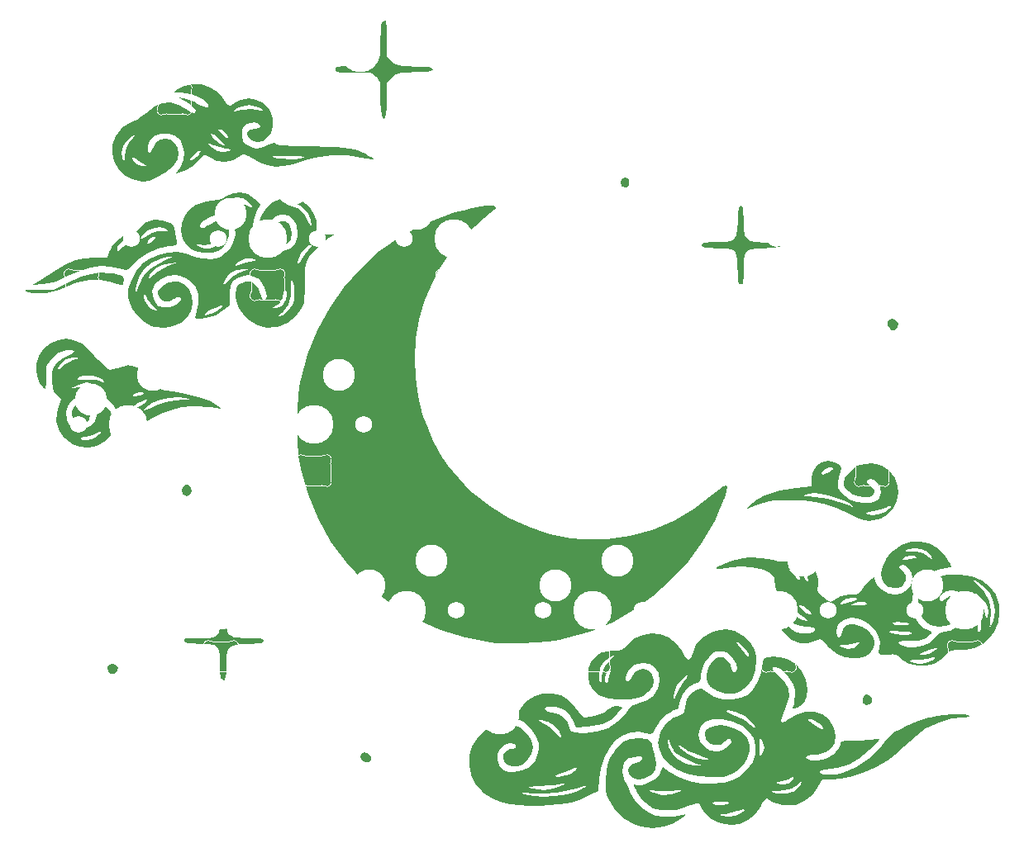
<source format=gto>
G04 #@! TF.GenerationSoftware,KiCad,Pcbnew,(6.99.0-1912-g359c99991b)*
G04 #@! TF.CreationDate,2023-04-17T10:31:14+07:00*
G04 #@! TF.ProjectId,nyx,6e79782e-6b69-4636-9164-5f7063625858,1*
G04 #@! TF.SameCoordinates,Original*
G04 #@! TF.FileFunction,Legend,Top*
G04 #@! TF.FilePolarity,Positive*
%FSLAX46Y46*%
G04 Gerber Fmt 4.6, Leading zero omitted, Abs format (unit mm)*
G04 Created by KiCad (PCBNEW (6.99.0-1912-g359c99991b)) date 2023-04-17 10:31:14*
%MOMM*%
%LPD*%
G01*
G04 APERTURE LIST*
%ADD10C,0.150000*%
%ADD11C,3.048000*%
%ADD12C,3.987800*%
%ADD13C,0.500000*%
%ADD14C,1.750000*%
%ADD15C,3.300000*%
%ADD16R,1.700000X1.700000*%
%ADD17O,1.700000X1.700000*%
G04 #@! TA.AperFunction,Profile*
%ADD18C,0.100000*%
G04 #@! TD*
G04 APERTURE END LIST*
G36*
X121075846Y-43514820D02*
G01*
X121251374Y-43849856D01*
X121185255Y-44205901D01*
X120901925Y-44498632D01*
X120601898Y-44476934D01*
X120417285Y-44330941D01*
X120209170Y-43977111D01*
X120210037Y-43625647D01*
X120390526Y-43374413D01*
X120720259Y-43321075D01*
X121075846Y-43514820D01*
G37*
G36*
X41137535Y-78788410D02*
G01*
X41346609Y-79049331D01*
X41317329Y-79372527D01*
X41254510Y-79466484D01*
X40943340Y-79676220D01*
X40601712Y-79696783D01*
X40362510Y-79524849D01*
X40346256Y-79489206D01*
X40291852Y-79058626D01*
X40466283Y-78765199D01*
X40748929Y-78681132D01*
X41137535Y-78788410D01*
G37*
G36*
X48559622Y-60329158D02*
G01*
X48806485Y-60575025D01*
X48882891Y-60979419D01*
X48879461Y-61015257D01*
X48715068Y-61358191D01*
X48402712Y-61490618D01*
X48061393Y-61377551D01*
X47965591Y-61283929D01*
X47846634Y-60926415D01*
X47953831Y-60550464D01*
X48218782Y-60322065D01*
X48559622Y-60329158D01*
G37*
G36*
X67020724Y-87909736D02*
G01*
X67244352Y-88211734D01*
X67232953Y-88563821D01*
X67007959Y-88781917D01*
X66667224Y-88799826D01*
X66347527Y-88613096D01*
X66330269Y-88593209D01*
X66177931Y-88237428D01*
X66273019Y-87934878D01*
X66577360Y-87788887D01*
X66628174Y-87786793D01*
X67020724Y-87909736D01*
G37*
G36*
X93607536Y-28891644D02*
G01*
X93711374Y-29112077D01*
X93720755Y-29318868D01*
X93664153Y-29680196D01*
X93450569Y-29832060D01*
X93360607Y-29849255D01*
X93029066Y-29795279D01*
X92907788Y-29658901D01*
X92848322Y-29218548D01*
X93024540Y-28924654D01*
X93323572Y-28839623D01*
X93607536Y-28891644D01*
G37*
G36*
X118343290Y-81885803D02*
G01*
X118569130Y-82154153D01*
X118592286Y-82512487D01*
X118549825Y-82617037D01*
X118296123Y-82850333D01*
X117969830Y-82902953D01*
X117709169Y-82764416D01*
X117664495Y-82684174D01*
X117617207Y-82259730D01*
X117780163Y-81931670D01*
X117993792Y-81820627D01*
X118343290Y-81885803D01*
G37*
G36*
X40491873Y-38614331D02*
G01*
X40923900Y-38690428D01*
X41477548Y-38814470D01*
X41785276Y-38924133D01*
X41914994Y-39064938D01*
X41934611Y-39282409D01*
X41929530Y-39364536D01*
X41889078Y-39711503D01*
X41842799Y-39875230D01*
X41675509Y-39857950D01*
X41288338Y-39760917D01*
X40764628Y-39605053D01*
X40757295Y-39602733D01*
X39570618Y-39346914D01*
X38394492Y-39350839D01*
X37166820Y-39620094D01*
X36131447Y-40018818D01*
X35330671Y-40349979D01*
X34666648Y-40550241D01*
X34003377Y-40655086D01*
X33575472Y-40685656D01*
X32763100Y-40689060D01*
X32149457Y-40614094D01*
X31927813Y-40543771D01*
X31759034Y-40453687D01*
X31757520Y-40394795D01*
X31961452Y-40360618D01*
X32409012Y-40344677D01*
X33125926Y-40340502D01*
X34773585Y-40339495D01*
X36323777Y-39568626D01*
X37528783Y-39028347D01*
X38577430Y-38698312D01*
X39541275Y-38564860D01*
X40491873Y-38614331D01*
G37*
G36*
X95534024Y-86444558D02*
G01*
X95901126Y-86637494D01*
X96033821Y-86925922D01*
X96040616Y-87043615D01*
X96109211Y-87459868D01*
X96275487Y-87970822D01*
X96332967Y-88106290D01*
X96520627Y-88839796D01*
X96410555Y-89494162D01*
X96022391Y-90027043D01*
X95375774Y-90396095D01*
X95252295Y-90436322D01*
X94637410Y-90515918D01*
X94119891Y-90397818D01*
X93755544Y-90122954D01*
X93600173Y-89732262D01*
X93695372Y-89294286D01*
X94019641Y-88954769D01*
X94442024Y-88825158D01*
X94887329Y-88682598D01*
X95052929Y-88443137D01*
X95054620Y-88265613D01*
X94919784Y-88193076D01*
X94574869Y-88203224D01*
X94342179Y-88227620D01*
X93692000Y-88378066D01*
X93289537Y-88665076D01*
X93287751Y-88667275D01*
X93061137Y-89168469D01*
X93017829Y-89800283D01*
X93162462Y-90428471D01*
X93222495Y-90557742D01*
X93411556Y-90945020D01*
X93658483Y-91480915D01*
X93816808Y-91837279D01*
X94303601Y-92657140D01*
X94975911Y-93390638D01*
X95747961Y-93958443D01*
X96431138Y-94255109D01*
X97256350Y-94372313D01*
X98254493Y-94331804D01*
X99232076Y-94159464D01*
X99473290Y-94110242D01*
X99498218Y-94159174D01*
X99295383Y-94351640D01*
X99152202Y-94475288D01*
X98273417Y-95034174D01*
X97229374Y-95382679D01*
X96106117Y-95507717D01*
X94989689Y-95396201D01*
X94347659Y-95205995D01*
X93270398Y-94623974D01*
X92368368Y-93786265D01*
X91798685Y-92956060D01*
X91567246Y-92507922D01*
X91427348Y-92119205D01*
X91357610Y-91683401D01*
X91336648Y-91094002D01*
X91338197Y-90662264D01*
X91378059Y-89738576D01*
X91500774Y-89017693D01*
X91741344Y-88386526D01*
X92134771Y-87731986D01*
X92331080Y-87454370D01*
X93002590Y-86775520D01*
X93804169Y-86378210D01*
X94694430Y-86275489D01*
X95534024Y-86444558D01*
G37*
G36*
X105258857Y-31774242D02*
G01*
X105337721Y-31986336D01*
X105389014Y-32403361D01*
X105422390Y-33077296D01*
X105427839Y-33249973D01*
X105471614Y-34120434D01*
X105576458Y-34725533D01*
X105793247Y-35115664D01*
X106172860Y-35341221D01*
X106766175Y-35452598D01*
X107624069Y-35500188D01*
X107702143Y-35502642D01*
X108429074Y-35534384D01*
X108888737Y-35582359D01*
X109133299Y-35656418D01*
X109214926Y-35766418D01*
X109216353Y-35788680D01*
X109159043Y-35902495D01*
X108952835Y-35980035D01*
X108546310Y-36030371D01*
X107888049Y-36062570D01*
X107618868Y-36070445D01*
X106753047Y-36107310D01*
X106156601Y-36198499D01*
X105779424Y-36395408D01*
X105571406Y-36749433D01*
X105482440Y-37311969D01*
X105462419Y-38134412D01*
X105462265Y-38282478D01*
X105450937Y-39022002D01*
X105412662Y-39488009D01*
X105341006Y-39725819D01*
X105249267Y-39782390D01*
X104977577Y-39711430D01*
X104929770Y-39675891D01*
X104882941Y-39478769D01*
X104846606Y-39039771D01*
X104826018Y-38436474D01*
X104823271Y-38103166D01*
X104809985Y-37302254D01*
X104736094Y-36752988D01*
X104550550Y-36405593D01*
X104202305Y-36210295D01*
X103640310Y-36117317D01*
X102813518Y-36076885D01*
X102742916Y-36074690D01*
X102026108Y-36044805D01*
X101569553Y-36000158D01*
X101314014Y-35928401D01*
X101200258Y-35817189D01*
X101179106Y-35748742D01*
X101184906Y-35617890D01*
X101300452Y-35535379D01*
X101581927Y-35490363D01*
X102085511Y-35471996D01*
X102627107Y-35469183D01*
X103482855Y-35450072D01*
X104079888Y-35360154D01*
X104466865Y-35150545D01*
X104692442Y-34772365D01*
X104805278Y-34176730D01*
X104854032Y-33314759D01*
X104856730Y-33229304D01*
X104888473Y-32502374D01*
X104936447Y-32042710D01*
X105010507Y-31798148D01*
X105120506Y-31716521D01*
X105142768Y-31715095D01*
X105258857Y-31774242D01*
G37*
G36*
X52309436Y-72278687D02*
G01*
X52377294Y-72513275D01*
X52413736Y-72963819D01*
X52425673Y-73679053D01*
X52425787Y-73780959D01*
X52432158Y-74514777D01*
X52460691Y-75002457D01*
X52525516Y-75317256D01*
X52640761Y-75532432D01*
X52795516Y-75697940D01*
X53003636Y-75860970D01*
X53257000Y-75963716D01*
X53630299Y-76019630D01*
X54198224Y-76042164D01*
X54724211Y-76045283D01*
X55441784Y-76050688D01*
X55895250Y-76073747D01*
X56139916Y-76124731D01*
X56231085Y-76213910D01*
X56229700Y-76324843D01*
X56161671Y-76458476D01*
X55979448Y-76546979D01*
X55623832Y-76602677D01*
X55035623Y-76637894D01*
X54663839Y-76650818D01*
X53777791Y-76696608D01*
X53162141Y-76802589D01*
X52768005Y-77017203D01*
X52546499Y-77388895D01*
X52448742Y-77966107D01*
X52425849Y-78797284D01*
X52425787Y-78868727D01*
X52416181Y-79590203D01*
X52382031Y-80044390D01*
X52315336Y-80283065D01*
X52208095Y-80358007D01*
X52195592Y-80358491D01*
X51923314Y-80260677D01*
X51866234Y-80198042D01*
X51824554Y-79973506D01*
X51799799Y-79514946D01*
X51795695Y-78907559D01*
X51799762Y-78678300D01*
X51802310Y-77882020D01*
X51732066Y-77333490D01*
X51539754Y-76984369D01*
X51176098Y-76786317D01*
X50591822Y-76690991D01*
X49737648Y-76650051D01*
X49732112Y-76649887D01*
X49008567Y-76620846D01*
X48545703Y-76577438D01*
X48284713Y-76507637D01*
X48166789Y-76399417D01*
X48142653Y-76324843D01*
X48147999Y-76196831D01*
X48259751Y-76114904D01*
X48532836Y-76069032D01*
X49022181Y-76049186D01*
X49673591Y-76045283D01*
X50529019Y-76032307D01*
X51115705Y-75962158D01*
X51484233Y-75788000D01*
X51685191Y-75463002D01*
X51769164Y-74940329D01*
X51786739Y-74173148D01*
X51786793Y-74088852D01*
X51799971Y-73263344D01*
X51846383Y-72710007D01*
X51936343Y-72382335D01*
X52080168Y-72233825D01*
X52203255Y-72211321D01*
X52309436Y-72278687D01*
G37*
G36*
X68774762Y-12733042D02*
G01*
X68817016Y-12926263D01*
X68851159Y-13369729D01*
X68873329Y-13994218D01*
X68879875Y-14617300D01*
X68879875Y-16396445D01*
X69400897Y-16901439D01*
X69635255Y-17118533D01*
X69851898Y-17263954D01*
X70120949Y-17354087D01*
X70512532Y-17405314D01*
X71096773Y-17434021D01*
X71757186Y-17451959D01*
X72566900Y-17478983D01*
X73106016Y-17517423D01*
X73423406Y-17574875D01*
X73567947Y-17658932D01*
X73592453Y-17737107D01*
X73539317Y-17844146D01*
X73347325Y-17919298D01*
X72967603Y-17970158D01*
X72351276Y-18004319D01*
X71757186Y-18022255D01*
X70966154Y-18044732D01*
X70424416Y-18076498D01*
X70061847Y-18133936D01*
X69808323Y-18233430D01*
X69593720Y-18391364D01*
X69400897Y-18572775D01*
X68879875Y-19077769D01*
X68879875Y-20874111D01*
X68868152Y-21752637D01*
X68827850Y-22342516D01*
X68751266Y-22673914D01*
X68630698Y-22776998D01*
X68458444Y-22681935D01*
X68426202Y-22650982D01*
X68333852Y-22389854D01*
X68271824Y-21838296D01*
X68242776Y-21024175D01*
X68240881Y-20709182D01*
X68236930Y-19933970D01*
X68215890Y-19407471D01*
X68163983Y-19058919D01*
X68067428Y-18817545D01*
X67912446Y-18612585D01*
X67811622Y-18504653D01*
X67617874Y-18314369D01*
X67425943Y-18187402D01*
X67169631Y-18110948D01*
X66782736Y-18072201D01*
X66199060Y-18058357D01*
X65495270Y-18056604D01*
X64693450Y-18053378D01*
X64157756Y-18037678D01*
X63834837Y-18000472D01*
X63671340Y-17932726D01*
X63613913Y-17825408D01*
X63608176Y-17737107D01*
X63627230Y-17601354D01*
X63719960Y-17510658D01*
X63939718Y-17455985D01*
X64339855Y-17428304D01*
X64973724Y-17418582D01*
X65495270Y-17417610D01*
X66299312Y-17414893D01*
X66850059Y-17398205D01*
X67213712Y-17354740D01*
X67456469Y-17271694D01*
X67644531Y-17136262D01*
X67811622Y-16969561D01*
X67999492Y-16757502D01*
X68122651Y-16543616D01*
X68194727Y-16257510D01*
X68229352Y-15828794D01*
X68240154Y-15187075D01*
X68240881Y-14752643D01*
X68254020Y-13881342D01*
X68296319Y-13289331D01*
X68372098Y-12937373D01*
X68455265Y-12805852D01*
X68688204Y-12704514D01*
X68774762Y-12733042D01*
G37*
G36*
X41261089Y-35238166D02*
G01*
X41547219Y-35055194D01*
X43687128Y-35055194D01*
X43730540Y-35126680D01*
X43985119Y-35003114D01*
X44373689Y-34750315D01*
X44861690Y-34466292D01*
X45325390Y-34336471D01*
X45911819Y-34326210D01*
X46115724Y-34339864D01*
X46414846Y-34323002D01*
X46457909Y-34231220D01*
X46286715Y-34105166D01*
X45943067Y-33985487D01*
X45702565Y-33938128D01*
X45062518Y-33982313D01*
X44420031Y-34250623D01*
X43913044Y-34680179D01*
X43833276Y-34790252D01*
X43687128Y-35055194D01*
X41547219Y-35055194D01*
X41886816Y-34838032D01*
X42538752Y-34671503D01*
X42591172Y-34670441D01*
X43025492Y-34523241D01*
X43537207Y-34076893D01*
X43577378Y-34032969D01*
X44285527Y-33442419D01*
X45060160Y-33164338D01*
X45900454Y-33198870D01*
X46699092Y-33490736D01*
X46973076Y-33685636D01*
X47119180Y-33984942D01*
X47189939Y-34466745D01*
X47253983Y-34977288D01*
X47337659Y-35380932D01*
X47374168Y-35487491D01*
X47391600Y-35638681D01*
X47236604Y-35739097D01*
X46850380Y-35814859D01*
X46555113Y-35851325D01*
X45406228Y-36116214D01*
X44298394Y-36618341D01*
X43340420Y-37303494D01*
X43033384Y-37605928D01*
X42649533Y-38009892D01*
X42383998Y-38218140D01*
X42143372Y-38274232D01*
X41834246Y-38221723D01*
X41755396Y-38201873D01*
X40617981Y-37974804D01*
X39580810Y-37921850D01*
X38561094Y-38053959D01*
X37476045Y-38382081D01*
X36242874Y-38917166D01*
X36203457Y-38936177D01*
X35382928Y-39310323D01*
X34725642Y-39548094D01*
X34124180Y-39682880D01*
X33623649Y-39738076D01*
X32537107Y-39818042D01*
X33305804Y-39400080D01*
X33859867Y-39079232D01*
X34514130Y-38672673D01*
X35010390Y-38346568D01*
X36020547Y-37728638D01*
X36944678Y-37330153D01*
X37889686Y-37115893D01*
X38943603Y-37050690D01*
X40278227Y-37045737D01*
X40438767Y-36449537D01*
X40574060Y-36166224D01*
X41243397Y-36166224D01*
X41259290Y-36365697D01*
X41344944Y-36395237D01*
X41557324Y-36235847D01*
X41853224Y-35962856D01*
X42200252Y-35594058D01*
X42201064Y-35592255D01*
X44348476Y-35592255D01*
X44425681Y-35628931D01*
X44636586Y-35537127D01*
X44939850Y-35323185D01*
X45183937Y-35051606D01*
X45178055Y-34890470D01*
X44948431Y-34901283D01*
X44790338Y-34972557D01*
X44538599Y-35173280D01*
X44372798Y-35413170D01*
X44348476Y-35592255D01*
X42201064Y-35592255D01*
X42296339Y-35380587D01*
X42244740Y-35336145D01*
X41888298Y-35389981D01*
X41527753Y-35637683D01*
X41283958Y-35979068D01*
X41243397Y-36166224D01*
X40574060Y-36166224D01*
X40749197Y-35799477D01*
X41261089Y-35238166D01*
G37*
G36*
X79816985Y-31690819D02*
G01*
X79998484Y-31797409D01*
X80018836Y-31945950D01*
X79852417Y-32171465D01*
X79473600Y-32508978D01*
X78872928Y-32981135D01*
X77077875Y-34555524D01*
X75507391Y-36352713D01*
X74171429Y-38358818D01*
X73079942Y-40559958D01*
X72656502Y-41651529D01*
X72155077Y-43431588D01*
X71849923Y-45352403D01*
X71737950Y-47348048D01*
X71816065Y-49352596D01*
X72081176Y-51300120D01*
X72530192Y-53124693D01*
X73160021Y-54760390D01*
X73283045Y-55011374D01*
X73444582Y-55373335D01*
X73512573Y-55612462D01*
X73512579Y-55613605D01*
X73593394Y-55825038D01*
X73799457Y-56197545D01*
X73950016Y-56439338D01*
X74251411Y-56932213D01*
X74503220Y-57390057D01*
X74574766Y-57538868D01*
X74783697Y-57879155D01*
X75167021Y-58386681D01*
X75673723Y-59002258D01*
X76252787Y-59666699D01*
X76853200Y-60320815D01*
X77423945Y-60905418D01*
X77720592Y-61188680D01*
X79427142Y-62555757D01*
X81345192Y-63725529D01*
X83417949Y-64674172D01*
X85588619Y-65377865D01*
X87800409Y-65812784D01*
X89022535Y-65929299D01*
X91450564Y-65914513D01*
X93811800Y-65589277D01*
X96093258Y-64958072D01*
X98281956Y-64025381D01*
X100364909Y-62795686D01*
X102210911Y-61376386D01*
X102897102Y-60809970D01*
X103378922Y-60482462D01*
X103668346Y-60397668D01*
X103777346Y-60559396D01*
X103717897Y-60971450D01*
X103501972Y-61637636D01*
X103452581Y-61771056D01*
X102454111Y-64071822D01*
X101244163Y-66183593D01*
X99786524Y-68162190D01*
X98123905Y-69984811D01*
X96169997Y-71756932D01*
X94138208Y-73232164D01*
X91991434Y-74430502D01*
X89692573Y-75371941D01*
X87204522Y-76076477D01*
X86563380Y-76214930D01*
X85427961Y-76396263D01*
X84106699Y-76527136D01*
X82709500Y-76602798D01*
X81346269Y-76618504D01*
X80126912Y-76569504D01*
X79583019Y-76516482D01*
X76921745Y-76027868D01*
X74373201Y-75241785D01*
X71949343Y-74163951D01*
X69662125Y-72800085D01*
X67523503Y-71155904D01*
X66584795Y-70299206D01*
X64740049Y-68307937D01*
X63161944Y-66144306D01*
X61857925Y-63821665D01*
X60835440Y-61353364D01*
X60101933Y-58752754D01*
X60074326Y-58625783D01*
X59864215Y-57326048D01*
X59734362Y-55824919D01*
X59684901Y-54221054D01*
X59715965Y-52613111D01*
X59827691Y-51099746D01*
X60020211Y-49779616D01*
X60062000Y-49576821D01*
X60782293Y-46972187D01*
X61774220Y-44506611D01*
X63021548Y-42198506D01*
X64508039Y-40066286D01*
X66217458Y-38128365D01*
X68133569Y-36403159D01*
X70240136Y-34909080D01*
X72520923Y-33664543D01*
X74950315Y-32691087D01*
X75814359Y-32424576D01*
X76728770Y-32179105D01*
X77630765Y-31967577D01*
X78457560Y-31802897D01*
X79146373Y-31697969D01*
X79634421Y-31665697D01*
X79816985Y-31690819D01*
G37*
G36*
X113944369Y-62348359D02*
G01*
X112793082Y-62083791D01*
X111544639Y-61946913D01*
X110254717Y-61910917D01*
X109325178Y-61915878D01*
X108618573Y-61945876D01*
X108038409Y-62019097D01*
X107488199Y-62153729D01*
X106871450Y-62367961D01*
X106091673Y-62679981D01*
X106021384Y-62708877D01*
X105808880Y-62787835D01*
X105807445Y-62729113D01*
X106017037Y-62481921D01*
X106021190Y-62477198D01*
X106795889Y-61826323D01*
X107616730Y-61423873D01*
X111611830Y-61423873D01*
X111648117Y-61476878D01*
X111963256Y-61495482D01*
X112058622Y-61497365D01*
X112699273Y-61554691D01*
X113521557Y-61691387D01*
X114405356Y-61881825D01*
X115230551Y-62100377D01*
X115828076Y-62301605D01*
X116261622Y-62472926D01*
X116551029Y-62586168D01*
X116614145Y-62610074D01*
X116595920Y-62521373D01*
X116562903Y-62463629D01*
X116245329Y-62182099D01*
X115687481Y-61904172D01*
X114968201Y-61649033D01*
X114166334Y-61435866D01*
X113360720Y-61283857D01*
X112630204Y-61212190D01*
X112053627Y-61240049D01*
X111820310Y-61309614D01*
X111611830Y-61423873D01*
X107616730Y-61423873D01*
X107862158Y-61303542D01*
X109218645Y-60909376D01*
X110756436Y-60656679D01*
X112411321Y-60462307D01*
X112415740Y-59713131D01*
X112516287Y-59171921D01*
X113449686Y-59171921D01*
X113528448Y-59267493D01*
X113795411Y-59204445D01*
X114146259Y-59048427D01*
X114546303Y-58839870D01*
X114688629Y-58706408D01*
X114611520Y-58602877D01*
X114551113Y-58570802D01*
X114218211Y-58550659D01*
X113837643Y-58700750D01*
X113540106Y-58949745D01*
X113449686Y-59171921D01*
X112516287Y-59171921D01*
X112552652Y-58976181D01*
X112916611Y-58403984D01*
X113451723Y-58035468D01*
X114102094Y-57909559D01*
X114793245Y-58057314D01*
X115275771Y-58326138D01*
X115465010Y-58640279D01*
X115386786Y-59060687D01*
X115298351Y-59249347D01*
X115069912Y-59978429D01*
X115150060Y-60656036D01*
X115528975Y-61257068D01*
X116196837Y-61756424D01*
X116300321Y-61810532D01*
X117076073Y-62104541D01*
X117842450Y-62227680D01*
X118529985Y-62183239D01*
X119069209Y-61974504D01*
X119361604Y-61665633D01*
X119493794Y-61144044D01*
X119404679Y-60602929D01*
X119139173Y-60132577D01*
X118742189Y-59823278D01*
X118409148Y-59750944D01*
X118138882Y-59838018D01*
X118112850Y-60054689D01*
X118323300Y-60334126D01*
X118491549Y-60461535D01*
X118812886Y-60802139D01*
X118850983Y-61075749D01*
X118670149Y-61413665D01*
X118294686Y-61586527D01*
X117791238Y-61613164D01*
X117226450Y-61512407D01*
X116666969Y-61303084D01*
X116179439Y-61004027D01*
X115830505Y-60634064D01*
X115686814Y-60212026D01*
X115686164Y-60181567D01*
X115821416Y-59655700D01*
X116177909Y-59104440D01*
X116681750Y-58624760D01*
X117041405Y-58403041D01*
X117786806Y-58169083D01*
X118604791Y-58118279D01*
X119357820Y-58252939D01*
X119611340Y-58359930D01*
X120384498Y-58914546D01*
X120914443Y-59606958D01*
X121210122Y-60385911D01*
X121280482Y-61200147D01*
X121134470Y-61998412D01*
X120781032Y-62729449D01*
X120229116Y-63342001D01*
X119487668Y-63784813D01*
X118626791Y-64000387D01*
X118230644Y-64025989D01*
X117872735Y-63988229D01*
X117467796Y-63862798D01*
X116930556Y-63625386D01*
X116405032Y-63366996D01*
X116229887Y-63285825D01*
X118015134Y-63285825D01*
X118253035Y-63404461D01*
X118683552Y-63425786D01*
X119198507Y-63360189D01*
X119689718Y-63218060D01*
X119924728Y-63102428D01*
X120337821Y-62806190D01*
X120535134Y-62585352D01*
X120511577Y-62478914D01*
X120262060Y-62525881D01*
X119983322Y-62653474D01*
X119392493Y-62890851D01*
X118751607Y-63050712D01*
X118636148Y-63066790D01*
X118233347Y-63141481D01*
X118022799Y-63239405D01*
X118015134Y-63285825D01*
X116229887Y-63285825D01*
X115110889Y-62767225D01*
X113944369Y-62348359D01*
G37*
G36*
X40718815Y-51952578D02*
G01*
X40056877Y-51417697D01*
X39625675Y-51235176D01*
X42911065Y-51235176D01*
X43084653Y-51286217D01*
X43534336Y-51200781D01*
X43599686Y-51183590D01*
X43879118Y-51056094D01*
X43959120Y-50946148D01*
X43833336Y-50824700D01*
X43542488Y-50813043D01*
X43216330Y-50897843D01*
X43000629Y-51044654D01*
X42911065Y-51235176D01*
X39625675Y-51235176D01*
X39321817Y-51106558D01*
X38560852Y-51000705D01*
X37821198Y-51081682D01*
X37150075Y-51331032D01*
X36594700Y-51730301D01*
X36202290Y-52261033D01*
X36020064Y-52904771D01*
X36095239Y-53643061D01*
X36127132Y-53747303D01*
X36372064Y-54243265D01*
X36746940Y-54523412D01*
X37324609Y-54632736D01*
X37570969Y-54638994D01*
X38177634Y-54520628D01*
X38690672Y-54209409D01*
X39036166Y-53771156D01*
X39140201Y-53271688D01*
X39137488Y-53244091D01*
X39008880Y-52858547D01*
X38800524Y-52736666D01*
X38599789Y-52880310D01*
X38498576Y-53230458D01*
X38368480Y-53677076D01*
X38029814Y-53956962D01*
X37990388Y-53976346D01*
X37476122Y-54098502D01*
X37063610Y-53975419D01*
X36774537Y-53671156D01*
X36630589Y-53249776D01*
X36653451Y-52775341D01*
X36864811Y-52311911D01*
X37286353Y-51923548D01*
X37293910Y-51918913D01*
X38024067Y-51646921D01*
X38801892Y-51643685D01*
X39547509Y-51885024D01*
X40181042Y-52346759D01*
X40581382Y-52914081D01*
X40873459Y-53765842D01*
X40870315Y-54529732D01*
X40571178Y-55241885D01*
X40530377Y-55303697D01*
X39924990Y-55928588D01*
X39147289Y-56342977D01*
X38279547Y-56527717D01*
X37404035Y-56463657D01*
X36705753Y-56193913D01*
X35927582Y-55597485D01*
X37489309Y-55597485D01*
X37734853Y-55729300D01*
X38153399Y-55747816D01*
X38622733Y-55661909D01*
X39011311Y-55486933D01*
X39378436Y-55195274D01*
X39580090Y-54953452D01*
X39586392Y-54845721D01*
X39433059Y-54885364D01*
X39095929Y-55034627D01*
X38922307Y-55120655D01*
X38419499Y-55323182D01*
X37944077Y-55431866D01*
X37845474Y-55437736D01*
X37545764Y-55483840D01*
X37489309Y-55597485D01*
X35927582Y-55597485D01*
X35883516Y-55563711D01*
X35327383Y-54786368D01*
X35051973Y-53900918D01*
X35071904Y-52946394D01*
X35250194Y-52307314D01*
X35528383Y-51578885D01*
X35081315Y-51112247D01*
X34801067Y-50751120D01*
X34687174Y-50443093D01*
X36530818Y-50443093D01*
X37569183Y-50366660D01*
X38409471Y-50358769D01*
X39039037Y-50484263D01*
X39166667Y-50534598D01*
X39653080Y-50726462D01*
X39895261Y-50774469D01*
X39877735Y-50678378D01*
X39725787Y-50543277D01*
X39264537Y-50251352D01*
X38723410Y-50005265D01*
X38242207Y-49864330D01*
X38093496Y-49850730D01*
X37775447Y-49917992D01*
X37324734Y-50081127D01*
X37169812Y-50149006D01*
X36530818Y-50443093D01*
X34687174Y-50443093D01*
X34645410Y-50330142D01*
X34567397Y-49721299D01*
X34566453Y-49708360D01*
X34566126Y-49474385D01*
X37120268Y-49474385D01*
X37279590Y-49546982D01*
X37741648Y-49566775D01*
X38118540Y-49553768D01*
X38702179Y-49551062D01*
X39187597Y-49597362D01*
X39436800Y-49668721D01*
X39770716Y-49822821D01*
X39905529Y-49799439D01*
X39806271Y-49607653D01*
X39376693Y-49304516D01*
X38767296Y-49132484D01*
X38099437Y-49116034D01*
X37728931Y-49188674D01*
X37268457Y-49353457D01*
X37120268Y-49474385D01*
X34566126Y-49474385D01*
X34565308Y-48888834D01*
X34665250Y-48492995D01*
X35188955Y-48492995D01*
X35339196Y-48450898D01*
X35532390Y-48296866D01*
X35940714Y-47978524D01*
X36281866Y-47767773D01*
X36750842Y-47559433D01*
X37080608Y-47442044D01*
X37285698Y-47365747D01*
X37232214Y-47325062D01*
X36892245Y-47306381D01*
X36798089Y-47304297D01*
X36272293Y-47345910D01*
X35879433Y-47542167D01*
X35639913Y-47757523D01*
X35349879Y-48093313D01*
X35196038Y-48356136D01*
X35188955Y-48492995D01*
X34665250Y-48492995D01*
X34723805Y-48261078D01*
X35082103Y-47768542D01*
X35680363Y-47354676D01*
X36499889Y-46985867D01*
X36812678Y-46801805D01*
X36840484Y-46640226D01*
X36617506Y-46537710D01*
X36177946Y-46530834D01*
X36084629Y-46541743D01*
X35283026Y-46793356D01*
X34590975Y-47328974D01*
X34304211Y-47671585D01*
X34127009Y-47974233D01*
X34025320Y-48351973D01*
X33981184Y-48897293D01*
X33974843Y-49367627D01*
X33970012Y-49988159D01*
X33946221Y-50340526D01*
X33889524Y-50476022D01*
X33785975Y-50445941D01*
X33701024Y-50374714D01*
X33341970Y-49877534D01*
X33088333Y-49191492D01*
X32976263Y-48439619D01*
X32996189Y-47975831D01*
X33259025Y-47076543D01*
X33742737Y-46354724D01*
X34394721Y-45822660D01*
X35162370Y-45492636D01*
X35993079Y-45376939D01*
X36834243Y-45487852D01*
X37633255Y-45837663D01*
X38337510Y-46438656D01*
X38532060Y-46682979D01*
X38912167Y-47136360D01*
X39316535Y-47514359D01*
X39469764Y-47623444D01*
X39877812Y-47935270D01*
X40179945Y-48261718D01*
X40338864Y-48463962D01*
X40506321Y-48540910D01*
X40780994Y-48501146D01*
X41255299Y-48355279D01*
X41768757Y-48204590D01*
X42185954Y-48108611D01*
X42340043Y-48090199D01*
X43092071Y-48226053D01*
X43865917Y-48585270D01*
X44562766Y-49102582D01*
X45083798Y-49712723D01*
X45235621Y-50002702D01*
X45367145Y-50271390D01*
X45540365Y-50448651D01*
X45826754Y-50565406D01*
X46297785Y-50652578D01*
X46912844Y-50728354D01*
X47857803Y-50886359D01*
X48892728Y-51141169D01*
X49911327Y-51460082D01*
X50807307Y-51810395D01*
X51387422Y-52105009D01*
X51796180Y-52369799D01*
X51916312Y-52498846D01*
X51781544Y-52499618D01*
X51445764Y-52450729D01*
X50887401Y-52392041D01*
X50202778Y-52333174D01*
X49864563Y-52308166D01*
X48809804Y-52278872D01*
X47854346Y-52362483D01*
X46928050Y-52579822D01*
X45960773Y-52951713D01*
X44882375Y-53498980D01*
X43879246Y-54085130D01*
X43202680Y-54382892D01*
X42422883Y-54476505D01*
X42401573Y-54476618D01*
X41912214Y-54465930D01*
X41662519Y-54406065D01*
X41572942Y-54261297D01*
X41562893Y-54099959D01*
X41473612Y-53527761D01*
X41246107Y-52861124D01*
X41124422Y-52619069D01*
X42720921Y-52619069D01*
X42729909Y-52745238D01*
X42818007Y-52716146D01*
X43922390Y-52716146D01*
X43985091Y-52743965D01*
X44259627Y-52642764D01*
X44768720Y-52411362D01*
X45445415Y-52131299D01*
X46159950Y-51891974D01*
X46657402Y-51766830D01*
X47295251Y-51667425D01*
X47929395Y-51601804D01*
X48174320Y-51589366D01*
X48831447Y-51574959D01*
X48272327Y-51413001D01*
X47500870Y-51316553D01*
X46601566Y-51398358D01*
X45677834Y-51630250D01*
X44833092Y-51984063D01*
X44170758Y-52431631D01*
X44034573Y-52567150D01*
X43922390Y-52716146D01*
X42818007Y-52716146D01*
X42960112Y-52669220D01*
X43423426Y-52391194D01*
X43562157Y-52300057D01*
X43996609Y-51995235D01*
X44287440Y-51759247D01*
X44371603Y-51643510D01*
X44157369Y-51624830D01*
X43790647Y-51738197D01*
X43381982Y-51934296D01*
X43041918Y-52163810D01*
X42921251Y-52290538D01*
X42720921Y-52619069D01*
X41124422Y-52619069D01*
X40940886Y-52253981D01*
X40718815Y-51952578D01*
G37*
G36*
X54292492Y-26461683D02*
G01*
X54065007Y-26483019D01*
X54023271Y-26508087D01*
X53130433Y-27012332D01*
X52282214Y-27208419D01*
X51450314Y-27099253D01*
X50847119Y-26834149D01*
X50168571Y-26452783D01*
X49659758Y-27032726D01*
X48917189Y-27732651D01*
X48124561Y-28170877D01*
X47818993Y-28273072D01*
X47326458Y-28414329D01*
X47732831Y-27800259D01*
X48051347Y-27086763D01*
X48059711Y-27014373D01*
X48751573Y-27014373D01*
X48846933Y-27089517D01*
X49080274Y-26983425D01*
X49372481Y-26749269D01*
X49644441Y-26440226D01*
X49677901Y-26391750D01*
X49796670Y-26138699D01*
X49752875Y-26044025D01*
X49515659Y-26154403D01*
X49199138Y-26416325D01*
X48910441Y-26725974D01*
X48756699Y-26979531D01*
X48751573Y-27014373D01*
X48059711Y-27014373D01*
X48139499Y-26323779D01*
X48011171Y-25590495D01*
X47871912Y-25327738D01*
X50573934Y-25327738D01*
X50686656Y-25503304D01*
X50993560Y-25784525D01*
X51518316Y-26079838D01*
X52122885Y-26209760D01*
X52677606Y-26155074D01*
X52878415Y-26063856D01*
X52894613Y-25961536D01*
X52595022Y-25877603D01*
X52379750Y-25848615D01*
X51795941Y-25734631D01*
X51245168Y-25553197D01*
X51142384Y-25506149D01*
X50726981Y-25326558D01*
X50573934Y-25327738D01*
X47871912Y-25327738D01*
X47680248Y-24966102D01*
X47160614Y-24529791D01*
X47159317Y-24529119D01*
X46621043Y-24357067D01*
X50864527Y-24357067D01*
X50905114Y-24519236D01*
X51134312Y-24809162D01*
X51345680Y-25018432D01*
X51794144Y-25387455D01*
X52106511Y-25557873D01*
X52249004Y-25513800D01*
X52252516Y-25444969D01*
X52129080Y-25255662D01*
X51845474Y-24982545D01*
X51489623Y-24694532D01*
X51149453Y-24460540D01*
X50912887Y-24349484D01*
X50864527Y-24357067D01*
X46621043Y-24357067D01*
X46462942Y-24306532D01*
X45773668Y-24320273D01*
X45158495Y-24541409D01*
X44684428Y-24941008D01*
X44418466Y-25490136D01*
X44386160Y-25726640D01*
X44428789Y-26143872D01*
X44576551Y-26283535D01*
X44776396Y-26145650D01*
X44975274Y-25730238D01*
X44976521Y-25726403D01*
X45273829Y-25207249D01*
X45705800Y-24919919D01*
X46205573Y-24848315D01*
X46706286Y-24976336D01*
X47141080Y-25287883D01*
X47443092Y-25766857D01*
X47546198Y-26345157D01*
X47454811Y-26955351D01*
X47154392Y-27494508D01*
X46605556Y-28019223D01*
X46159045Y-28338475D01*
X45288798Y-28858330D01*
X44549360Y-29151872D01*
X43862665Y-29234549D01*
X43150645Y-29121809D01*
X42785798Y-29005977D01*
X41977924Y-28565624D01*
X41366997Y-27928340D01*
X40962533Y-27153711D01*
X40774045Y-26301321D01*
X40774605Y-26288151D01*
X41705920Y-26288151D01*
X41832365Y-27133365D01*
X41840476Y-27162264D01*
X41910352Y-27332314D01*
X41967931Y-27255958D01*
X42026514Y-26902962D01*
X42033336Y-26845367D01*
X42840881Y-26845367D01*
X42982992Y-27212397D01*
X43338842Y-27502446D01*
X43802707Y-27633909D01*
X43864068Y-27635114D01*
X44358491Y-27628718D01*
X43879246Y-27375497D01*
X43453691Y-27121610D01*
X43120441Y-26877889D01*
X42906541Y-26730630D01*
X42841398Y-26821494D01*
X42840881Y-26845367D01*
X42033336Y-26845367D01*
X42053035Y-26679073D01*
X42146354Y-26103429D01*
X42276034Y-25601520D01*
X42355450Y-25401086D01*
X42644208Y-24986473D01*
X42899515Y-24729653D01*
X43092849Y-24524682D01*
X43024592Y-24450093D01*
X42791461Y-24553682D01*
X42446050Y-24820411D01*
X42265787Y-24989686D01*
X41847776Y-25586967D01*
X41705920Y-26288151D01*
X40774605Y-26288151D01*
X40811050Y-25430754D01*
X41083063Y-24601596D01*
X41587884Y-23889943D01*
X51651425Y-23889943D01*
X51692451Y-24041662D01*
X51904345Y-24289060D01*
X52194867Y-24546564D01*
X52471776Y-24728603D01*
X52595797Y-24766038D01*
X52646068Y-24656599D01*
X52563234Y-24470196D01*
X52298936Y-24162707D01*
X51983414Y-23936948D01*
X51721891Y-23859881D01*
X51651425Y-23889943D01*
X41587884Y-23889943D01*
X41599598Y-23873430D01*
X41920853Y-23589617D01*
X42387370Y-23297788D01*
X42856584Y-23095899D01*
X42920755Y-23078356D01*
X43282684Y-22910679D01*
X43758965Y-22585257D01*
X44214759Y-22200881D01*
X45061836Y-21540639D01*
X45880523Y-21190687D01*
X46704485Y-21147903D01*
X47567391Y-21409166D01*
X48290539Y-21822948D01*
X48849961Y-22156218D01*
X49193138Y-22257909D01*
X49281552Y-22223228D01*
X49330524Y-21991999D01*
X49308832Y-21962289D01*
X53224529Y-21962289D01*
X53239897Y-22024772D01*
X53334976Y-22039921D01*
X53583228Y-22001285D01*
X54058112Y-21902413D01*
X54163479Y-21879833D01*
X54978505Y-21790250D01*
X55560158Y-21875503D01*
X55957957Y-21966597D01*
X56201327Y-21987189D01*
X56225675Y-21977890D01*
X56170532Y-21862205D01*
X55901583Y-21708907D01*
X55515202Y-21556974D01*
X55107763Y-21445382D01*
X54824815Y-21411321D01*
X54436379Y-21459236D01*
X53978474Y-21578617D01*
X53557250Y-21732916D01*
X53278859Y-21885587D01*
X53224529Y-21962289D01*
X49308832Y-21962289D01*
X49095650Y-21670315D01*
X48570146Y-21250288D01*
X48272327Y-21049908D01*
X47553459Y-20583314D01*
X48112579Y-20693007D01*
X48565171Y-20833409D01*
X49138422Y-21078764D01*
X49529928Y-21279158D01*
X50095930Y-21556794D01*
X50442067Y-21635184D01*
X50553535Y-21590239D01*
X50603875Y-21360861D01*
X50403518Y-21084875D01*
X50011382Y-20794524D01*
X49486384Y-20522049D01*
X48887441Y-20299693D01*
X48273472Y-20159697D01*
X47881528Y-20128019D01*
X47074214Y-20122704D01*
X47448770Y-19810607D01*
X48179275Y-19397050D01*
X49025784Y-19227380D01*
X49914925Y-19288163D01*
X50773323Y-19565966D01*
X51527603Y-20047357D01*
X52064679Y-20655672D01*
X52402218Y-21149954D01*
X52645230Y-21400954D01*
X52858662Y-21442240D01*
X53107462Y-21307381D01*
X53195484Y-21240131D01*
X53922270Y-20852025D01*
X54718130Y-20727075D01*
X55511225Y-20847267D01*
X56229720Y-21194587D01*
X56801778Y-21751021D01*
X57057917Y-22208678D01*
X57201804Y-22853420D01*
X57176175Y-23571670D01*
X56998944Y-24238692D01*
X56697214Y-24720683D01*
X56174630Y-25066510D01*
X55607249Y-25162118D01*
X55083401Y-25006920D01*
X54778152Y-24733478D01*
X54571325Y-24404746D01*
X54572656Y-24179494D01*
X54656142Y-24054547D01*
X54948395Y-23884919D01*
X55380095Y-23807961D01*
X55412406Y-23807547D01*
X55786284Y-23774203D01*
X55916390Y-23647525D01*
X55910700Y-23527988D01*
X55725841Y-23296943D01*
X55355337Y-23190550D01*
X54909161Y-23212268D01*
X54497287Y-23365556D01*
X54351868Y-23478950D01*
X54093164Y-23938744D01*
X54030961Y-24519328D01*
X54179658Y-25078974D01*
X54187755Y-25094383D01*
X54500914Y-25430994D01*
X54984400Y-25718317D01*
X55490662Y-25874932D01*
X55619186Y-25884277D01*
X55963296Y-25813296D01*
X56430449Y-25635042D01*
X56608798Y-25549704D01*
X57048596Y-25351068D01*
X57350854Y-25308508D01*
X57647470Y-25406403D01*
X57680736Y-25422735D01*
X57958007Y-25502199D01*
X58449433Y-25563059D01*
X59181385Y-25606902D01*
X60180234Y-25635315D01*
X61451573Y-25649769D01*
X62699957Y-25662043D01*
X63685395Y-25689015D01*
X64464395Y-25740216D01*
X65093468Y-25825174D01*
X65629122Y-25953420D01*
X66127867Y-26134482D01*
X66646210Y-26377891D01*
X67060611Y-26595665D01*
X67472167Y-26826045D01*
X67617567Y-26938700D01*
X67517424Y-26956768D01*
X67362265Y-26934279D01*
X66280981Y-26756278D01*
X65433329Y-26635860D01*
X64740057Y-26565940D01*
X64121913Y-26539436D01*
X63499644Y-26549261D01*
X63208805Y-26563014D01*
X61518531Y-26787907D01*
X60496975Y-27072326D01*
X59297529Y-27442154D01*
X58308129Y-27651598D01*
X57461224Y-27698452D01*
X56689268Y-27580509D01*
X55924709Y-27295561D01*
X55194736Y-26899103D01*
X54746219Y-26648230D01*
X57219063Y-26648230D01*
X57362158Y-26770591D01*
X57742184Y-26862956D01*
X58277769Y-26922898D01*
X58887539Y-26947989D01*
X59490121Y-26935804D01*
X60004142Y-26883916D01*
X60348229Y-26789898D01*
X60416543Y-26743583D01*
X60336474Y-26678012D01*
X59973761Y-26630438D01*
X59364922Y-26604292D01*
X58891254Y-26600326D01*
X58203880Y-26605497D01*
X57653518Y-26617273D01*
X57306331Y-26633757D01*
X57219063Y-26648230D01*
X54746219Y-26648230D01*
X54648237Y-26593425D01*
X54292492Y-26461683D01*
G37*
G36*
X78252827Y-91334236D02*
G01*
X83447404Y-91334236D01*
X83493957Y-91383342D01*
X83731927Y-91453587D01*
X83896227Y-91495677D01*
X84946548Y-91609932D01*
X86020612Y-91455282D01*
X86691824Y-91207109D01*
X87048281Y-91029110D01*
X87128131Y-90961317D01*
X86946737Y-90984208D01*
X86851573Y-91004133D01*
X86485659Y-91059057D01*
X85898005Y-91121412D01*
X85185911Y-91181539D01*
X84774843Y-91210265D01*
X84055988Y-91258047D01*
X83624129Y-91295921D01*
X83447404Y-91334236D01*
X78252827Y-91334236D01*
X77911391Y-90932844D01*
X77550928Y-90159534D01*
X86182815Y-90159534D01*
X86191562Y-90252389D01*
X86423292Y-90275140D01*
X86791866Y-90238438D01*
X87211145Y-90152935D01*
X87594988Y-90029283D01*
X87724168Y-89968937D01*
X88067316Y-89745505D01*
X88298841Y-89527083D01*
X88381953Y-89369313D01*
X88279863Y-89327842D01*
X88111421Y-89383211D01*
X87785238Y-89512659D01*
X87301337Y-89693164D01*
X87048119Y-89784553D01*
X86589763Y-89960201D01*
X86265875Y-90106911D01*
X86182815Y-90159534D01*
X77550928Y-90159534D01*
X77490961Y-90030885D01*
X77317540Y-89077219D01*
X77374582Y-88118008D01*
X77645541Y-87199411D01*
X78113870Y-86367590D01*
X78763023Y-85668705D01*
X79576455Y-85148917D01*
X80537619Y-84854387D01*
X81079820Y-84805774D01*
X81920545Y-84939052D01*
X82705142Y-85336342D01*
X83352448Y-85943141D01*
X83737075Y-86590120D01*
X83859766Y-87244383D01*
X83730888Y-87887933D01*
X83401286Y-88464292D01*
X82921806Y-88916978D01*
X82343294Y-89189513D01*
X81716597Y-89225417D01*
X81432952Y-89149531D01*
X81007137Y-88856994D01*
X80817284Y-88453476D01*
X80846656Y-88023499D01*
X81078518Y-87651587D01*
X81496131Y-87422262D01*
X81781869Y-87387422D01*
X82066266Y-87321566D01*
X82104984Y-87107862D01*
X81968323Y-86910160D01*
X81622383Y-86852318D01*
X81496540Y-86855947D01*
X80932142Y-87023089D01*
X80511162Y-87408884D01*
X80261120Y-87934249D01*
X80209539Y-88520101D01*
X80383941Y-89087357D01*
X80614123Y-89391538D01*
X80931677Y-89638517D01*
X81318508Y-89755536D01*
X81852173Y-89783051D01*
X82772906Y-89643494D01*
X83524127Y-89240528D01*
X84081018Y-88595598D01*
X84418760Y-87730150D01*
X84458017Y-87531361D01*
X84431373Y-86797847D01*
X84146944Y-86040237D01*
X83651322Y-85331562D01*
X82991101Y-84744849D01*
X82502757Y-84466659D01*
X82450814Y-84433839D01*
X84451892Y-84433839D01*
X84609503Y-84585290D01*
X85057614Y-84865102D01*
X85234479Y-84966245D01*
X85755931Y-85313392D01*
X86194214Y-85697320D01*
X86397945Y-85950034D01*
X86615768Y-86249422D01*
X86729374Y-86281454D01*
X86720292Y-86086551D01*
X86570055Y-85705130D01*
X86538454Y-85642523D01*
X86074625Y-85049069D01*
X85375116Y-84635145D01*
X85004709Y-84509152D01*
X84583915Y-84409033D01*
X84451892Y-84433839D01*
X82450814Y-84433839D01*
X82237531Y-84299076D01*
X82164669Y-84079394D01*
X82287469Y-83739716D01*
X82560019Y-83287593D01*
X83228337Y-82516793D01*
X84033644Y-81997983D01*
X84921591Y-81730171D01*
X85837828Y-81712362D01*
X86728005Y-81943564D01*
X87537773Y-82422785D01*
X88212783Y-83149030D01*
X88368603Y-83393711D01*
X88754058Y-83921090D01*
X89119479Y-84158768D01*
X89158130Y-84166315D01*
X89764201Y-84144534D01*
X90481524Y-83960943D01*
X91175955Y-83658324D01*
X91584161Y-83392588D01*
X92008809Y-83101416D01*
X92345399Y-83011455D01*
X92606456Y-83049959D01*
X93049621Y-83168479D01*
X92521697Y-83769752D01*
X91813209Y-84418377D01*
X90996453Y-84840578D01*
X89999984Y-85068017D01*
X89487422Y-85114477D01*
X88289309Y-85184828D01*
X87969812Y-84496663D01*
X87683759Y-84007505D01*
X87348833Y-83604499D01*
X87237114Y-83509531D01*
X86775002Y-83283724D01*
X86185581Y-83131641D01*
X85612268Y-83080159D01*
X85243710Y-83135966D01*
X85083284Y-83288966D01*
X85165922Y-83475837D01*
X85429181Y-83636936D01*
X85810619Y-83712623D01*
X85848057Y-83713208D01*
X86480559Y-83842542D01*
X87031015Y-84184173D01*
X87420582Y-84668547D01*
X87570419Y-85226107D01*
X87570441Y-85232714D01*
X87720983Y-85516841D01*
X88163710Y-85702788D01*
X88885270Y-85785792D01*
X89132034Y-85789937D01*
X90389211Y-85654707D01*
X91538873Y-85265667D01*
X92530580Y-84647795D01*
X93313897Y-83826066D01*
X93425324Y-83663885D01*
X93768837Y-83211065D01*
X94133170Y-82952312D01*
X94643513Y-82789854D01*
X95575409Y-82447007D01*
X96078535Y-82067853D01*
X98284712Y-82067853D01*
X98295839Y-82674843D01*
X98518950Y-81951083D01*
X98763003Y-81392336D01*
X99127688Y-80800054D01*
X99319013Y-80553285D01*
X99643059Y-80135700D01*
X99739336Y-79918689D01*
X99613261Y-79914673D01*
X99270251Y-80136072D01*
X99170553Y-80212848D01*
X98609555Y-80845732D01*
X98319028Y-81623323D01*
X98284712Y-82067853D01*
X96078535Y-82067853D01*
X96262953Y-81928876D01*
X96688860Y-81254022D01*
X96835844Y-80441006D01*
X96835849Y-80435796D01*
X96709899Y-79659252D01*
X96351382Y-79074473D01*
X95789299Y-78713034D01*
X95154099Y-78604810D01*
X94642629Y-78664363D01*
X94211118Y-78815599D01*
X94154759Y-78850578D01*
X93816045Y-79183764D01*
X93537733Y-79618683D01*
X93381015Y-80040718D01*
X93384686Y-80293035D01*
X93563331Y-80502495D01*
X93780929Y-80427609D01*
X93950953Y-80143658D01*
X94299804Y-79575167D01*
X94808798Y-79283022D01*
X95160843Y-79240252D01*
X95693851Y-79372419D01*
X96042276Y-79757124D01*
X96191985Y-80376676D01*
X96196856Y-80537236D01*
X96138312Y-80981039D01*
X95915404Y-81345736D01*
X95641152Y-81612050D01*
X95155745Y-81957882D01*
X94590291Y-82182824D01*
X93872612Y-82304572D01*
X92930532Y-82340820D01*
X92676264Y-82338948D01*
X91551663Y-82228553D01*
X90680155Y-81927854D01*
X90054220Y-81431370D01*
X89666339Y-80733621D01*
X89523721Y-80041068D01*
X89539485Y-79794290D01*
X90605661Y-79794290D01*
X90648609Y-80357388D01*
X90772810Y-80644981D01*
X90855933Y-80677988D01*
X90880938Y-80537646D01*
X90893008Y-80194176D01*
X90893208Y-80138215D01*
X90893533Y-80135801D01*
X91256291Y-80135801D01*
X91259045Y-80476019D01*
X91359084Y-80667291D01*
X91404403Y-80677988D01*
X91532800Y-80543743D01*
X91564151Y-80347989D01*
X91640377Y-79932228D01*
X91736843Y-79695313D01*
X91849394Y-79382176D01*
X91763199Y-79298199D01*
X91512566Y-79474473D01*
X91503295Y-79483678D01*
X91340987Y-79765425D01*
X91256291Y-80135801D01*
X90893533Y-80135801D01*
X90973730Y-79540685D01*
X91244210Y-78971377D01*
X91748022Y-78340835D01*
X91783006Y-78302985D01*
X92283019Y-77765089D01*
X91777942Y-78020234D01*
X91107098Y-78506537D01*
X90714113Y-79140897D01*
X90605661Y-79794290D01*
X89539485Y-79794290D01*
X89580451Y-79152971D01*
X89911941Y-78376225D01*
X90493577Y-77768026D01*
X90505544Y-77759433D01*
X90935989Y-77530128D01*
X91479960Y-77410693D01*
X92022972Y-77375933D01*
X92590989Y-77348305D01*
X92951657Y-77272574D01*
X93217116Y-77102607D01*
X93499508Y-76792269D01*
X93529282Y-76756245D01*
X94255036Y-76102398D01*
X95098489Y-75707754D01*
X96003678Y-75563337D01*
X96914639Y-75660171D01*
X97775409Y-75989281D01*
X98530026Y-76541690D01*
X99122526Y-77308422D01*
X99305620Y-77682705D01*
X99559120Y-78128105D01*
X99804777Y-78257509D01*
X100026631Y-78071263D01*
X100184951Y-77663622D01*
X100590762Y-76732681D01*
X100917293Y-76364780D01*
X104670634Y-76364780D01*
X104671181Y-76472661D01*
X104848829Y-76755819D01*
X105165319Y-77153531D01*
X105173842Y-77163444D01*
X105528275Y-77568569D01*
X105790329Y-77856001D01*
X105901573Y-77962186D01*
X105936453Y-77830765D01*
X105941510Y-77706667D01*
X105831227Y-77447121D01*
X105559084Y-77090364D01*
X105213136Y-76729371D01*
X104881441Y-76457121D01*
X104670634Y-76364780D01*
X100917293Y-76364780D01*
X101246557Y-75993799D01*
X102134802Y-75464354D01*
X102555521Y-75313828D01*
X103561833Y-75163718D01*
X104514758Y-75326469D01*
X105391402Y-75796903D01*
X105655741Y-76014885D01*
X106246857Y-76637563D01*
X106588205Y-77251245D01*
X106729034Y-77959482D01*
X106740252Y-78295231D01*
X106629150Y-79371180D01*
X106311868Y-80289199D01*
X105812445Y-81012728D01*
X105154919Y-81505206D01*
X104492190Y-81714462D01*
X103566084Y-81730631D01*
X102749478Y-81504559D01*
X102107028Y-81055947D01*
X102022232Y-80961885D01*
X101738173Y-80551230D01*
X101648230Y-80146101D01*
X101669806Y-79781380D01*
X101842064Y-79117004D01*
X102165998Y-78539597D01*
X102581524Y-78139488D01*
X102838186Y-78024910D01*
X103333176Y-78049108D01*
X103773852Y-78323268D01*
X104064995Y-78780484D01*
X104102812Y-78913510D01*
X104265333Y-79359454D01*
X104482127Y-79528529D01*
X104697695Y-79429727D01*
X104797114Y-79121405D01*
X104685761Y-78673192D01*
X104388767Y-78160667D01*
X104197272Y-77924726D01*
X103820229Y-77576232D01*
X103427185Y-77431552D01*
X103066784Y-77410406D01*
X102604240Y-77451441D01*
X102252153Y-77620421D01*
X101868205Y-77986163D01*
X101861937Y-77992996D01*
X101477465Y-78531025D01*
X101185707Y-79160272D01*
X101028577Y-79768087D01*
X101037939Y-80207705D01*
X101004758Y-80419442D01*
X100746562Y-80611848D01*
X100402764Y-80759845D01*
X99696235Y-81193764D01*
X99167375Y-81862260D01*
X98858082Y-82710696D01*
X98842336Y-82794654D01*
X98728338Y-83179293D01*
X98575705Y-83383639D01*
X98537245Y-83393711D01*
X98296995Y-83474365D01*
X97897815Y-83681252D01*
X97606071Y-83856705D01*
X96991610Y-84359345D01*
X96552266Y-85018916D01*
X96496493Y-85134558D01*
X96253311Y-85606711D01*
X96058702Y-85833808D01*
X95857560Y-85872999D01*
X95797485Y-85859488D01*
X95436978Y-85781296D01*
X94936874Y-85698412D01*
X94797182Y-85678887D01*
X93897289Y-85710511D01*
X93050810Y-86027500D01*
X92286678Y-86596662D01*
X91633829Y-87384806D01*
X91121195Y-88358737D01*
X90777712Y-89485265D01*
X90646374Y-90440559D01*
X90558746Y-91719020D01*
X89823399Y-92091004D01*
X88781865Y-92558410D01*
X87744907Y-92887082D01*
X86619813Y-93097688D01*
X85313873Y-93210894D01*
X84694969Y-93234212D01*
X83450458Y-93244302D01*
X82460359Y-93198178D01*
X81663977Y-93092434D01*
X81475201Y-93053423D01*
X80501027Y-92802472D01*
X79752361Y-92522124D01*
X79135497Y-92169541D01*
X78887815Y-91971162D01*
X82706536Y-91971162D01*
X82985816Y-92073458D01*
X83346588Y-92169755D01*
X84049801Y-92271515D01*
X84949454Y-92297749D01*
X85933302Y-92255330D01*
X86889099Y-92151133D01*
X87704597Y-91992035D01*
X88059242Y-91881105D01*
X88648239Y-91637720D01*
X89066474Y-91432335D01*
X89289967Y-91285804D01*
X89294740Y-91218985D01*
X89056816Y-91252732D01*
X88636159Y-91379315D01*
X87542154Y-91667004D01*
X86280824Y-91872382D01*
X84997655Y-91978149D01*
X83838134Y-91967008D01*
X83750704Y-91960181D01*
X83088049Y-91915006D01*
X82740303Y-91918505D01*
X82706536Y-91971162D01*
X78887815Y-91971162D01*
X78595376Y-91736936D01*
X78252827Y-91334236D01*
G37*
G36*
X110936397Y-83857037D02*
G01*
X111848568Y-83606953D01*
X112715807Y-83615442D01*
X113494125Y-83874418D01*
X114139530Y-84375793D01*
X114608033Y-85111480D01*
X114654102Y-85225089D01*
X114853049Y-86076404D01*
X114767314Y-86800176D01*
X114413434Y-87375383D01*
X113807941Y-87781006D01*
X112967372Y-87996025D01*
X112451258Y-88025524D01*
X112015726Y-88093227D01*
X111847736Y-88252492D01*
X111959989Y-88440080D01*
X112338499Y-88587084D01*
X113090057Y-88613559D01*
X113879997Y-88418668D01*
X114577186Y-88044703D01*
X114884180Y-87766078D01*
X115178757Y-87364836D01*
X115349502Y-87005031D01*
X115366667Y-86902618D01*
X115392811Y-86751554D01*
X115512224Y-86658173D01*
X115786375Y-86608502D01*
X116276735Y-86588567D01*
X116764466Y-86584868D01*
X117486303Y-86566915D01*
X118161014Y-86522627D01*
X118668619Y-86460590D01*
X118761321Y-86441943D01*
X119140901Y-86382187D01*
X119347655Y-86404866D01*
X119360378Y-86427438D01*
X119251098Y-86585500D01*
X118959118Y-86901533D01*
X118538223Y-87318679D01*
X118336092Y-87510217D01*
X117248930Y-88400798D01*
X116177341Y-89007267D01*
X115065342Y-89356895D01*
X114342011Y-89455793D01*
X113716996Y-89521923D01*
X113359646Y-89609318D01*
X113218191Y-89732973D01*
X113210063Y-89783648D01*
X113353655Y-89955582D01*
X113736533Y-90052688D01*
X114286852Y-90072767D01*
X114932766Y-90013619D01*
X115602428Y-89873045D01*
X115654017Y-89858464D01*
X117005740Y-89304438D01*
X118259256Y-88459022D01*
X119387303Y-87342346D01*
X119837658Y-86769179D01*
X120206021Y-86292723D01*
X120551123Y-85943470D01*
X120963021Y-85652485D01*
X121531770Y-85350831D01*
X121948710Y-85153241D01*
X122743390Y-84813256D01*
X123608979Y-84488807D01*
X124390617Y-84236852D01*
X124581096Y-84185063D01*
X125238219Y-84051203D01*
X125985115Y-83952386D01*
X126749975Y-83891370D01*
X127460986Y-83870917D01*
X128046339Y-83893784D01*
X128434222Y-83962732D01*
X128545912Y-84032705D01*
X128464262Y-84129031D01*
X128102389Y-84183298D01*
X127773425Y-84192453D01*
X126772322Y-84296926D01*
X125682187Y-84582124D01*
X124642734Y-85005715D01*
X124112483Y-85301703D01*
X123696281Y-85602642D01*
X123127373Y-86063919D01*
X122481237Y-86622239D01*
X121845373Y-87202976D01*
X120979072Y-87980110D01*
X120216042Y-88570494D01*
X119465121Y-89040901D01*
X119010249Y-89279619D01*
X117845440Y-89786082D01*
X116633445Y-90189523D01*
X115471009Y-90463111D01*
X114454874Y-90580018D01*
X114312719Y-90582390D01*
X113469626Y-90582390D01*
X113033396Y-91383889D01*
X112445960Y-92173285D01*
X111674652Y-92781941D01*
X110802322Y-93149529D01*
X110534272Y-93203635D01*
X110038281Y-93216210D01*
X109444701Y-93145762D01*
X108856052Y-93015359D01*
X108374856Y-92848064D01*
X108103636Y-92666942D01*
X108095548Y-92654969D01*
X107868974Y-92496035D01*
X107593210Y-92627420D01*
X107298546Y-93029993D01*
X107202254Y-93219236D01*
X106643709Y-94066921D01*
X105898876Y-94696956D01*
X105024842Y-95088675D01*
X104078691Y-95221413D01*
X103117507Y-95074503D01*
X102623132Y-94876998D01*
X102156566Y-94581116D01*
X101687154Y-94180566D01*
X101685776Y-94179081D01*
X102998011Y-94179081D01*
X103145912Y-94256604D01*
X103847504Y-94397451D01*
X104602973Y-94281572D01*
X104976998Y-94122396D01*
X105416533Y-93850712D01*
X105558564Y-93682462D01*
X105413486Y-93635774D01*
X104991691Y-93728773D01*
X104789116Y-93794734D01*
X104197664Y-93966328D01*
X103628837Y-94079439D01*
X103385535Y-94102868D01*
X103047418Y-94125892D01*
X102998011Y-94179081D01*
X101685776Y-94179081D01*
X101289594Y-93752239D01*
X101038582Y-93373029D01*
X100989309Y-93195154D01*
X100886356Y-92984215D01*
X100567496Y-92966976D01*
X100017725Y-93144414D01*
X99711949Y-93278336D01*
X99099607Y-93518181D01*
X98488651Y-93645587D01*
X97730674Y-93689656D01*
X97608670Y-93690810D01*
X96953644Y-93681773D01*
X96504594Y-93627193D01*
X96148472Y-93498885D01*
X95772229Y-93268661D01*
X95691689Y-93212855D01*
X95421427Y-92963111D01*
X102195409Y-92963111D01*
X102601782Y-93158801D01*
X103161657Y-93198850D01*
X103749560Y-93083340D01*
X104024529Y-92961917D01*
X104016281Y-92890742D01*
X103719598Y-92843081D01*
X103164992Y-92823779D01*
X103153900Y-92823726D01*
X102587417Y-92839468D01*
X102253882Y-92888358D01*
X102195409Y-92963111D01*
X95421427Y-92963111D01*
X95070256Y-92638601D01*
X94549633Y-91895138D01*
X94536054Y-91870185D01*
X94412699Y-91636296D01*
X95781556Y-91636296D01*
X95805902Y-91724295D01*
X96133414Y-91896608D01*
X96212620Y-91931547D01*
X97091811Y-92150208D01*
X98016750Y-92099116D01*
X98542867Y-91938155D01*
X98876036Y-91778784D01*
X108276422Y-91778784D01*
X108337736Y-91860378D01*
X108721220Y-91979004D01*
X109282470Y-92012789D01*
X109892559Y-91966426D01*
X110422557Y-91844606D01*
X110577412Y-91778850D01*
X111004427Y-91464508D01*
X111297029Y-91075994D01*
X111372956Y-90804669D01*
X111274578Y-90815768D01*
X111035547Y-91002738D01*
X111013522Y-91023148D01*
X110395540Y-91440593D01*
X109617212Y-91658079D01*
X108926393Y-91703075D01*
X108454060Y-91721895D01*
X108276422Y-91778784D01*
X98876036Y-91778784D01*
X98939046Y-91748643D01*
X99030432Y-91642264D01*
X98821687Y-91622673D01*
X98317473Y-91693529D01*
X98247445Y-91706390D01*
X97604365Y-91763932D01*
X96886147Y-91739134D01*
X96650086Y-91709314D01*
X96062306Y-91631629D01*
X95781556Y-91636296D01*
X94412699Y-91636296D01*
X94288707Y-91401198D01*
X94187053Y-91154064D01*
X94222355Y-91070942D01*
X94385873Y-91093992D01*
X94420109Y-91102819D01*
X95018668Y-91113491D01*
X95679827Y-90902065D01*
X96306012Y-90522893D01*
X96799652Y-90030325D01*
X97008874Y-89660805D01*
X97149743Y-89298340D01*
X97817876Y-89782333D01*
X98783141Y-90330343D01*
X99901670Y-90718757D01*
X101100380Y-90942382D01*
X102306192Y-90996024D01*
X103115623Y-90909718D01*
X108767019Y-90909718D01*
X108911634Y-91010864D01*
X109357728Y-91060809D01*
X109440644Y-91061635D01*
X110049298Y-90947832D01*
X110335478Y-90741159D01*
X110511055Y-90470302D01*
X110511299Y-90306477D01*
X110345596Y-90314831D01*
X110265789Y-90404727D01*
X110038384Y-90549110D01*
X109616481Y-90667159D01*
X109399049Y-90700077D01*
X108928089Y-90793934D01*
X108767019Y-90909718D01*
X103115623Y-90909718D01*
X103446023Y-90874489D01*
X104446792Y-90572582D01*
X104968376Y-90290530D01*
X105809149Y-89574820D01*
X106365400Y-88780316D01*
X106649091Y-87947290D01*
X106669082Y-87227673D01*
X107069910Y-87227673D01*
X107076185Y-87773531D01*
X107105237Y-88047609D01*
X107172405Y-88097539D01*
X107293030Y-87970953D01*
X107304452Y-87955946D01*
X107488970Y-87551210D01*
X107538994Y-87227673D01*
X107448818Y-86779461D01*
X107304452Y-86499401D01*
X107179282Y-86361692D01*
X107108698Y-86396991D01*
X107077361Y-86652928D01*
X107069931Y-87177135D01*
X107069910Y-87227673D01*
X106669082Y-87227673D01*
X106672184Y-87116010D01*
X106446641Y-86326748D01*
X105984423Y-85619773D01*
X105297491Y-85035355D01*
X104397809Y-84613765D01*
X103297336Y-84395272D01*
X103215344Y-84388785D01*
X102253396Y-84406998D01*
X101542230Y-84620130D01*
X101077031Y-85031398D01*
X100852987Y-85644021D01*
X100829560Y-85983513D01*
X100976446Y-86639867D01*
X101375586Y-87183527D01*
X101964700Y-87557908D01*
X102681512Y-87706425D01*
X102726351Y-87706919D01*
X103133223Y-87610581D01*
X103577498Y-87370421D01*
X103956755Y-87059721D01*
X104168576Y-86751760D01*
X104184277Y-86663781D01*
X104098591Y-86401830D01*
X103856379Y-86403914D01*
X103479909Y-86669282D01*
X103459310Y-86688197D01*
X103079610Y-86968564D01*
X102695799Y-87036984D01*
X102441309Y-87008349D01*
X101867980Y-86801616D01*
X101548137Y-86402808D01*
X101468554Y-85928212D01*
X101604302Y-85485564D01*
X101973415Y-85178675D01*
X102518695Y-85010440D01*
X103182947Y-84983756D01*
X103908971Y-85101520D01*
X104639572Y-85366629D01*
X105257424Y-85736323D01*
X105769244Y-86290948D01*
X106021977Y-86961465D01*
X106027752Y-87694888D01*
X105798697Y-88438229D01*
X105346939Y-89138500D01*
X104684608Y-89742713D01*
X104283994Y-89989193D01*
X103881500Y-90169864D01*
X103443753Y-90277387D01*
X102872147Y-90328220D01*
X102187422Y-90339137D01*
X100829030Y-90241791D01*
X99623820Y-89966449D01*
X98594634Y-89534168D01*
X97764314Y-88966005D01*
X97155702Y-88283018D01*
X96791641Y-87506264D01*
X96694971Y-86656799D01*
X96716478Y-86556676D01*
X97651342Y-86556676D01*
X97778114Y-87285957D01*
X98169617Y-87951855D01*
X98771549Y-88508232D01*
X99529609Y-88908950D01*
X100389497Y-89107873D01*
X100669812Y-89121356D01*
X101228931Y-89123281D01*
X100555758Y-88912899D01*
X99868502Y-88645180D01*
X99200517Y-88295260D01*
X98641189Y-87917546D01*
X98279900Y-87566444D01*
X98238142Y-87502221D01*
X98047673Y-87101208D01*
X98036669Y-87072486D01*
X98733313Y-87072486D01*
X98956170Y-87342950D01*
X98992453Y-87382859D01*
X99702547Y-87968479D01*
X100537238Y-88355868D01*
X101383824Y-88492820D01*
X101388680Y-88492781D01*
X101706606Y-88485004D01*
X101813450Y-88454118D01*
X101683417Y-88377370D01*
X101290710Y-88232010D01*
X100964079Y-88118269D01*
X100349658Y-87882593D01*
X99794435Y-87630866D01*
X99446469Y-87434966D01*
X98969692Y-87117488D01*
X98734897Y-86996997D01*
X98733313Y-87072486D01*
X98036669Y-87072486D01*
X97861058Y-86614109D01*
X97852583Y-86588680D01*
X97668092Y-86029560D01*
X97651342Y-86556676D01*
X96716478Y-86556676D01*
X96888536Y-85755680D01*
X96979037Y-85537759D01*
X97493778Y-84764078D01*
X98229146Y-84221141D01*
X98755908Y-84012909D01*
X99135867Y-83870132D01*
X99326045Y-83668133D01*
X99359451Y-83526207D01*
X103688452Y-83526207D01*
X103718301Y-83582871D01*
X103875192Y-83676983D01*
X104213658Y-83841403D01*
X104772588Y-84101729D01*
X105343232Y-84395428D01*
X105843488Y-84702450D01*
X106130450Y-84925902D01*
X106463602Y-85213191D01*
X106647416Y-85286383D01*
X106651046Y-85139936D01*
X106589725Y-85008426D01*
X106177900Y-84503893D01*
X105546333Y-84041788D01*
X104793679Y-83691067D01*
X104628780Y-83637815D01*
X104158612Y-83515813D01*
X103826649Y-83462510D01*
X103731114Y-83474128D01*
X103688452Y-83526207D01*
X99359451Y-83526207D01*
X99414276Y-83293287D01*
X99433264Y-83136665D01*
X99644551Y-82310334D01*
X100075902Y-81705429D01*
X100588133Y-81365544D01*
X100931675Y-81218732D01*
X101170758Y-81214552D01*
X101434421Y-81379667D01*
X101681232Y-81591391D01*
X102435873Y-82056753D01*
X103339394Y-82310688D01*
X104297001Y-82348412D01*
X105213903Y-82165142D01*
X105928194Y-81805708D01*
X106375088Y-81348303D01*
X106792113Y-80679278D01*
X107124922Y-79905571D01*
X107319162Y-79134121D01*
X107330633Y-79046305D01*
X107416376Y-78549286D01*
X107530573Y-78190272D01*
X107603345Y-78084522D01*
X107941265Y-77988382D01*
X108471893Y-77967344D01*
X109079003Y-78015043D01*
X109646368Y-78125110D01*
X109900414Y-78210361D01*
X110754210Y-78727301D01*
X111417147Y-79455176D01*
X111846932Y-80331439D01*
X112001267Y-81293546D01*
X112001236Y-81316981D01*
X111920938Y-82125356D01*
X111674442Y-82690303D01*
X111238783Y-83053986D01*
X111000332Y-83154651D01*
X110619383Y-83274339D01*
X110470452Y-83271656D01*
X110487473Y-83139226D01*
X110503827Y-83099235D01*
X110583273Y-82789049D01*
X110657604Y-82302372D01*
X110685384Y-82035849D01*
X110681581Y-81367660D01*
X110506741Y-80774113D01*
X110384970Y-80520376D01*
X110059369Y-80026239D01*
X109643639Y-79579769D01*
X109203011Y-79230443D01*
X108802716Y-79027734D01*
X108507985Y-79021118D01*
X108456558Y-79057760D01*
X108389140Y-79215994D01*
X108510003Y-79428610D01*
X108854809Y-79752004D01*
X108941612Y-79824840D01*
X109617442Y-80507863D01*
X109997335Y-81211173D01*
X110088506Y-81975709D01*
X109898175Y-82842411D01*
X109596764Y-83540934D01*
X109313947Y-84180870D01*
X109230267Y-84571525D01*
X109346209Y-84713848D01*
X109662262Y-84608792D01*
X109900952Y-84453415D01*
X112020605Y-84453415D01*
X112235159Y-84638778D01*
X112592953Y-84894870D01*
X113110495Y-85244397D01*
X113421729Y-85417365D01*
X113572645Y-85433232D01*
X113609434Y-85324893D01*
X113479433Y-85087698D01*
X113159374Y-84801269D01*
X112754176Y-84539120D01*
X112368756Y-84374767D01*
X112221262Y-84352202D01*
X112024930Y-84370966D01*
X112020605Y-84453415D01*
X109900952Y-84453415D01*
X110023285Y-84373781D01*
X110936397Y-83857037D01*
G37*
G36*
X55882580Y-33229096D02*
G01*
X56080777Y-32666976D01*
X56578810Y-31889691D01*
X57203009Y-31363822D01*
X58395554Y-31363822D01*
X58435912Y-31476934D01*
X58681903Y-31608288D01*
X58985592Y-31693156D01*
X59752387Y-32002556D01*
X60387875Y-32570356D01*
X60766190Y-33191324D01*
X60995189Y-33645647D01*
X61136123Y-33799943D01*
X61173485Y-33657838D01*
X61091766Y-33222958D01*
X61065249Y-33121410D01*
X60717961Y-32408330D01*
X60137720Y-31832485D01*
X59400527Y-31449715D01*
X58607665Y-31315724D01*
X58395554Y-31363822D01*
X57203009Y-31363822D01*
X57224173Y-31345992D01*
X57966638Y-31025964D01*
X58755977Y-30919687D01*
X59541961Y-31017247D01*
X60274362Y-31308725D01*
X60902951Y-31784204D01*
X61377501Y-32433768D01*
X61647782Y-33247499D01*
X61691195Y-33774695D01*
X61723034Y-34251541D01*
X61840112Y-34499844D01*
X61994149Y-34585316D01*
X62310953Y-34654837D01*
X62433457Y-34657037D01*
X62679289Y-34645451D01*
X63049057Y-34652120D01*
X63528302Y-34671635D01*
X62969183Y-35006142D01*
X62199741Y-35565923D01*
X61484977Y-36262099D01*
X60934567Y-36984384D01*
X60840628Y-37146541D01*
X60689386Y-37468699D01*
X60589048Y-37816285D01*
X60529459Y-38263759D01*
X60500463Y-38885579D01*
X60492011Y-39702516D01*
X60480314Y-40587819D01*
X60444317Y-41223559D01*
X60375599Y-41679277D01*
X60265736Y-42024510D01*
X60192116Y-42178617D01*
X59551135Y-43090278D01*
X58727980Y-43739860D01*
X57716572Y-44131872D01*
X57494685Y-44179104D01*
X56571920Y-44200376D01*
X55672598Y-43950514D01*
X54851714Y-43474614D01*
X54482076Y-43121435D01*
X57767259Y-43121435D01*
X57956757Y-43070885D01*
X58363559Y-42849901D01*
X58420427Y-42815092D01*
X58849853Y-42444156D01*
X59183524Y-41981842D01*
X59198088Y-41952270D01*
X59379505Y-41343355D01*
X59440313Y-40626273D01*
X59379331Y-39939842D01*
X59219284Y-39462893D01*
X59097373Y-39266728D01*
X59042612Y-39271266D01*
X59044787Y-39516620D01*
X59087408Y-39980744D01*
X59065527Y-40976079D01*
X58805544Y-41852617D01*
X58328184Y-42551108D01*
X58124255Y-42734199D01*
X57816084Y-43007293D01*
X57767259Y-43121435D01*
X54482076Y-43121435D01*
X54164260Y-42817771D01*
X53758922Y-42173907D01*
X57138365Y-42173907D01*
X57566079Y-42176262D01*
X58038592Y-42026151D01*
X58324884Y-41757702D01*
X58548200Y-41342464D01*
X58649338Y-40885730D01*
X58614172Y-40504240D01*
X58496227Y-40341510D01*
X58373887Y-40394965D01*
X58334123Y-40611642D01*
X58197512Y-41223504D01*
X57846350Y-41743673D01*
X57534588Y-41973428D01*
X57138365Y-42173907D01*
X53758922Y-42173907D01*
X53665231Y-42025082D01*
X53409620Y-41141643D01*
X53387785Y-40811351D01*
X53465831Y-40171625D01*
X53732780Y-39767188D01*
X54225310Y-39552425D01*
X54428247Y-39517401D01*
X54892785Y-39497325D01*
X55212984Y-39627193D01*
X55439111Y-39837057D01*
X55742763Y-40287695D01*
X55924708Y-40769417D01*
X56082668Y-41172346D01*
X56306038Y-41350686D01*
X56511787Y-41276709D01*
X56580943Y-40995816D01*
X56530611Y-40581188D01*
X56377897Y-40106010D01*
X56139905Y-39643462D01*
X55833742Y-39266726D01*
X55814950Y-39249670D01*
X55284867Y-38964540D01*
X54621687Y-38861534D01*
X53963554Y-38953936D01*
X53731277Y-39049300D01*
X53171947Y-39443285D01*
X52859913Y-39951051D01*
X52763515Y-40637226D01*
X52779552Y-40992204D01*
X52809678Y-41509526D01*
X52759252Y-41835280D01*
X52580066Y-42095751D01*
X52241266Y-42402382D01*
X51334044Y-42974318D01*
X50300753Y-43264186D01*
X49800576Y-43296856D01*
X49418880Y-43277821D01*
X49282488Y-43183668D01*
X49317805Y-42958821D01*
X49324590Y-42937422D01*
X49337407Y-42878659D01*
X50144147Y-42878659D01*
X50146090Y-42880891D01*
X50369703Y-42928331D01*
X50473589Y-42902453D01*
X50822697Y-42822709D01*
X50908985Y-42817610D01*
X51129708Y-42732867D01*
X51447200Y-42527223D01*
X51768848Y-42273551D01*
X52002037Y-42044729D01*
X52055844Y-41915173D01*
X51890953Y-41945876D01*
X51519660Y-42087664D01*
X51021935Y-42309958D01*
X51015795Y-42312860D01*
X50543677Y-42557116D01*
X50231396Y-42759910D01*
X50144147Y-42878659D01*
X49337407Y-42878659D01*
X49573467Y-41796346D01*
X49540066Y-40803395D01*
X49224296Y-39956868D01*
X49161132Y-39855393D01*
X49080739Y-39775634D01*
X52158426Y-39775634D01*
X52252742Y-39761181D01*
X52508068Y-39537239D01*
X52709544Y-39338884D01*
X53214224Y-38920283D01*
X53781097Y-38572190D01*
X54043239Y-38457109D01*
X54742139Y-38210129D01*
X54215023Y-38197518D01*
X53476240Y-38321110D01*
X52824892Y-38688440D01*
X52346703Y-39240224D01*
X52189289Y-39598475D01*
X52158426Y-39775634D01*
X49080739Y-39775634D01*
X48805807Y-39502871D01*
X48270791Y-39166335D01*
X47690959Y-38917669D01*
X47233963Y-38828299D01*
X46451261Y-38937766D01*
X45752195Y-39247226D01*
X45209748Y-39708601D01*
X44896904Y-40273815D01*
X44870107Y-40385478D01*
X44884079Y-40919743D01*
X45072714Y-41468658D01*
X45380066Y-41895363D01*
X45532578Y-42006010D01*
X46030284Y-42149786D01*
X46592230Y-42133074D01*
X47129911Y-41983970D01*
X47554823Y-41730571D01*
X47778460Y-41400973D01*
X47793082Y-41288406D01*
X47680117Y-41096386D01*
X47413255Y-41085603D01*
X47100548Y-41254368D01*
X47051393Y-41300000D01*
X46627054Y-41524699D01*
X46140967Y-41504588D01*
X45716916Y-41254963D01*
X45609727Y-41121844D01*
X45433898Y-40789473D01*
X45455575Y-40516955D01*
X45569158Y-40288643D01*
X45955601Y-39886980D01*
X46533133Y-39608036D01*
X47182531Y-39498472D01*
X47518610Y-39525690D01*
X48194304Y-39797873D01*
X48675043Y-40322313D01*
X48911496Y-40901279D01*
X48995641Y-41748262D01*
X48804528Y-42519491D01*
X48379265Y-43183848D01*
X47760956Y-43710217D01*
X46990709Y-44067481D01*
X46109628Y-44224524D01*
X45158820Y-44150229D01*
X44757862Y-44045510D01*
X44040529Y-43669228D01*
X43382596Y-43057082D01*
X42843759Y-42292708D01*
X42483714Y-41459738D01*
X42417374Y-41040576D01*
X44008537Y-41040576D01*
X44115890Y-41450725D01*
X44377999Y-41933974D01*
X44730868Y-42253775D01*
X45160083Y-42450783D01*
X45372089Y-42474419D01*
X45342622Y-42336644D01*
X45083878Y-42079714D01*
X44687220Y-41676441D01*
X44370026Y-41239338D01*
X44340974Y-41186252D01*
X44131770Y-40857569D01*
X44014322Y-40816808D01*
X44008537Y-41040576D01*
X42417374Y-41040576D01*
X42361636Y-40688402D01*
X42404687Y-40421384D01*
X43177063Y-40421384D01*
X43207201Y-40593175D01*
X43284039Y-40488613D01*
X43413299Y-40115414D01*
X43632894Y-39551219D01*
X43843614Y-39141665D01*
X44465439Y-39141665D01*
X44487829Y-39247726D01*
X44691410Y-39109509D01*
X44973491Y-38847156D01*
X45423752Y-38495506D01*
X46020657Y-38135449D01*
X46451164Y-37926527D01*
X46704914Y-37818311D01*
X53403373Y-37818311D01*
X53427481Y-37863502D01*
X53623900Y-37791338D01*
X53960540Y-37689883D01*
X54441154Y-37577916D01*
X59776138Y-37577916D01*
X59805642Y-37741250D01*
X59910390Y-37671841D01*
X60119005Y-37345225D01*
X60187385Y-37226415D01*
X60497591Y-36727057D01*
X60812011Y-36289856D01*
X60931583Y-36148743D01*
X61165477Y-35838039D01*
X61153636Y-35708780D01*
X60927960Y-35784306D01*
X60674026Y-35960296D01*
X60199081Y-36465968D01*
X59877047Y-37067816D01*
X59776138Y-37577916D01*
X54441154Y-37577916D01*
X54471858Y-37570763D01*
X54806271Y-37504582D01*
X55284031Y-37401982D01*
X55481289Y-37312724D01*
X55435336Y-37217184D01*
X55396951Y-37193743D01*
X54978743Y-37105637D01*
X54439790Y-37168202D01*
X53922241Y-37350544D01*
X53598189Y-37584638D01*
X53403373Y-37818311D01*
X46704914Y-37818311D01*
X47393711Y-37524562D01*
X46602915Y-37616440D01*
X45841809Y-37804530D01*
X45181594Y-38151500D01*
X44713723Y-38603647D01*
X44606892Y-38788553D01*
X44465439Y-39141665D01*
X43843614Y-39141665D01*
X43904024Y-39024252D01*
X43974457Y-38914131D01*
X44573330Y-38265428D01*
X45403100Y-37685326D01*
X46375241Y-37235491D01*
X46393615Y-37228927D01*
X46807921Y-37059782D01*
X46941945Y-36956806D01*
X46828749Y-36923774D01*
X46501396Y-36964461D01*
X45992948Y-37082642D01*
X45740052Y-37154302D01*
X44848578Y-37560575D01*
X44101823Y-38176252D01*
X43546862Y-38941330D01*
X43230766Y-39795804D01*
X43177063Y-40421384D01*
X42404687Y-40421384D01*
X42473593Y-39994010D01*
X42773546Y-39204228D01*
X43207616Y-38432411D01*
X43721924Y-37791917D01*
X43752847Y-37761412D01*
X44531093Y-37178692D01*
X45460919Y-36753817D01*
X46460133Y-36503469D01*
X47446542Y-36444331D01*
X48337953Y-36593085D01*
X48725296Y-36752167D01*
X49371234Y-36999449D01*
X50132190Y-37161921D01*
X50868366Y-37217775D01*
X51371137Y-37164903D01*
X51859670Y-36931827D01*
X52392996Y-36513374D01*
X52865741Y-36006173D01*
X53168450Y-35516746D01*
X53363527Y-34709821D01*
X53276086Y-33967461D01*
X52927462Y-33341332D01*
X52338991Y-32883101D01*
X52027549Y-32753834D01*
X51615316Y-32660966D01*
X51230068Y-32708980D01*
X50794727Y-32876957D01*
X50206708Y-33194347D01*
X49849193Y-33510635D01*
X49756610Y-33792126D01*
X49785613Y-33864701D01*
X49936750Y-34005549D01*
X50166611Y-33981961D01*
X50543225Y-33777372D01*
X50776237Y-33623518D01*
X51394064Y-33332369D01*
X51938183Y-33350861D01*
X52415400Y-33679449D01*
X52465724Y-33736459D01*
X52706086Y-34247013D01*
X52705050Y-34850006D01*
X52489319Y-35464095D01*
X52085595Y-36007938D01*
X51604694Y-36359357D01*
X51006974Y-36528248D01*
X50259982Y-36542503D01*
X49489586Y-36409893D01*
X48922231Y-36193692D01*
X48319849Y-35719724D01*
X48281728Y-35654298D01*
X49426778Y-35654298D01*
X49451521Y-35720854D01*
X49620785Y-35860282D01*
X50146487Y-36092957D01*
X50762067Y-36090032D01*
X51355652Y-35863649D01*
X51639333Y-35641219D01*
X51959713Y-35274383D01*
X52090502Y-35031761D01*
X52033262Y-34953093D01*
X51789555Y-35078118D01*
X51622342Y-35209003D01*
X50991224Y-35583386D01*
X50284801Y-35758967D01*
X49684015Y-35715707D01*
X49426778Y-35654298D01*
X48281728Y-35654298D01*
X47944972Y-35076331D01*
X47801546Y-34322340D01*
X47893514Y-33516577D01*
X48224817Y-32717865D01*
X48650448Y-32139224D01*
X49284961Y-31625649D01*
X50080027Y-31331430D01*
X50814547Y-31239630D01*
X51581412Y-31129449D01*
X52090522Y-30908138D01*
X53226996Y-30908138D01*
X53232097Y-30988730D01*
X53460937Y-31137797D01*
X53945542Y-31384528D01*
X54023271Y-31422507D01*
X54535657Y-31671098D01*
X54920713Y-31855699D01*
X55102795Y-31940080D01*
X55107193Y-31941690D01*
X55079519Y-31834073D01*
X54982646Y-31636874D01*
X54638473Y-31267203D01*
X54119436Y-30985212D01*
X53569721Y-30861662D01*
X53413607Y-30866828D01*
X53226996Y-30908138D01*
X52090522Y-30908138D01*
X52203875Y-30858863D01*
X52333626Y-30775255D01*
X53101121Y-30429066D01*
X53915343Y-30358590D01*
X54699827Y-30552910D01*
X55378108Y-31001111D01*
X55596308Y-31241054D01*
X55919569Y-31652013D01*
X55570730Y-32242673D01*
X55318140Y-32886513D01*
X55209152Y-33643418D01*
X55244533Y-34397953D01*
X55425051Y-35034685D01*
X55550752Y-35247912D01*
X56185723Y-35905417D01*
X56919343Y-36280835D01*
X57436966Y-36385842D01*
X58298051Y-36362517D01*
X58990546Y-36098487D01*
X59482449Y-35618737D01*
X59741756Y-34948251D01*
X59774214Y-34561090D01*
X59663696Y-33743490D01*
X59350181Y-33131044D01*
X58860726Y-32751479D01*
X58222390Y-32632523D01*
X57924381Y-32665433D01*
X57475207Y-32832083D01*
X57103884Y-33108944D01*
X56884269Y-33422231D01*
X56890218Y-33698157D01*
X56890388Y-33698432D01*
X57030750Y-33813670D01*
X57253078Y-33730302D01*
X57463698Y-33576151D01*
X58018524Y-33279266D01*
X58504425Y-33277396D01*
X58878204Y-33547097D01*
X59096665Y-34064925D01*
X59135220Y-34483334D01*
X59027594Y-35141708D01*
X58700569Y-35568420D01*
X58147923Y-35769785D01*
X57849300Y-35788680D01*
X57035121Y-35658213D01*
X56407495Y-35294897D01*
X55990287Y-34740856D01*
X55957663Y-34615543D01*
X57009296Y-34615543D01*
X57052587Y-34742478D01*
X57070374Y-34764633D01*
X57405683Y-34956775D01*
X57824285Y-34960717D01*
X58155749Y-34775595D01*
X58208854Y-34642546D01*
X58047238Y-34574571D01*
X57619384Y-34550460D01*
X57608513Y-34550290D01*
X57176656Y-34558629D01*
X57009296Y-34615543D01*
X55957663Y-34615543D01*
X55807360Y-34038214D01*
X55882580Y-33229096D01*
G37*
G36*
X128035576Y-74125895D02*
G01*
X128254273Y-73426274D01*
X128255391Y-72680990D01*
X128050669Y-72001306D01*
X127769253Y-71601672D01*
X127604363Y-71483661D01*
X128906995Y-71483661D01*
X129106995Y-71697638D01*
X129183432Y-71759457D01*
X129617929Y-72246765D01*
X129980223Y-72909529D01*
X130199354Y-73603709D01*
X130232374Y-73888680D01*
X130248494Y-74367925D01*
X130415249Y-73909699D01*
X130498727Y-73363344D01*
X130399752Y-72843170D01*
X130164659Y-72359186D01*
X129797042Y-71901352D01*
X129382750Y-71556871D01*
X129007634Y-71412946D01*
X128991357Y-71412579D01*
X128906995Y-71483661D01*
X127604363Y-71483661D01*
X127323035Y-71282315D01*
X126774424Y-71180912D01*
X126709612Y-71180218D01*
X126177567Y-71269172D01*
X125749348Y-71498221D01*
X125497901Y-71810643D01*
X125488062Y-72130079D01*
X125584754Y-72288220D01*
X125745606Y-72256091D01*
X126011047Y-72063508D01*
X126525874Y-71777570D01*
X126980469Y-71795874D01*
X127347799Y-72051573D01*
X127638670Y-72542621D01*
X127678761Y-73116492D01*
X127497467Y-73702449D01*
X127124184Y-74229758D01*
X126588308Y-74627684D01*
X126217898Y-74770436D01*
X125358963Y-74861227D01*
X124597428Y-74678872D01*
X123971507Y-74264189D01*
X123519414Y-73658000D01*
X123279362Y-72901125D01*
X123289564Y-72034382D01*
X123358438Y-71715921D01*
X123727601Y-70879435D01*
X124332454Y-70246180D01*
X124508993Y-70155870D01*
X129005410Y-70155870D01*
X129083178Y-70284021D01*
X129384686Y-70547386D01*
X130103237Y-71308601D01*
X130569489Y-72239717D01*
X130770226Y-73298700D01*
X130692234Y-74443512D01*
X130659584Y-74602555D01*
X130613164Y-74936468D01*
X130666122Y-75002291D01*
X130790163Y-74824812D01*
X130956991Y-74428820D01*
X131000210Y-74304150D01*
X131173692Y-73318607D01*
X131054643Y-72354673D01*
X130662330Y-71474653D01*
X130016023Y-70740854D01*
X129860563Y-70619023D01*
X129431254Y-70328963D01*
X129133819Y-70172715D01*
X129005410Y-70155870D01*
X124508993Y-70155870D01*
X125177466Y-69813907D01*
X126267105Y-69580364D01*
X127605840Y-69543302D01*
X127667296Y-69545998D01*
X128864130Y-69731645D01*
X129877969Y-70154860D01*
X130685990Y-70793567D01*
X131265371Y-71625686D01*
X131593290Y-72629141D01*
X131661007Y-73409434D01*
X131531754Y-74486612D01*
X131133578Y-75409582D01*
X130654483Y-76019345D01*
X129895552Y-76669356D01*
X129078318Y-77059175D01*
X128112742Y-77226394D01*
X127732703Y-77239233D01*
X127131429Y-77252117D01*
X126743510Y-77306415D01*
X126462825Y-77439918D01*
X126183251Y-77690418D01*
X126037500Y-77842930D01*
X125578982Y-78253167D01*
X125081054Y-78589695D01*
X124898922Y-78680053D01*
X124127865Y-78874320D01*
X123279190Y-78888005D01*
X122497512Y-78724870D01*
X122235682Y-78610785D01*
X121942334Y-78426004D01*
X122483459Y-78426004D01*
X122904323Y-78635577D01*
X123489854Y-78696990D01*
X124123567Y-78613844D01*
X124688977Y-78389738D01*
X124742707Y-78356173D01*
X125027062Y-78125131D01*
X125025183Y-78015908D01*
X124754950Y-78052371D01*
X124563957Y-78117543D01*
X124157409Y-78210948D01*
X123589347Y-78270434D01*
X123231865Y-78281761D01*
X122739195Y-78303851D01*
X122489284Y-78364418D01*
X122483459Y-78426004D01*
X121942334Y-78426004D01*
X121780357Y-78323974D01*
X121404324Y-78012629D01*
X121370237Y-77976634D01*
X121062120Y-77742477D01*
X120978150Y-77736725D01*
X123367401Y-77736725D01*
X123461371Y-77779634D01*
X123778226Y-77801718D01*
X123865040Y-77802516D01*
X124460053Y-77683557D01*
X124858568Y-77464807D01*
X125129895Y-77224903D01*
X125233843Y-77078200D01*
X125230023Y-77069227D01*
X125068552Y-77093051D01*
X124712240Y-77201081D01*
X124262175Y-77357091D01*
X123819446Y-77524855D01*
X123485141Y-77668146D01*
X123367401Y-77736725D01*
X120978150Y-77736725D01*
X120671510Y-77715720D01*
X120532775Y-77738006D01*
X120036612Y-77779713D01*
X119612267Y-77739995D01*
X119355534Y-77640133D01*
X119296458Y-77451412D01*
X119369370Y-77132167D01*
X119419748Y-76418477D01*
X119201989Y-75709733D01*
X118974590Y-75371586D01*
X120346448Y-75371586D01*
X120482565Y-75477217D01*
X120655109Y-75552480D01*
X121088246Y-75657056D01*
X121642756Y-75705854D01*
X122189169Y-75696643D01*
X122598020Y-75627195D01*
X122685900Y-75587462D01*
X122653661Y-75509176D01*
X122335176Y-75433855D01*
X121763665Y-75368809D01*
X121651267Y-75359866D01*
X120917600Y-75315463D01*
X120487061Y-75318519D01*
X120346448Y-75371586D01*
X118974590Y-75371586D01*
X118763913Y-75058305D01*
X118153342Y-74516563D01*
X118074108Y-74475646D01*
X120700799Y-74475646D01*
X120761146Y-74596858D01*
X121043084Y-74686031D01*
X121449581Y-74734746D01*
X121883606Y-74734585D01*
X122248127Y-74677130D01*
X122378922Y-74621235D01*
X122385765Y-74527789D01*
X122075284Y-74457862D01*
X121684506Y-74423995D01*
X121178012Y-74410897D01*
X120817487Y-74435054D01*
X120700799Y-74475646D01*
X118074108Y-74475646D01*
X117418096Y-74136875D01*
X116605996Y-73971612D01*
X116480551Y-73968554D01*
X115838640Y-74094702D01*
X115320645Y-74431387D01*
X114992935Y-74915965D01*
X114917087Y-75444210D01*
X115028673Y-75846192D01*
X115215552Y-75962647D01*
X115413522Y-75795484D01*
X115543851Y-75425577D01*
X115706253Y-74948591D01*
X115992432Y-74702003D01*
X116473426Y-74640673D01*
X116749875Y-74659226D01*
X117542118Y-74881641D01*
X118221688Y-75345431D01*
X118661435Y-75924067D01*
X118817621Y-76324113D01*
X118812268Y-76713877D01*
X118728777Y-77042092D01*
X118441849Y-77574327D01*
X117940971Y-77920739D01*
X117200087Y-78094759D01*
X116633991Y-78122013D01*
X115754845Y-78020265D01*
X114996905Y-77690208D01*
X114285537Y-77094624D01*
X114046921Y-76831884D01*
X114013412Y-76794328D01*
X115178083Y-76794328D01*
X115185544Y-76860522D01*
X115366667Y-76957000D01*
X116051661Y-77140081D01*
X116679487Y-77048777D01*
X116928606Y-76914841D01*
X117192621Y-76673195D01*
X117283648Y-76495910D01*
X117213235Y-76409241D01*
X117078437Y-76495969D01*
X116815527Y-76596308D01*
X116347683Y-76679703D01*
X115920261Y-76718504D01*
X115409594Y-76752760D01*
X115178083Y-76794328D01*
X114013412Y-76794328D01*
X113679243Y-76419802D01*
X113435542Y-76214386D01*
X113237745Y-76174809D01*
X113007777Y-76260242D01*
X112980147Y-76274018D01*
X112072289Y-76572581D01*
X111183781Y-76558014D01*
X110344937Y-76233623D01*
X109936746Y-75942179D01*
X109331841Y-75266354D01*
X109022416Y-74493258D01*
X108976051Y-74126284D01*
X108957990Y-73621638D01*
X108990219Y-73421865D01*
X109089491Y-73514108D01*
X109272558Y-73885510D01*
X109277003Y-73895288D01*
X109650855Y-74495816D01*
X110159091Y-75028519D01*
X110704050Y-75400401D01*
X110958774Y-75496721D01*
X111344748Y-75542330D01*
X111865627Y-75545256D01*
X112023386Y-75536611D01*
X112507818Y-75462337D01*
X112740556Y-75311352D01*
X112781090Y-75206604D01*
X112765589Y-75040347D01*
X112590911Y-74956000D01*
X112187535Y-74928170D01*
X112015730Y-74927044D01*
X111182128Y-74842718D01*
X110561912Y-74562868D01*
X110089207Y-74047190D01*
X109844743Y-73598727D01*
X109655208Y-73135322D01*
X110414466Y-73135322D01*
X110528961Y-73423384D01*
X110802755Y-73770172D01*
X111131309Y-74054223D01*
X111270238Y-74129647D01*
X111592302Y-74230950D01*
X111877063Y-74279666D01*
X112015120Y-74261345D01*
X111998638Y-74225861D01*
X111709475Y-73983587D01*
X111327902Y-73697662D01*
X110933819Y-73423091D01*
X110607127Y-73214876D01*
X110427727Y-73128020D01*
X110414466Y-73135322D01*
X109655208Y-73135322D01*
X109628909Y-73071023D01*
X109488251Y-72604186D01*
X109485694Y-72586696D01*
X111093922Y-72586696D01*
X111154825Y-72740639D01*
X111199157Y-72824060D01*
X111499608Y-73202565D01*
X111905109Y-73509441D01*
X112285414Y-73648120D01*
X112311877Y-73649057D01*
X112448196Y-73609440D01*
X112353507Y-73444825D01*
X112287049Y-73369497D01*
X111973322Y-73095198D01*
X111556424Y-72809177D01*
X111528135Y-72792316D01*
X111303735Y-72664504D01*
X116405032Y-72664504D01*
X117243711Y-72677535D01*
X117712170Y-72660584D01*
X118016582Y-72603074D01*
X118082390Y-72549450D01*
X117946991Y-72381272D01*
X117611597Y-72313526D01*
X117182417Y-72355437D01*
X116901193Y-72446848D01*
X116405032Y-72664504D01*
X111303735Y-72664504D01*
X111254101Y-72636234D01*
X115311381Y-72636234D01*
X115446541Y-72599701D01*
X115802561Y-72485695D01*
X116296629Y-72347933D01*
X116444969Y-72309719D01*
X116917829Y-72156975D01*
X117100140Y-72022771D01*
X116985598Y-71927569D01*
X116573688Y-71891824D01*
X115944082Y-72042851D01*
X115575261Y-72305234D01*
X115323213Y-72557146D01*
X115311381Y-72636234D01*
X111254101Y-72636234D01*
X111200411Y-72605654D01*
X111093922Y-72586696D01*
X109485694Y-72586696D01*
X109457536Y-72394130D01*
X109355930Y-72025593D01*
X109108200Y-71607644D01*
X109056604Y-71543194D01*
X108786006Y-71117351D01*
X108644873Y-70693957D01*
X108640252Y-70641517D01*
X108618209Y-70186788D01*
X108600315Y-69898924D01*
X108436353Y-69606251D01*
X108016980Y-69278504D01*
X107865034Y-69189603D01*
X107473183Y-69041764D01*
X110121604Y-69041764D01*
X110194711Y-69128792D01*
X110294658Y-69188899D01*
X110558870Y-69437208D01*
X110827514Y-69823669D01*
X110849207Y-69862972D01*
X111031996Y-70183366D01*
X111122058Y-70241538D01*
X111172386Y-70059595D01*
X111181537Y-70001606D01*
X111122950Y-69598215D01*
X110961663Y-69322676D01*
X110622949Y-69087030D01*
X110349770Y-69021210D01*
X110121604Y-69041764D01*
X107473183Y-69041764D01*
X107161155Y-68924041D01*
X106245521Y-68759075D01*
X105212100Y-68702491D01*
X104154856Y-68762071D01*
X103638046Y-68839454D01*
X103126729Y-68922197D01*
X102756652Y-68958754D01*
X102623734Y-68946795D01*
X102686595Y-68828023D01*
X102984938Y-68648333D01*
X103080586Y-68604659D01*
X110474148Y-68604659D01*
X110699267Y-68760119D01*
X110868445Y-68863775D01*
X111319781Y-69266020D01*
X111660146Y-69793223D01*
X111666140Y-69807060D01*
X111883458Y-70227456D01*
X112026950Y-70340097D01*
X112072998Y-70152757D01*
X112003203Y-69696134D01*
X111738730Y-69079400D01*
X111299761Y-68676777D01*
X110756202Y-68537704D01*
X110498676Y-68546643D01*
X110474148Y-68604659D01*
X103080586Y-68604659D01*
X103447743Y-68437011D01*
X104003993Y-68223341D01*
X104582671Y-68036610D01*
X105112757Y-67906102D01*
X105175279Y-67894638D01*
X106155541Y-67814438D01*
X107290924Y-67866476D01*
X108450371Y-68040938D01*
X109047490Y-68184587D01*
X109679989Y-68208736D01*
X110193892Y-68072411D01*
X110623298Y-67938098D01*
X110955221Y-67920125D01*
X111340186Y-68025993D01*
X111640742Y-68144500D01*
X112358190Y-68596004D01*
X112841478Y-69243020D01*
X113063031Y-70037341D01*
X113053121Y-70613837D01*
X113016486Y-71044452D01*
X113079043Y-71331383D01*
X113295250Y-71594778D01*
X113626141Y-71878094D01*
X114039587Y-72191345D01*
X114307698Y-72308465D01*
X114510092Y-72260206D01*
X114548459Y-72234316D01*
X115397917Y-71786296D01*
X116332815Y-71580237D01*
X116543870Y-71572327D01*
X117010550Y-71543688D01*
X117293700Y-71411112D01*
X117527476Y-71104613D01*
X117567007Y-71038583D01*
X117918510Y-70574686D01*
X118340966Y-70178327D01*
X118364520Y-70161200D01*
X118847115Y-69817561D01*
X118942574Y-70197900D01*
X119118797Y-70533332D01*
X119449656Y-70928869D01*
X119604135Y-71075283D01*
X120244596Y-71465706D01*
X120919104Y-71595208D01*
X121565238Y-71488484D01*
X122120576Y-71170229D01*
X122522693Y-70665137D01*
X122709168Y-69997902D01*
X122715095Y-69844571D01*
X122612322Y-69376367D01*
X122354891Y-68934521D01*
X122019130Y-68622920D01*
X121754437Y-68537107D01*
X121435674Y-68609843D01*
X121400021Y-68812695D01*
X121650189Y-69122636D01*
X121682179Y-69150974D01*
X122012496Y-69613927D01*
X122035122Y-70137962D01*
X121827420Y-70578292D01*
X121538929Y-70835595D01*
X121092935Y-70929844D01*
X120941542Y-70933334D01*
X120299718Y-70812312D01*
X119849114Y-70480281D01*
X119591895Y-69983787D01*
X119530226Y-69369380D01*
X119666274Y-68683608D01*
X119992694Y-67993132D01*
X121644600Y-67993132D01*
X121694057Y-68039582D01*
X122014715Y-67996438D01*
X122056132Y-67989450D01*
X122524791Y-67925253D01*
X122901041Y-67898118D01*
X122904240Y-67898113D01*
X123112269Y-67833286D01*
X123114466Y-67738365D01*
X122867372Y-67602679D01*
X122465924Y-67594097D01*
X122044572Y-67703081D01*
X121827074Y-67829701D01*
X121644600Y-67993132D01*
X119992694Y-67993132D01*
X120002202Y-67973020D01*
X120540177Y-67284163D01*
X120648718Y-67179325D01*
X122017088Y-67179325D01*
X122286996Y-67176517D01*
X122432030Y-67155350D01*
X123122126Y-67157643D01*
X123803502Y-67347656D01*
X124339038Y-67684252D01*
X124398782Y-67745358D01*
X124661023Y-67973142D01*
X124762170Y-67935547D01*
X124670519Y-67652448D01*
X124640283Y-67593952D01*
X124248556Y-67170173D01*
X123662349Y-66895419D01*
X122989442Y-66815187D01*
X122829501Y-66829595D01*
X122382779Y-66923636D01*
X122070085Y-67050139D01*
X122030608Y-67080965D01*
X122017088Y-67179325D01*
X120648718Y-67179325D01*
X120761838Y-67070065D01*
X121611273Y-66500730D01*
X122549675Y-66202429D01*
X123519149Y-66164709D01*
X124461802Y-66377120D01*
X125319740Y-66829211D01*
X126035069Y-67510530D01*
X126405089Y-68088794D01*
X126590057Y-68481381D01*
X126680616Y-68734768D01*
X126680013Y-68777470D01*
X126508287Y-68830353D01*
X126113737Y-68917571D01*
X125677238Y-69002314D01*
X124603099Y-69320689D01*
X123771143Y-69843185D01*
X123166944Y-70583585D01*
X122776072Y-71555672D01*
X122709893Y-71837005D01*
X122647981Y-72802551D01*
X122851245Y-73698806D01*
X123292246Y-74468076D01*
X123943545Y-75052668D01*
X124336138Y-75256300D01*
X124637844Y-75417015D01*
X124674824Y-75574539D01*
X124606360Y-75676898D01*
X124067329Y-76097106D01*
X123307666Y-76313851D01*
X122428512Y-76339888D01*
X121786129Y-76330840D01*
X121424801Y-76390116D01*
X121318448Y-76483609D01*
X121395825Y-76686484D01*
X121734157Y-76853200D01*
X122275376Y-76964977D01*
X122925180Y-77003177D01*
X123838382Y-76869090D01*
X124595982Y-76459246D01*
X125129520Y-75895085D01*
X125504117Y-75524908D01*
X125939112Y-75404467D01*
X125980042Y-75403662D01*
X126617874Y-75269668D01*
X127270127Y-74925765D01*
X127450431Y-74767296D01*
X129424529Y-74767296D01*
X129440618Y-75259551D01*
X129496327Y-75474088D01*
X129602821Y-75451415D01*
X129610902Y-75443564D01*
X129745052Y-75158743D01*
X129797275Y-74767296D01*
X129739955Y-74357351D01*
X129610902Y-74091028D01*
X129501074Y-74055669D01*
X129442688Y-74255138D01*
X129424578Y-74729944D01*
X129424529Y-74767296D01*
X127450431Y-74767296D01*
X127811930Y-74449575D01*
X128035576Y-74125895D01*
G37*
%LPC*%
D10*
G36*
X154940685Y-93902743D02*
G01*
X154940685Y-93762059D01*
X155995814Y-93762059D01*
X155995814Y-93902743D01*
X154940685Y-93902743D01*
G37*
G36*
X155989952Y-93902743D02*
G01*
X155989952Y-93762059D01*
X157045081Y-93762059D01*
X157045081Y-93902743D01*
X155989952Y-93902743D01*
G37*
G36*
X157039219Y-93902743D02*
G01*
X157039219Y-93762059D01*
X158094348Y-93762059D01*
X158094348Y-93902743D01*
X157039219Y-93902743D01*
G37*
G36*
X158088486Y-93902743D02*
G01*
X158088486Y-93762059D01*
X159143615Y-93762059D01*
X159143615Y-93902743D01*
X158088486Y-93902743D01*
G37*
G36*
X159137754Y-93902743D02*
G01*
X159137754Y-93762059D01*
X160192883Y-93762059D01*
X160192883Y-93902743D01*
X159137754Y-93902743D01*
G37*
G36*
X160187021Y-93902743D02*
G01*
X160187021Y-93762059D01*
X161242150Y-93762059D01*
X161242150Y-93902743D01*
X160187021Y-93902743D01*
G37*
G36*
X161236288Y-93902743D02*
G01*
X161236288Y-93762059D01*
X162291417Y-93762059D01*
X162291417Y-93902743D01*
X161236288Y-93902743D01*
G37*
G36*
X162285555Y-93902743D02*
G01*
X162285555Y-93762059D01*
X163340685Y-93762059D01*
X163340685Y-93902743D01*
X162285555Y-93902743D01*
G37*
G36*
X163334823Y-93902743D02*
G01*
X163334823Y-93762059D01*
X164389952Y-93762059D01*
X164389952Y-93902743D01*
X163334823Y-93902743D01*
G37*
G36*
X164384090Y-93902743D02*
G01*
X164384090Y-93762059D01*
X165439219Y-93762059D01*
X165439219Y-93902743D01*
X164384090Y-93902743D01*
G37*
G36*
X165433357Y-93902743D02*
G01*
X165433357Y-93762059D01*
X166488486Y-93762059D01*
X166488486Y-93902743D01*
X165433357Y-93902743D01*
G37*
G36*
X166482624Y-93902743D02*
G01*
X166482624Y-93762059D01*
X167537754Y-93762059D01*
X167537754Y-93902743D01*
X166482624Y-93902743D01*
G37*
G36*
X167531892Y-93902743D02*
G01*
X167531892Y-93762059D01*
X168587021Y-93762059D01*
X168587021Y-93902743D01*
X167531892Y-93902743D01*
G37*
G36*
X168581159Y-93902743D02*
G01*
X168581159Y-93762059D01*
X169636288Y-93762059D01*
X169636288Y-93902743D01*
X168581159Y-93902743D01*
G37*
G36*
X169630426Y-93902743D02*
G01*
X169630426Y-93762059D01*
X170685555Y-93762059D01*
X170685555Y-93902743D01*
X169630426Y-93902743D01*
G37*
G36*
X170679694Y-93902743D02*
G01*
X170679694Y-93762059D01*
X171734823Y-93762059D01*
X171734823Y-93902743D01*
X170679694Y-93902743D01*
G37*
G36*
X164191104Y-91299733D02*
G01*
X164150071Y-91279216D01*
X164141828Y-91266319D01*
X164135233Y-91252907D01*
X164131753Y-91243679D01*
X164128524Y-91229082D01*
X164128181Y-91213866D01*
X164129555Y-91203379D01*
X164150071Y-91161247D01*
X164166672Y-91153284D01*
X164183685Y-91146249D01*
X164201110Y-91140141D01*
X164218948Y-91134960D01*
X164237197Y-91130707D01*
X164255859Y-91127381D01*
X164274933Y-91124983D01*
X164294419Y-91123511D01*
X164309211Y-91122616D01*
X164323914Y-91121579D01*
X164338526Y-91120401D01*
X164357869Y-91118609D01*
X164377052Y-91116565D01*
X164396074Y-91114270D01*
X164414936Y-91111723D01*
X164433638Y-91108923D01*
X164447559Y-91106659D01*
X164656753Y-91106659D01*
X164660783Y-91106659D01*
X164886463Y-91106659D01*
X164890493Y-91083211D01*
X165120204Y-91083211D01*
X165138728Y-91085152D01*
X165157481Y-91086760D01*
X165176464Y-91088037D01*
X165195675Y-91088982D01*
X165215115Y-91089594D01*
X165229845Y-91089836D01*
X165244705Y-91089890D01*
X165259693Y-91089758D01*
X165274809Y-91089439D01*
X165289956Y-91089307D01*
X165304897Y-91089736D01*
X165319632Y-91090724D01*
X165338958Y-91092914D01*
X165357917Y-91096100D01*
X165376510Y-91100281D01*
X165394736Y-91105459D01*
X165412597Y-91111633D01*
X165425751Y-91116917D01*
X165434166Y-91129865D01*
X165440727Y-91143432D01*
X165444070Y-91152821D01*
X165447298Y-91167195D01*
X165447642Y-91182290D01*
X165446268Y-91192754D01*
X165425751Y-91234886D01*
X165412321Y-91243974D01*
X165397673Y-91250628D01*
X165383450Y-91254537D01*
X165378491Y-91255403D01*
X165363302Y-91257351D01*
X165347823Y-91258661D01*
X165332055Y-91259334D01*
X165323170Y-91259433D01*
X165107747Y-91247342D01*
X164890493Y-91247342D01*
X164886463Y-91270790D01*
X164660783Y-91270790D01*
X164656753Y-91270790D01*
X164451589Y-91270790D01*
X164435223Y-91272862D01*
X164418914Y-91274866D01*
X164402662Y-91276800D01*
X164386468Y-91278667D01*
X164370330Y-91280464D01*
X164354250Y-91282193D01*
X164338228Y-91283853D01*
X164322262Y-91285444D01*
X164306348Y-91286950D01*
X164290297Y-91288536D01*
X164274108Y-91290201D01*
X164257782Y-91291947D01*
X164241319Y-91293773D01*
X164224718Y-91295680D01*
X164207980Y-91297666D01*
X164191104Y-91299733D01*
G37*
G36*
X164459649Y-90622325D02*
G01*
X164418616Y-90601809D01*
X164410373Y-90588860D01*
X164403778Y-90575293D01*
X164400298Y-90565905D01*
X164397069Y-90551359D01*
X164396726Y-90536298D01*
X164398100Y-90525971D01*
X164418616Y-90483839D01*
X164431689Y-90475290D01*
X164445263Y-90468190D01*
X164459338Y-90462539D01*
X164473914Y-90458337D01*
X164488991Y-90455584D01*
X164504569Y-90454280D01*
X164510940Y-90454164D01*
X164526924Y-90454065D01*
X164542818Y-90453770D01*
X164558623Y-90453278D01*
X164574338Y-90452590D01*
X164589964Y-90451704D01*
X164605501Y-90450622D01*
X164611690Y-90450134D01*
X164952042Y-90450134D01*
X164967169Y-90452474D01*
X164981867Y-90454456D01*
X164997538Y-90456223D01*
X164998937Y-90456362D01*
X165013817Y-90459605D01*
X165027226Y-90466311D01*
X165038138Y-90475413D01*
X165046862Y-90488362D01*
X165054350Y-90501929D01*
X165058654Y-90511317D01*
X165062999Y-90526257D01*
X165063995Y-90541583D01*
X165062685Y-90555280D01*
X165042168Y-90597412D01*
X165028952Y-90606514D01*
X165014948Y-90612754D01*
X165000158Y-90616131D01*
X164997105Y-90616463D01*
X164981334Y-90617429D01*
X164966407Y-90617993D01*
X164950783Y-90618266D01*
X164943616Y-90618295D01*
X164939586Y-90614265D01*
X164615720Y-90614265D01*
X164459649Y-90622325D01*
G37*
G36*
X165766104Y-91483647D02*
G01*
X165751313Y-91479467D01*
X165737167Y-91474481D01*
X165735329Y-91473756D01*
X165721591Y-91466978D01*
X165708951Y-91459101D01*
X165700485Y-91446479D01*
X165693770Y-91433341D01*
X165690267Y-91424296D01*
X165687261Y-91409940D01*
X165687038Y-91394346D01*
X165688435Y-91383264D01*
X165708951Y-91342231D01*
X165726695Y-91337809D01*
X165744620Y-91333747D01*
X165762725Y-91330046D01*
X165781010Y-91326706D01*
X165799476Y-91323727D01*
X165818122Y-91321108D01*
X165836948Y-91318849D01*
X165855955Y-91316952D01*
X165875142Y-91315415D01*
X165894509Y-91314238D01*
X165907521Y-91313654D01*
X165927147Y-91312896D01*
X165946736Y-91312130D01*
X165966285Y-91311359D01*
X165985797Y-91310580D01*
X166005269Y-91309796D01*
X166024703Y-91309005D01*
X166044098Y-91308207D01*
X166063454Y-91307403D01*
X166082772Y-91306593D01*
X166102051Y-91305776D01*
X166114883Y-91305228D01*
X166116719Y-91289211D01*
X166119206Y-91273445D01*
X166122343Y-91257929D01*
X166126131Y-91242666D01*
X166130569Y-91227653D01*
X166135658Y-91212891D01*
X166141397Y-91198381D01*
X166147787Y-91184122D01*
X166154827Y-91170114D01*
X166162517Y-91156357D01*
X166168006Y-91147325D01*
X166176266Y-91133736D01*
X166184011Y-91119895D01*
X166191241Y-91105803D01*
X166197956Y-91091460D01*
X166204155Y-91076866D01*
X166209840Y-91062021D01*
X166215009Y-91046924D01*
X166219663Y-91031577D01*
X166223802Y-91015978D01*
X166227425Y-91000128D01*
X166229555Y-90989422D01*
X166110853Y-90989422D01*
X166094487Y-90990578D01*
X166078178Y-90991849D01*
X166061926Y-90993235D01*
X166045731Y-90994734D01*
X166029594Y-90996349D01*
X166013514Y-90998077D01*
X165997492Y-90999921D01*
X165981526Y-91001878D01*
X165965646Y-91003899D01*
X165949698Y-91005931D01*
X165933681Y-91007975D01*
X165917596Y-91010030D01*
X165901441Y-91012097D01*
X165885218Y-91014175D01*
X165868926Y-91016264D01*
X165852566Y-91018365D01*
X165838491Y-91014237D01*
X165824189Y-91009193D01*
X165821425Y-91008107D01*
X165807686Y-91001420D01*
X165795047Y-90993818D01*
X165786580Y-90980870D01*
X165779865Y-90967303D01*
X165776362Y-90957915D01*
X165773357Y-90943369D01*
X165773134Y-90928308D01*
X165774530Y-90917981D01*
X165795047Y-90875849D01*
X165813554Y-90869793D01*
X165832256Y-90864263D01*
X165846410Y-90860461D01*
X165860673Y-90856956D01*
X165875046Y-90853746D01*
X165889529Y-90850833D01*
X165904121Y-90848217D01*
X165918822Y-90845896D01*
X165933633Y-90843872D01*
X165948553Y-90842144D01*
X165963578Y-90840564D01*
X165978564Y-90838984D01*
X165993511Y-90837404D01*
X166008420Y-90835824D01*
X166023289Y-90834244D01*
X166038121Y-90832664D01*
X166052913Y-90831084D01*
X166067667Y-90829504D01*
X166082383Y-90827924D01*
X166097060Y-90826344D01*
X166106823Y-90825291D01*
X166311620Y-90825291D01*
X166373170Y-90858996D01*
X166382927Y-90870564D01*
X166390721Y-90883149D01*
X166396551Y-90896751D01*
X166400418Y-90911369D01*
X166401746Y-90920179D01*
X166403266Y-90935849D01*
X166403980Y-90951765D01*
X166403887Y-90967926D01*
X166402988Y-90984333D01*
X166402112Y-90993818D01*
X166397455Y-91008365D01*
X166392688Y-91022880D01*
X166387812Y-91037362D01*
X166382827Y-91051813D01*
X166377732Y-91066231D01*
X166372527Y-91080617D01*
X166367213Y-91094970D01*
X166361789Y-91109292D01*
X166356256Y-91123581D01*
X166350614Y-91137838D01*
X166346791Y-91147325D01*
X166340966Y-91161528D01*
X166335032Y-91175700D01*
X166328988Y-91189839D01*
X166322834Y-91203945D01*
X166316572Y-91218020D01*
X166310199Y-91232063D01*
X166303717Y-91246073D01*
X166297126Y-91260051D01*
X166290425Y-91273997D01*
X166283615Y-91287910D01*
X166279014Y-91297168D01*
X166291104Y-91297168D01*
X166488208Y-91289108D01*
X166529241Y-91309624D01*
X166537741Y-91322075D01*
X166545109Y-91335247D01*
X166549391Y-91344429D01*
X166553959Y-91359044D01*
X166555069Y-91373979D01*
X166553787Y-91387294D01*
X166533271Y-91430525D01*
X166520597Y-91438510D01*
X166506169Y-91444719D01*
X166498100Y-91447011D01*
X166482853Y-91450285D01*
X166468136Y-91453308D01*
X166459265Y-91455071D01*
X166418232Y-91451041D01*
X165766104Y-91483647D01*
G37*
G36*
X167438923Y-91614439D02*
G01*
X167397890Y-91593923D01*
X167390039Y-91580407D01*
X167383156Y-91566649D01*
X167380305Y-91560218D01*
X167376458Y-91546050D01*
X167375828Y-91531342D01*
X167377374Y-91518086D01*
X167386187Y-91502543D01*
X167394951Y-91486966D01*
X167403664Y-91471354D01*
X167412327Y-91455706D01*
X167420941Y-91440024D01*
X167429504Y-91424306D01*
X167438017Y-91408554D01*
X167446479Y-91392766D01*
X167454892Y-91376943D01*
X167463255Y-91361086D01*
X167471568Y-91345193D01*
X167479830Y-91329265D01*
X167488042Y-91313302D01*
X167496205Y-91297304D01*
X167504317Y-91281271D01*
X167512379Y-91265203D01*
X167520391Y-91249100D01*
X167528353Y-91232961D01*
X167536265Y-91216788D01*
X167544127Y-91200580D01*
X167551939Y-91184336D01*
X167559700Y-91168058D01*
X167567412Y-91151744D01*
X167575073Y-91135395D01*
X167582685Y-91119012D01*
X167590246Y-91102593D01*
X167597757Y-91086139D01*
X167605218Y-91069650D01*
X167612629Y-91053126D01*
X167619990Y-91036567D01*
X167627301Y-91019973D01*
X167634562Y-91003344D01*
X167641768Y-90986668D01*
X167648917Y-90969980D01*
X167656008Y-90953280D01*
X167663041Y-90936568D01*
X167670016Y-90919844D01*
X167676933Y-90903107D01*
X167683792Y-90886359D01*
X167690593Y-90869598D01*
X167697336Y-90852825D01*
X167704021Y-90836040D01*
X167710648Y-90819243D01*
X167717217Y-90802433D01*
X167723728Y-90785612D01*
X167730181Y-90768778D01*
X167736577Y-90751932D01*
X167742914Y-90735074D01*
X167749193Y-90718203D01*
X167755415Y-90701321D01*
X167761578Y-90684426D01*
X167767684Y-90667520D01*
X167773731Y-90650601D01*
X167779721Y-90633669D01*
X167785652Y-90616726D01*
X167791526Y-90599771D01*
X167797342Y-90582803D01*
X167803099Y-90565823D01*
X167808799Y-90548831D01*
X167814441Y-90531827D01*
X167820025Y-90514811D01*
X167825551Y-90497783D01*
X167831018Y-90480742D01*
X167836428Y-90463689D01*
X167567883Y-90453431D01*
X167537109Y-90457827D01*
X167527865Y-90473980D01*
X167518544Y-90490152D01*
X167509146Y-90506343D01*
X167499671Y-90522554D01*
X167490118Y-90538784D01*
X167480488Y-90555033D01*
X167470781Y-90571301D01*
X167460997Y-90587589D01*
X167451135Y-90603896D01*
X167441196Y-90620223D01*
X167434527Y-90631118D01*
X167424582Y-90647395D01*
X167414670Y-90663666D01*
X167404790Y-90679930D01*
X167394942Y-90696188D01*
X167385127Y-90712439D01*
X167375343Y-90728684D01*
X167365592Y-90744922D01*
X167355873Y-90761154D01*
X167346186Y-90777380D01*
X167336532Y-90793599D01*
X167330113Y-90804408D01*
X167318519Y-90813495D01*
X167305278Y-90821730D01*
X167294942Y-90826756D01*
X167280328Y-90831101D01*
X167265392Y-90832097D01*
X167252077Y-90830786D01*
X167211045Y-90812468D01*
X167202647Y-90799846D01*
X167195589Y-90786708D01*
X167191627Y-90777663D01*
X167187780Y-90763392D01*
X167187231Y-90748606D01*
X167188696Y-90738463D01*
X167195652Y-90725149D01*
X167202687Y-90711861D01*
X167209802Y-90698599D01*
X167216998Y-90685363D01*
X167224274Y-90672152D01*
X167231630Y-90658967D01*
X167239066Y-90645808D01*
X167246582Y-90632675D01*
X167254178Y-90619567D01*
X167261855Y-90606486D01*
X167269611Y-90593429D01*
X167277448Y-90580399D01*
X167285365Y-90567395D01*
X167293362Y-90554416D01*
X167301439Y-90541463D01*
X167309597Y-90528536D01*
X167317778Y-90515548D01*
X167325928Y-90502507D01*
X167334047Y-90489411D01*
X167342134Y-90476260D01*
X167350190Y-90463055D01*
X167358214Y-90449796D01*
X167366207Y-90436482D01*
X167374168Y-90423114D01*
X167382098Y-90409692D01*
X167389996Y-90396215D01*
X167397863Y-90382684D01*
X167405699Y-90369099D01*
X167413502Y-90355459D01*
X167421275Y-90341764D01*
X167429016Y-90328016D01*
X167436725Y-90314213D01*
X167448811Y-90303704D01*
X167461669Y-90295580D01*
X167475298Y-90289839D01*
X167489699Y-90286483D01*
X167498274Y-90285636D01*
X167513606Y-90284780D01*
X167529149Y-90284134D01*
X167544902Y-90283698D01*
X167560865Y-90283472D01*
X167570082Y-90283438D01*
X167590827Y-90284907D01*
X167611572Y-90286293D01*
X167632318Y-90287595D01*
X167653063Y-90288813D01*
X167673808Y-90289948D01*
X167694554Y-90290999D01*
X167715299Y-90291966D01*
X167736045Y-90292849D01*
X167756790Y-90293649D01*
X167777535Y-90294365D01*
X167791366Y-90294795D01*
X167812032Y-90295660D01*
X167832401Y-90297157D01*
X167852475Y-90299284D01*
X167872252Y-90302043D01*
X167891733Y-90305432D01*
X167910918Y-90309453D01*
X167929806Y-90314105D01*
X167948398Y-90319388D01*
X167966695Y-90325302D01*
X167984694Y-90331847D01*
X167996530Y-90336561D01*
X168005099Y-90349235D01*
X168012123Y-90362527D01*
X168015947Y-90371732D01*
X168019845Y-90386346D01*
X168020613Y-90401282D01*
X168019244Y-90414596D01*
X168013692Y-90433683D01*
X168008071Y-90452750D01*
X168002383Y-90471797D01*
X167996627Y-90490823D01*
X167990803Y-90509830D01*
X167984910Y-90528816D01*
X167978950Y-90547783D01*
X167972922Y-90566729D01*
X167966826Y-90585656D01*
X167960662Y-90604562D01*
X167954430Y-90623448D01*
X167948129Y-90642315D01*
X167941761Y-90661161D01*
X167935325Y-90679987D01*
X167928821Y-90698794D01*
X167922249Y-90717580D01*
X167915609Y-90736346D01*
X167908901Y-90755092D01*
X167902125Y-90773818D01*
X167895281Y-90792524D01*
X167888369Y-90811210D01*
X167881390Y-90829876D01*
X167874342Y-90848522D01*
X167867226Y-90867148D01*
X167860042Y-90885754D01*
X167852790Y-90904340D01*
X167845471Y-90922905D01*
X167838083Y-90941451D01*
X167830627Y-90959977D01*
X167823103Y-90978483D01*
X167815512Y-90996968D01*
X167807852Y-91015434D01*
X167800114Y-91033872D01*
X167792289Y-91052274D01*
X167784375Y-91070640D01*
X167776373Y-91088970D01*
X167768284Y-91107265D01*
X167760106Y-91125524D01*
X167751840Y-91143747D01*
X167743486Y-91161934D01*
X167735045Y-91180085D01*
X167726515Y-91198201D01*
X167717897Y-91216281D01*
X167709191Y-91234325D01*
X167700397Y-91252333D01*
X167691516Y-91270306D01*
X167682546Y-91288243D01*
X167673488Y-91306144D01*
X167664342Y-91324009D01*
X167655108Y-91341839D01*
X167645786Y-91359632D01*
X167636376Y-91377390D01*
X167626878Y-91395113D01*
X167617292Y-91412799D01*
X167607619Y-91430449D01*
X167597857Y-91448064D01*
X167588007Y-91465643D01*
X167578069Y-91483187D01*
X167568043Y-91500694D01*
X167557929Y-91518166D01*
X167547727Y-91535602D01*
X167537437Y-91553002D01*
X167527058Y-91570366D01*
X167516592Y-91587695D01*
X167503970Y-91596247D01*
X167490832Y-91603769D01*
X167481788Y-91608211D01*
X167467173Y-91612865D01*
X167452238Y-91614687D01*
X167438923Y-91614439D01*
G37*
G36*
X168843564Y-91400849D02*
G01*
X168802531Y-91378501D01*
X168794288Y-91365879D01*
X168787693Y-91352741D01*
X168784213Y-91343696D01*
X168780845Y-91328213D01*
X168780742Y-91313384D01*
X168782015Y-91304495D01*
X168786789Y-91289417D01*
X168794243Y-91276139D01*
X168802531Y-91265661D01*
X168812441Y-91254391D01*
X168822434Y-91242407D01*
X168831474Y-91230856D01*
X168842220Y-91220330D01*
X168852933Y-91209772D01*
X168863615Y-91199181D01*
X168874264Y-91188558D01*
X168884881Y-91177903D01*
X168895466Y-91167216D01*
X168906019Y-91156497D01*
X168916539Y-91145745D01*
X168927027Y-91134961D01*
X168937483Y-91124145D01*
X168947907Y-91113297D01*
X168958299Y-91102417D01*
X168968658Y-91091504D01*
X168978985Y-91080559D01*
X168989281Y-91069582D01*
X168999543Y-91058573D01*
X169009774Y-91047532D01*
X169019972Y-91036458D01*
X169030139Y-91025353D01*
X169040273Y-91014215D01*
X169050375Y-91003044D01*
X169060444Y-90991842D01*
X169070482Y-90980607D01*
X169080487Y-90969341D01*
X169090460Y-90958042D01*
X169100401Y-90946711D01*
X169110310Y-90935347D01*
X169120186Y-90923952D01*
X169130030Y-90912524D01*
X169139842Y-90901064D01*
X169149622Y-90889572D01*
X169159370Y-90878047D01*
X169169100Y-90866495D01*
X169178781Y-90854919D01*
X169188414Y-90843320D01*
X169197998Y-90831696D01*
X169207534Y-90820050D01*
X169217021Y-90808379D01*
X169226459Y-90796685D01*
X169235848Y-90784968D01*
X169245189Y-90773227D01*
X169254481Y-90761462D01*
X169263725Y-90749673D01*
X169272920Y-90737861D01*
X169282066Y-90726026D01*
X169291164Y-90714167D01*
X169300213Y-90702284D01*
X169309213Y-90690377D01*
X169318164Y-90678447D01*
X169327067Y-90666493D01*
X169335922Y-90654516D01*
X169344727Y-90642515D01*
X169353484Y-90630491D01*
X169362192Y-90618442D01*
X169370852Y-90606371D01*
X169379463Y-90594275D01*
X169388025Y-90582156D01*
X169396539Y-90570014D01*
X169405004Y-90557847D01*
X169413421Y-90545658D01*
X169421788Y-90533444D01*
X169430107Y-90521207D01*
X169438378Y-90508946D01*
X169446599Y-90496662D01*
X169446599Y-90484206D01*
X169364534Y-90484206D01*
X169349666Y-90485266D01*
X169334830Y-90486341D01*
X169320025Y-90487430D01*
X169305251Y-90488533D01*
X169290510Y-90489651D01*
X169275799Y-90490783D01*
X169261120Y-90491929D01*
X169246473Y-90493090D01*
X169231857Y-90494265D01*
X169209992Y-90496054D01*
X169188198Y-90497876D01*
X169166475Y-90499729D01*
X169144823Y-90501615D01*
X169130427Y-90502890D01*
X169108961Y-90504975D01*
X169087567Y-90507381D01*
X169066243Y-90510110D01*
X169044990Y-90513160D01*
X169023807Y-90516532D01*
X169002696Y-90520227D01*
X168981656Y-90524243D01*
X168960686Y-90528582D01*
X168939787Y-90533242D01*
X168918959Y-90538224D01*
X168905113Y-90541725D01*
X168864080Y-90521209D01*
X168855837Y-90508586D01*
X168849242Y-90495449D01*
X168845762Y-90486404D01*
X168842395Y-90471158D01*
X168842292Y-90456440D01*
X168843564Y-90447569D01*
X168864080Y-90406536D01*
X168882088Y-90399047D01*
X168900207Y-90391968D01*
X168918438Y-90385297D01*
X168936781Y-90379036D01*
X168955235Y-90373184D01*
X168973801Y-90367742D01*
X168992478Y-90362709D01*
X169011267Y-90358085D01*
X169030168Y-90353870D01*
X169049180Y-90350065D01*
X169068304Y-90346669D01*
X169087539Y-90343682D01*
X169106887Y-90341105D01*
X169126345Y-90338937D01*
X169145916Y-90337178D01*
X169165598Y-90335828D01*
X169185344Y-90334659D01*
X169205108Y-90333533D01*
X169224889Y-90332449D01*
X169244687Y-90331409D01*
X169264502Y-90330411D01*
X169284334Y-90329457D01*
X169304184Y-90328545D01*
X169324051Y-90327677D01*
X169343934Y-90326851D01*
X169363835Y-90326068D01*
X169383754Y-90325328D01*
X169403689Y-90324631D01*
X169423641Y-90323977D01*
X169443611Y-90323366D01*
X169463598Y-90322798D01*
X169483602Y-90322273D01*
X169499905Y-90322799D01*
X169516209Y-90324379D01*
X169532512Y-90327013D01*
X169548815Y-90330699D01*
X169562855Y-90334909D01*
X169577956Y-90341395D01*
X169592050Y-90349667D01*
X169605136Y-90359725D01*
X169606701Y-90361107D01*
X169615131Y-90373140D01*
X169622285Y-90386159D01*
X169628165Y-90400163D01*
X169630881Y-90408368D01*
X169634635Y-90423557D01*
X169636419Y-90439036D01*
X169636232Y-90454804D01*
X169635277Y-90463689D01*
X169629953Y-90479014D01*
X169624240Y-90494212D01*
X169618138Y-90509284D01*
X169611646Y-90524231D01*
X169604766Y-90539052D01*
X169597496Y-90553746D01*
X169589836Y-90568315D01*
X169581788Y-90582758D01*
X169573567Y-90597069D01*
X169565210Y-90611243D01*
X169556715Y-90625279D01*
X169548082Y-90639178D01*
X169539312Y-90652939D01*
X169530405Y-90666564D01*
X169521361Y-90680050D01*
X169512179Y-90693400D01*
X169504119Y-90693400D01*
X169483602Y-90730403D01*
X169475176Y-90730403D01*
X169446599Y-90783892D01*
X169438173Y-90783892D01*
X169418023Y-90820528D01*
X169406627Y-90829976D01*
X169395522Y-90839771D01*
X169384706Y-90849914D01*
X169378822Y-90855699D01*
X169368339Y-90867756D01*
X169359788Y-90881030D01*
X169353169Y-90895520D01*
X169352077Y-90898564D01*
X169381020Y-90915050D01*
X169391782Y-90926682D01*
X169403552Y-90937032D01*
X169416329Y-90946099D01*
X169430113Y-90953885D01*
X169444424Y-90961166D01*
X169458781Y-90968722D01*
X169473184Y-90976553D01*
X169487632Y-90984659D01*
X169487632Y-90993086D01*
X169524635Y-91013236D01*
X169639307Y-91091271D01*
X169672280Y-91120214D01*
X169684975Y-91130673D01*
X169698055Y-91140570D01*
X169711522Y-91149907D01*
X169725374Y-91158682D01*
X169733463Y-91163445D01*
X169747888Y-91171757D01*
X169762314Y-91180666D01*
X169774679Y-91188776D01*
X169787043Y-91197324D01*
X169799408Y-91206310D01*
X169842273Y-91255403D01*
X169846303Y-91308892D01*
X169825786Y-91349924D01*
X169813149Y-91357544D01*
X169799265Y-91364276D01*
X169788784Y-91368243D01*
X169773537Y-91371550D01*
X169758820Y-91371490D01*
X169749949Y-91370075D01*
X169692796Y-91337468D01*
X169680469Y-91328219D01*
X169668124Y-91318972D01*
X169655762Y-91309729D01*
X169643383Y-91300488D01*
X169630986Y-91291250D01*
X169618573Y-91282015D01*
X169606142Y-91272783D01*
X169593695Y-91263554D01*
X169581230Y-91254328D01*
X169568748Y-91245104D01*
X169556248Y-91235884D01*
X169543732Y-91226666D01*
X169531198Y-91217451D01*
X169518647Y-91208239D01*
X169506079Y-91199030D01*
X169493494Y-91189823D01*
X169480922Y-91180621D01*
X169468301Y-91171517D01*
X169455631Y-91162509D01*
X169442913Y-91153599D01*
X169430146Y-91144786D01*
X169417330Y-91136071D01*
X169404466Y-91127453D01*
X169391553Y-91118932D01*
X169378592Y-91110508D01*
X169365581Y-91102182D01*
X169352522Y-91093953D01*
X169339415Y-91085822D01*
X169326259Y-91077787D01*
X169313054Y-91069850D01*
X169299800Y-91062011D01*
X169286498Y-91054269D01*
X169249862Y-91017632D01*
X169118337Y-91173337D01*
X169032241Y-91263463D01*
X168995239Y-91304495D01*
X168979119Y-91320982D01*
X168954206Y-91333438D01*
X168954206Y-91341498D01*
X168942116Y-91353954D01*
X168930401Y-91365089D01*
X168918339Y-91375413D01*
X168905929Y-91384924D01*
X168898885Y-91389858D01*
X168885473Y-91396949D01*
X168870381Y-91400909D01*
X168855555Y-91401802D01*
X168843564Y-91400849D01*
G37*
G36*
X165808959Y-88705047D02*
G01*
X165799710Y-88713490D01*
X165787463Y-88722462D01*
X165774456Y-88729674D01*
X165760689Y-88735127D01*
X165746162Y-88738821D01*
X165733993Y-88740510D01*
X165721337Y-88741073D01*
X165708681Y-88740510D01*
X165696512Y-88738821D01*
X165681985Y-88735127D01*
X165668218Y-88729674D01*
X165655211Y-88722462D01*
X165642965Y-88713490D01*
X165633715Y-88705047D01*
X165625272Y-88695797D01*
X165616300Y-88683551D01*
X165609088Y-88670544D01*
X165603635Y-88656777D01*
X165599941Y-88642250D01*
X165598252Y-88630080D01*
X165597689Y-88617425D01*
X165597689Y-87573286D01*
X165598290Y-87559791D01*
X165600094Y-87546782D01*
X165603099Y-87534260D01*
X165607306Y-87522224D01*
X165612716Y-87510675D01*
X165619328Y-87499613D01*
X165627142Y-87489037D01*
X165636158Y-87478948D01*
X165646104Y-87469645D01*
X165656556Y-87461583D01*
X165667513Y-87454762D01*
X165678976Y-87449180D01*
X165690945Y-87444839D01*
X165703420Y-87441739D01*
X165716400Y-87439878D01*
X165729886Y-87439258D01*
X165745242Y-87439754D01*
X165760321Y-87441243D01*
X165775123Y-87443723D01*
X165789649Y-87447196D01*
X165803898Y-87451661D01*
X165817870Y-87457118D01*
X165831566Y-87463568D01*
X165844985Y-87471010D01*
X165857961Y-87479286D01*
X165870173Y-87488240D01*
X165881622Y-87497872D01*
X165892307Y-87508180D01*
X165902230Y-87519167D01*
X165911389Y-87530830D01*
X165919785Y-87543171D01*
X165927417Y-87556189D01*
X166241880Y-88133213D01*
X166370413Y-88409513D01*
X166376519Y-88414703D01*
X166380793Y-88409513D01*
X166378689Y-88389940D01*
X166376652Y-88370719D01*
X166374682Y-88351851D01*
X166372779Y-88333335D01*
X166370942Y-88315171D01*
X166369172Y-88297360D01*
X166367469Y-88279902D01*
X166365833Y-88262795D01*
X166364264Y-88246042D01*
X166362761Y-88229640D01*
X166361325Y-88213591D01*
X166359956Y-88197895D01*
X166358654Y-88182550D01*
X166357418Y-88167559D01*
X166356249Y-88152919D01*
X166355147Y-88138632D01*
X166354112Y-88124698D01*
X166353144Y-88111116D01*
X166352242Y-88097886D01*
X166351407Y-88085009D01*
X166350639Y-88072484D01*
X166349304Y-88048491D01*
X166348235Y-88025908D01*
X166347434Y-88004735D01*
X166346899Y-87984971D01*
X166346632Y-87966617D01*
X166346599Y-87957969D01*
X166346599Y-87562906D01*
X166347162Y-87550250D01*
X166348851Y-87538081D01*
X166352545Y-87523554D01*
X166357998Y-87509787D01*
X166365210Y-87496780D01*
X166374181Y-87484534D01*
X166382625Y-87475284D01*
X166391870Y-87466840D01*
X166404097Y-87457869D01*
X166417069Y-87450657D01*
X166430787Y-87445204D01*
X166445250Y-87441510D01*
X166457357Y-87439821D01*
X166469942Y-87439258D01*
X166482597Y-87439821D01*
X166494767Y-87441510D01*
X166509294Y-87445204D01*
X166523061Y-87450657D01*
X166536067Y-87457869D01*
X166548314Y-87466840D01*
X166557564Y-87475284D01*
X166566079Y-87484534D01*
X166573459Y-87494270D01*
X166581087Y-87507125D01*
X166586941Y-87520740D01*
X166591021Y-87535115D01*
X166593327Y-87550250D01*
X166593895Y-87562906D01*
X166593895Y-88608876D01*
X166593289Y-88622362D01*
X166591471Y-88635342D01*
X166588442Y-88647817D01*
X166584201Y-88659785D01*
X166578749Y-88671249D01*
X166572085Y-88682206D01*
X166564209Y-88692658D01*
X166555121Y-88702604D01*
X166545247Y-88711620D01*
X166534857Y-88719434D01*
X166523952Y-88726046D01*
X166512531Y-88731455D01*
X166500596Y-88735663D01*
X166488145Y-88738668D01*
X166475179Y-88740471D01*
X166461698Y-88741073D01*
X166446767Y-88740591D01*
X166432046Y-88739145D01*
X166417534Y-88736736D01*
X166403233Y-88733364D01*
X166389141Y-88729027D01*
X166375259Y-88723727D01*
X166361587Y-88717464D01*
X166348125Y-88710237D01*
X166335245Y-88702080D01*
X166323167Y-88693178D01*
X166311890Y-88683532D01*
X166301414Y-88673142D01*
X166291740Y-88662008D01*
X166282867Y-88650130D01*
X166274795Y-88637508D01*
X166267525Y-88624141D01*
X165953368Y-88043759D01*
X165822698Y-87768986D01*
X165816592Y-87765628D01*
X165812318Y-87768986D01*
X165814067Y-87782881D01*
X165815495Y-87795919D01*
X165816745Y-87808217D01*
X165818090Y-87822176D01*
X165819530Y-87837794D01*
X165820674Y-87850597D01*
X165821870Y-87864334D01*
X165822698Y-87874010D01*
X165823982Y-87888457D01*
X165825202Y-87902261D01*
X165826358Y-87915420D01*
X165827449Y-87927935D01*
X165828804Y-87943620D01*
X165830044Y-87958160D01*
X165831170Y-87971555D01*
X165832181Y-87983805D01*
X165833078Y-87994911D01*
X165834150Y-88008643D01*
X165835267Y-88023509D01*
X165836192Y-88036217D01*
X165837146Y-88049651D01*
X165838129Y-88063809D01*
X165839140Y-88078693D01*
X165840180Y-88094301D01*
X165840711Y-88102377D01*
X165841713Y-88118425D01*
X165842581Y-88134053D01*
X165843316Y-88149261D01*
X165843917Y-88164049D01*
X165844384Y-88178417D01*
X165844718Y-88192366D01*
X165844918Y-88205894D01*
X165844985Y-88219003D01*
X165844985Y-88617425D01*
X165844422Y-88630080D01*
X165842734Y-88642250D01*
X165839039Y-88656777D01*
X165833586Y-88670544D01*
X165826374Y-88683551D01*
X165817403Y-88695797D01*
X165808959Y-88705047D01*
G37*
G36*
X166972166Y-89141325D02*
G01*
X166959549Y-89141109D01*
X166946691Y-89140379D01*
X166937667Y-89139494D01*
X166924809Y-89138086D01*
X166912950Y-89135009D01*
X166900038Y-89129113D01*
X166888564Y-89120813D01*
X166878528Y-89110108D01*
X166872637Y-89101636D01*
X166866570Y-89090328D01*
X166861993Y-89078846D01*
X166858587Y-89065508D01*
X166857127Y-89051941D01*
X166857066Y-89048513D01*
X166857906Y-89036148D01*
X166860218Y-89023725D01*
X166860425Y-89022868D01*
X166864485Y-89009527D01*
X166870138Y-88997211D01*
X166877386Y-88985921D01*
X166886228Y-88975655D01*
X166896663Y-88966415D01*
X166908693Y-88958199D01*
X166922316Y-88951009D01*
X166937533Y-88944844D01*
X166954344Y-88939703D01*
X166966437Y-88936846D01*
X166979238Y-88934444D01*
X166985905Y-88933414D01*
X166999375Y-88930833D01*
X167012309Y-88927365D01*
X167024706Y-88923010D01*
X167036566Y-88917767D01*
X167047890Y-88911637D01*
X167058677Y-88904620D01*
X167068927Y-88896715D01*
X167078641Y-88887924D01*
X167087817Y-88878244D01*
X167096458Y-88867678D01*
X167104561Y-88856224D01*
X167112128Y-88843883D01*
X167119159Y-88830655D01*
X167125652Y-88816540D01*
X167131609Y-88801537D01*
X167137030Y-88785647D01*
X167150768Y-88744431D01*
X167152944Y-88731823D01*
X167151684Y-88719644D01*
X167148937Y-88711763D01*
X166819209Y-87882254D01*
X166815385Y-87869811D01*
X166813023Y-87857059D01*
X166812492Y-87848060D01*
X166813561Y-87835428D01*
X166816766Y-87823177D01*
X166822109Y-87811309D01*
X166829589Y-87799822D01*
X166838110Y-87788476D01*
X166847645Y-87779053D01*
X166858193Y-87771553D01*
X166869756Y-87765976D01*
X166882332Y-87762322D01*
X166895921Y-87760591D01*
X166901641Y-87760437D01*
X166916114Y-87760977D01*
X166930225Y-87762594D01*
X166943973Y-87765289D01*
X166957359Y-87769062D01*
X166970382Y-87773914D01*
X166983042Y-87779843D01*
X166995340Y-87786851D01*
X167007276Y-87794937D01*
X167018663Y-87803810D01*
X167029162Y-87813331D01*
X167038775Y-87823502D01*
X167047500Y-87834321D01*
X167055337Y-87845789D01*
X167062288Y-87857906D01*
X167068351Y-87870671D01*
X167073527Y-87884085D01*
X167188626Y-88217172D01*
X167193041Y-88231018D01*
X167197100Y-88244461D01*
X167202393Y-88262252D01*
X167206608Y-88276527D01*
X167211371Y-88292734D01*
X167216683Y-88310874D01*
X167222543Y-88330945D01*
X167228952Y-88352948D01*
X167235910Y-88376884D01*
X167239595Y-88389576D01*
X167243416Y-88402751D01*
X167247375Y-88416409D01*
X167251471Y-88430550D01*
X167255704Y-88445174D01*
X167260074Y-88460281D01*
X167264582Y-88475872D01*
X167269226Y-88491945D01*
X167275332Y-88495608D01*
X167281133Y-88491945D01*
X167284712Y-88476860D01*
X167288059Y-88463128D01*
X167291835Y-88447918D01*
X167294948Y-88435540D01*
X167298303Y-88422330D01*
X167301900Y-88408288D01*
X167305738Y-88393414D01*
X167309817Y-88377709D01*
X167314138Y-88361171D01*
X167315632Y-88355474D01*
X167320031Y-88338643D01*
X167324183Y-88322612D01*
X167328088Y-88307381D01*
X167331747Y-88292949D01*
X167335158Y-88279317D01*
X167338323Y-88266484D01*
X167341240Y-88254451D01*
X167344747Y-88239651D01*
X167347814Y-88226273D01*
X167349826Y-88217172D01*
X167451187Y-87878895D01*
X167455519Y-87866282D01*
X167460728Y-87854242D01*
X167466815Y-87842774D01*
X167473780Y-87831879D01*
X167481622Y-87821555D01*
X167490342Y-87811805D01*
X167499940Y-87802627D01*
X167510416Y-87794021D01*
X167521579Y-87786150D01*
X167533085Y-87779328D01*
X167544934Y-87773556D01*
X167557128Y-87768833D01*
X167569664Y-87765160D01*
X167582544Y-87762536D01*
X167595767Y-87760962D01*
X167609334Y-87760437D01*
X167623329Y-87761362D01*
X167636311Y-87764135D01*
X167648279Y-87768756D01*
X167659232Y-87775226D01*
X167669173Y-87783544D01*
X167678099Y-87793711D01*
X167681386Y-87798295D01*
X167688866Y-87809763D01*
X167694209Y-87821880D01*
X167697414Y-87834645D01*
X167698483Y-87848060D01*
X167697490Y-87860432D01*
X167694788Y-87872548D01*
X167693293Y-87877369D01*
X167384326Y-88775572D01*
X167379896Y-88787173D01*
X167375423Y-88798583D01*
X167366346Y-88820828D01*
X167357095Y-88842308D01*
X167347670Y-88863022D01*
X167338071Y-88882971D01*
X167328298Y-88902154D01*
X167318350Y-88920571D01*
X167308229Y-88938222D01*
X167297933Y-88955108D01*
X167287463Y-88971228D01*
X167276819Y-88986583D01*
X167266001Y-89001172D01*
X167255009Y-89014995D01*
X167243843Y-89028053D01*
X167232503Y-89040345D01*
X167220988Y-89051872D01*
X167209176Y-89062704D01*
X167196865Y-89072837D01*
X167184055Y-89082272D01*
X167170747Y-89091008D01*
X167156940Y-89099045D01*
X167142635Y-89106383D01*
X167127831Y-89113022D01*
X167112529Y-89118962D01*
X167096729Y-89124203D01*
X167080429Y-89128746D01*
X167063632Y-89132590D01*
X167046336Y-89135735D01*
X167028541Y-89138181D01*
X167010248Y-89139928D01*
X166991456Y-89140976D01*
X166972166Y-89141325D01*
G37*
G36*
X167911280Y-88741073D02*
G01*
X167898334Y-88740148D01*
X167886402Y-88737375D01*
X167873422Y-88731608D01*
X167861902Y-88723179D01*
X167853416Y-88714121D01*
X167845945Y-88703215D01*
X167840471Y-88691384D01*
X167837024Y-88679554D01*
X167835574Y-88666540D01*
X167835564Y-88665357D01*
X167836791Y-88652301D01*
X167840035Y-88639993D01*
X167844688Y-88628560D01*
X167845945Y-88625973D01*
X168076144Y-88243122D01*
X168081009Y-88231445D01*
X168079692Y-88218794D01*
X168076144Y-88211981D01*
X167870064Y-87875537D01*
X167864160Y-87863883D01*
X167860189Y-87852278D01*
X167858042Y-87839440D01*
X167857852Y-87834321D01*
X167859078Y-87821307D01*
X167862322Y-87809477D01*
X167867593Y-87797646D01*
X167868232Y-87796463D01*
X167875785Y-87785117D01*
X167884517Y-87775694D01*
X167894426Y-87768194D01*
X167905512Y-87762618D01*
X167917777Y-87758964D01*
X167931219Y-87757233D01*
X167936925Y-87757079D01*
X167952682Y-87757590D01*
X167968200Y-87759121D01*
X167983479Y-87761673D01*
X167998520Y-87765246D01*
X168013323Y-87769840D01*
X168027887Y-87775455D01*
X168042212Y-87782090D01*
X168056299Y-87789747D01*
X168069875Y-87798262D01*
X168082669Y-87807473D01*
X168094681Y-87817381D01*
X168105911Y-87827986D01*
X168116358Y-87839287D01*
X168126023Y-87851284D01*
X168134905Y-87863978D01*
X168143005Y-87877369D01*
X168173841Y-87932323D01*
X168181912Y-87947747D01*
X168189984Y-87963107D01*
X168198055Y-87978402D01*
X168206127Y-87993632D01*
X168214198Y-88008798D01*
X168222269Y-88023900D01*
X168230341Y-88038938D01*
X168238412Y-88053911D01*
X168246484Y-88068819D01*
X168254555Y-88083663D01*
X168259936Y-88093524D01*
X168264821Y-88097187D01*
X168270011Y-88093524D01*
X168275210Y-88080945D01*
X168280713Y-88068001D01*
X168286036Y-88055689D01*
X168292030Y-88041990D01*
X168297309Y-88030033D01*
X168303017Y-88017189D01*
X168304511Y-88013839D01*
X168310350Y-88000745D01*
X168315807Y-87988480D01*
X168320883Y-87977046D01*
X168326690Y-87963920D01*
X168331902Y-87952091D01*
X168337369Y-87939608D01*
X168340536Y-87932323D01*
X168366182Y-87877369D01*
X168373066Y-87863978D01*
X168380741Y-87851284D01*
X168389209Y-87839287D01*
X168398468Y-87827986D01*
X168408519Y-87817381D01*
X168419362Y-87807473D01*
X168430997Y-87798262D01*
X168443424Y-87789747D01*
X168456485Y-87782090D01*
X168469871Y-87775455D01*
X168483581Y-87769840D01*
X168497615Y-87765246D01*
X168511974Y-87761673D01*
X168526657Y-87759121D01*
X168541665Y-87757590D01*
X168556997Y-87757079D01*
X168570382Y-87758003D01*
X168582679Y-87760776D01*
X168595999Y-87766544D01*
X168607752Y-87774973D01*
X168616349Y-87784031D01*
X168623858Y-87794937D01*
X168629332Y-87806696D01*
X168632779Y-87818693D01*
X168634198Y-87830929D01*
X168634238Y-87833405D01*
X168633225Y-87845719D01*
X168630184Y-87857853D01*
X168625115Y-87869809D01*
X168623858Y-87872179D01*
X168411062Y-88243122D01*
X168406854Y-88255436D01*
X168409192Y-88268334D01*
X168411062Y-88272126D01*
X168636070Y-88624141D01*
X168641826Y-88634934D01*
X168646012Y-88647265D01*
X168647872Y-88659954D01*
X168647977Y-88663831D01*
X168646751Y-88676844D01*
X168643507Y-88688675D01*
X168638235Y-88700505D01*
X168637597Y-88701688D01*
X168630088Y-88713034D01*
X168621491Y-88722457D01*
X168611806Y-88729957D01*
X168598747Y-88736419D01*
X168586667Y-88739688D01*
X168573499Y-88741034D01*
X168570735Y-88741073D01*
X168554964Y-88740576D01*
X168539404Y-88739088D01*
X168524052Y-88736607D01*
X168508911Y-88733135D01*
X168493980Y-88728670D01*
X168479259Y-88723212D01*
X168464747Y-88716763D01*
X168450446Y-88709321D01*
X168436602Y-88701020D01*
X168423465Y-88691995D01*
X168411033Y-88682244D01*
X168399307Y-88671769D01*
X168388288Y-88660568D01*
X168377974Y-88648642D01*
X168368367Y-88635991D01*
X168359465Y-88622615D01*
X168323439Y-88562470D01*
X168317257Y-88550034D01*
X168310559Y-88537408D01*
X168304759Y-88526617D01*
X168297889Y-88513928D01*
X168292036Y-88503165D01*
X168285582Y-88491334D01*
X168278977Y-88479191D01*
X168272673Y-88467606D01*
X168266670Y-88456580D01*
X168259132Y-88442746D01*
X168252130Y-88429904D01*
X168245661Y-88418054D01*
X168239727Y-88407197D01*
X168233060Y-88395020D01*
X168230627Y-88390584D01*
X168223605Y-88387226D01*
X168216888Y-88390584D01*
X168210892Y-88403976D01*
X168204557Y-88417733D01*
X168198579Y-88430587D01*
X168191548Y-88445615D01*
X168186277Y-88456841D01*
X168180538Y-88469033D01*
X168174332Y-88482191D01*
X168167658Y-88496314D01*
X168160517Y-88511404D01*
X168152908Y-88527460D01*
X168144832Y-88544482D01*
X168136288Y-88562470D01*
X168105147Y-88622615D01*
X168097887Y-88635576D01*
X168089844Y-88647898D01*
X168081019Y-88659580D01*
X168071411Y-88670624D01*
X168061021Y-88681028D01*
X168049849Y-88690793D01*
X168037895Y-88699919D01*
X168025158Y-88708405D01*
X168011958Y-88716061D01*
X167998463Y-88722697D01*
X167984672Y-88728312D01*
X167970585Y-88732906D01*
X167956202Y-88736479D01*
X167941524Y-88739031D01*
X167926550Y-88740562D01*
X167911280Y-88741073D01*
G37*
G36*
X155286196Y-95696180D02*
G01*
X155309519Y-95697106D01*
X155332077Y-95698649D01*
X155353871Y-95700809D01*
X155374900Y-95703587D01*
X155395164Y-95706982D01*
X155414664Y-95710994D01*
X155433399Y-95715624D01*
X155451369Y-95720871D01*
X155468574Y-95726735D01*
X155485015Y-95733217D01*
X155500691Y-95740316D01*
X155515603Y-95748032D01*
X155529750Y-95756365D01*
X155543132Y-95765316D01*
X155555749Y-95774884D01*
X155567602Y-95785069D01*
X155578690Y-95795871D01*
X155589013Y-95807291D01*
X155598572Y-95819328D01*
X155607366Y-95831982D01*
X155615395Y-95845254D01*
X155622659Y-95859143D01*
X155629159Y-95873649D01*
X155634895Y-95888773D01*
X155639865Y-95904514D01*
X155644071Y-95920872D01*
X155647512Y-95937847D01*
X155650188Y-95955440D01*
X155652100Y-95973650D01*
X155653247Y-95992477D01*
X155653629Y-96011921D01*
X155653448Y-96025178D01*
X155652905Y-96038172D01*
X155652000Y-96050903D01*
X155650733Y-96063373D01*
X155649104Y-96075579D01*
X155647112Y-96087524D01*
X155644759Y-96099206D01*
X155642043Y-96110626D01*
X155638966Y-96121783D01*
X155635526Y-96132678D01*
X155631724Y-96143311D01*
X155627560Y-96153681D01*
X155623034Y-96163789D01*
X155618146Y-96173635D01*
X155612896Y-96183218D01*
X155607284Y-96192539D01*
X155601310Y-96201597D01*
X155594974Y-96210393D01*
X155588276Y-96218927D01*
X155581215Y-96227198D01*
X155573793Y-96235207D01*
X155566008Y-96242954D01*
X155557862Y-96250438D01*
X155549353Y-96257660D01*
X155540482Y-96264620D01*
X155531249Y-96271317D01*
X155521655Y-96277751D01*
X155511698Y-96283924D01*
X155501379Y-96289834D01*
X155490697Y-96295481D01*
X155479654Y-96300867D01*
X155468249Y-96305990D01*
X155460617Y-96312767D01*
X155462632Y-96322354D01*
X155641417Y-96636939D01*
X155646022Y-96646281D01*
X155649120Y-96655623D01*
X155650794Y-96666004D01*
X155650943Y-96670156D01*
X155650013Y-96680526D01*
X155647585Y-96690105D01*
X155643650Y-96699915D01*
X155641417Y-96704350D01*
X155634887Y-96713849D01*
X155627354Y-96721738D01*
X155618820Y-96728017D01*
X155609284Y-96732686D01*
X155598746Y-96735745D01*
X155587207Y-96737194D01*
X155582311Y-96737323D01*
X155572304Y-96737082D01*
X155562435Y-96736361D01*
X155552704Y-96735159D01*
X155539942Y-96732808D01*
X155527425Y-96729602D01*
X155515151Y-96725542D01*
X155503122Y-96720626D01*
X155494261Y-96716379D01*
X155485537Y-96711650D01*
X155482659Y-96709967D01*
X155474234Y-96704625D01*
X155466179Y-96698948D01*
X155456012Y-96690857D01*
X155446502Y-96682171D01*
X155437648Y-96672890D01*
X155429451Y-96663014D01*
X155421910Y-96652542D01*
X155415025Y-96641474D01*
X155411829Y-96635717D01*
X155259421Y-96355327D01*
X155252736Y-96347420D01*
X155243012Y-96343413D01*
X155238905Y-96343115D01*
X155121913Y-96343115D01*
X155112095Y-96346120D01*
X155108289Y-96355136D01*
X155108235Y-96356792D01*
X155108235Y-96632787D01*
X155107750Y-96643564D01*
X155106296Y-96653914D01*
X155103873Y-96663836D01*
X155100480Y-96673331D01*
X155096118Y-96682398D01*
X155090787Y-96691038D01*
X155084486Y-96699251D01*
X155077216Y-96707036D01*
X155069336Y-96714135D01*
X155061081Y-96720287D01*
X155052452Y-96725492D01*
X155043450Y-96729751D01*
X155034073Y-96733064D01*
X155024322Y-96735430D01*
X155014198Y-96736849D01*
X155003699Y-96737323D01*
X154993254Y-96736849D01*
X154983168Y-96735430D01*
X154973440Y-96733064D01*
X154964071Y-96729751D01*
X154955061Y-96725492D01*
X154946409Y-96720287D01*
X154938116Y-96714135D01*
X154930182Y-96707036D01*
X154922969Y-96699251D01*
X154916718Y-96691038D01*
X154911429Y-96682398D01*
X154907101Y-96673331D01*
X154903735Y-96663836D01*
X154901331Y-96653914D01*
X154899888Y-96643564D01*
X154899408Y-96632787D01*
X154899408Y-96164329D01*
X155108235Y-96164329D01*
X155110853Y-96173846D01*
X155120256Y-96178196D01*
X155121913Y-96178251D01*
X155242813Y-96178251D01*
X155255178Y-96178087D01*
X155267176Y-96177594D01*
X155278808Y-96176774D01*
X155290074Y-96175625D01*
X155300973Y-96174148D01*
X155311506Y-96172343D01*
X155321673Y-96170210D01*
X155331473Y-96167748D01*
X155340907Y-96164958D01*
X155354371Y-96160159D01*
X155367010Y-96154620D01*
X155378826Y-96148343D01*
X155389817Y-96141328D01*
X155396686Y-96136241D01*
X155406289Y-96128010D01*
X155414947Y-96119070D01*
X155422661Y-96109423D01*
X155429430Y-96099066D01*
X155435254Y-96088002D01*
X155440134Y-96076229D01*
X155444070Y-96063747D01*
X155447061Y-96050557D01*
X155449108Y-96036659D01*
X155450209Y-96022053D01*
X155450419Y-96011921D01*
X155450218Y-96001791D01*
X155449614Y-95992038D01*
X155447953Y-95978118D01*
X155445387Y-95965048D01*
X155441914Y-95952827D01*
X155437536Y-95941457D01*
X155432251Y-95930937D01*
X155426061Y-95921267D01*
X155418965Y-95912447D01*
X155410963Y-95904477D01*
X155402055Y-95897358D01*
X155398884Y-95895173D01*
X155388755Y-95889019D01*
X155377695Y-95883470D01*
X155365703Y-95878526D01*
X155352779Y-95874187D01*
X155338924Y-95870454D01*
X155329170Y-95868302D01*
X155319001Y-95866419D01*
X155308419Y-95864804D01*
X155297422Y-95863459D01*
X155286011Y-95862383D01*
X155274186Y-95861576D01*
X155261948Y-95861038D01*
X155249295Y-95860769D01*
X155242813Y-95860735D01*
X155121913Y-95860735D01*
X155112095Y-95863740D01*
X155108289Y-95872756D01*
X155108235Y-95874413D01*
X155108235Y-96164329D01*
X154899408Y-96164329D01*
X154899408Y-95815550D01*
X154899953Y-95803384D01*
X154901590Y-95791675D01*
X154904319Y-95780425D01*
X154908139Y-95769632D01*
X154913051Y-95759298D01*
X154919054Y-95749421D01*
X154926148Y-95740003D01*
X154934334Y-95731042D01*
X154943352Y-95722799D01*
X154952820Y-95715655D01*
X154962739Y-95709610D01*
X154973108Y-95704664D01*
X154983927Y-95700817D01*
X154995197Y-95698069D01*
X155006916Y-95696421D01*
X155019087Y-95695871D01*
X155262108Y-95695871D01*
X155286196Y-95696180D01*
G37*
G36*
X156158950Y-95929749D02*
G01*
X156177214Y-95930894D01*
X156194953Y-95932802D01*
X156212167Y-95935473D01*
X156228857Y-95938908D01*
X156245021Y-95943106D01*
X156260662Y-95948067D01*
X156275777Y-95953791D01*
X156290368Y-95960279D01*
X156304434Y-95967530D01*
X156317975Y-95975544D01*
X156330991Y-95984322D01*
X156343483Y-95993863D01*
X156355450Y-96004167D01*
X156366892Y-96015234D01*
X156377809Y-96027064D01*
X156388960Y-96040157D01*
X156399391Y-96053668D01*
X156409102Y-96067596D01*
X156418094Y-96081943D01*
X156426367Y-96096707D01*
X156433920Y-96111889D01*
X156440754Y-96127489D01*
X156446869Y-96143507D01*
X156452264Y-96159943D01*
X156456940Y-96176797D01*
X156460897Y-96194068D01*
X156464134Y-96211758D01*
X156466652Y-96229865D01*
X156468450Y-96248390D01*
X156469529Y-96267333D01*
X156469889Y-96286694D01*
X156469309Y-96298464D01*
X156467569Y-96309714D01*
X156464668Y-96320446D01*
X156460608Y-96330658D01*
X156455387Y-96340352D01*
X156449006Y-96349526D01*
X156441465Y-96358181D01*
X156432764Y-96366318D01*
X156422937Y-96374389D01*
X156412629Y-96381384D01*
X156401841Y-96387303D01*
X156390571Y-96392146D01*
X156378821Y-96395913D01*
X156366590Y-96398603D01*
X156353877Y-96400218D01*
X156344028Y-96400722D01*
X156340685Y-96400756D01*
X155987754Y-96400756D01*
X155979449Y-96404908D01*
X155976763Y-96414433D01*
X155978822Y-96425443D01*
X155981213Y-96436125D01*
X155983935Y-96446479D01*
X155986990Y-96456504D01*
X155990377Y-96466201D01*
X155994096Y-96475570D01*
X155998147Y-96484611D01*
X156004846Y-96497557D01*
X156012292Y-96509764D01*
X156020486Y-96521233D01*
X156029426Y-96531964D01*
X156039113Y-96541956D01*
X156049547Y-96551209D01*
X156060597Y-96559677D01*
X156072133Y-96567312D01*
X156084153Y-96574114D01*
X156096659Y-96580084D01*
X156109650Y-96585220D01*
X156123126Y-96589523D01*
X156137087Y-96592994D01*
X156151534Y-96595631D01*
X156161434Y-96596927D01*
X156171550Y-96597852D01*
X156181882Y-96598407D01*
X156192429Y-96598593D01*
X156203213Y-96598399D01*
X156213950Y-96597820D01*
X156224640Y-96596854D01*
X156235282Y-96595501D01*
X156245878Y-96593763D01*
X156256426Y-96591637D01*
X156266926Y-96589126D01*
X156277380Y-96586228D01*
X156287786Y-96582943D01*
X156298145Y-96579273D01*
X156305025Y-96576611D01*
X156314348Y-96573305D01*
X156324662Y-96570901D01*
X156334927Y-96569832D01*
X156337998Y-96569772D01*
X156347877Y-96570215D01*
X156357975Y-96571685D01*
X156361445Y-96572459D01*
X156372144Y-96576200D01*
X156381710Y-96581194D01*
X156390142Y-96587442D01*
X156397440Y-96594944D01*
X156403606Y-96603700D01*
X156405409Y-96606897D01*
X156409576Y-96615888D01*
X156412841Y-96626186D01*
X156414599Y-96636676D01*
X156414934Y-96643777D01*
X156414176Y-96654089D01*
X156412248Y-96663073D01*
X156408953Y-96673803D01*
X156404199Y-96683280D01*
X156397985Y-96691503D01*
X156390312Y-96698473D01*
X156381178Y-96704188D01*
X156377809Y-96705815D01*
X156364756Y-96711967D01*
X156351668Y-96717722D01*
X156338546Y-96723080D01*
X156325389Y-96728041D01*
X156312198Y-96732606D01*
X156298972Y-96736773D01*
X156285713Y-96740543D01*
X156272419Y-96743917D01*
X156259090Y-96746894D01*
X156245728Y-96749474D01*
X156232330Y-96751657D01*
X156218899Y-96753443D01*
X156205433Y-96754832D01*
X156191933Y-96755824D01*
X156178399Y-96756419D01*
X156164830Y-96756618D01*
X156154248Y-96756509D01*
X156143783Y-96756183D01*
X156133434Y-96755639D01*
X156123202Y-96754877D01*
X156113086Y-96753899D01*
X156103086Y-96752702D01*
X156093203Y-96751288D01*
X156083436Y-96749657D01*
X156073785Y-96747808D01*
X156054834Y-96743457D01*
X156036347Y-96738237D01*
X156018327Y-96732146D01*
X156000772Y-96725185D01*
X155983683Y-96717354D01*
X155967059Y-96708653D01*
X155950901Y-96699081D01*
X155935208Y-96688640D01*
X155919981Y-96677328D01*
X155905220Y-96665147D01*
X155890924Y-96652095D01*
X155883950Y-96645243D01*
X155877143Y-96638206D01*
X155864177Y-96623673D01*
X155852076Y-96608530D01*
X155840839Y-96592777D01*
X155830466Y-96576412D01*
X155820958Y-96559437D01*
X155816528Y-96550721D01*
X155812314Y-96541852D01*
X155808316Y-96532830D01*
X155804535Y-96523656D01*
X155800969Y-96514329D01*
X155797619Y-96504849D01*
X155794486Y-96495217D01*
X155791569Y-96485432D01*
X155788867Y-96475494D01*
X155786382Y-96465404D01*
X155784113Y-96455161D01*
X155782060Y-96444765D01*
X155780224Y-96434217D01*
X155778603Y-96423516D01*
X155777198Y-96412663D01*
X155776010Y-96401657D01*
X155775037Y-96390498D01*
X155774281Y-96379186D01*
X155773741Y-96367722D01*
X155773416Y-96356105D01*
X155773308Y-96344336D01*
X155773429Y-96332874D01*
X155773789Y-96321511D01*
X155774390Y-96310244D01*
X155775232Y-96299075D01*
X155776314Y-96288002D01*
X155777636Y-96277028D01*
X155779199Y-96266150D01*
X155781002Y-96255370D01*
X155781317Y-96253722D01*
X155973832Y-96253722D01*
X155976763Y-96260560D01*
X155984823Y-96264713D01*
X156278891Y-96264713D01*
X156288171Y-96260816D01*
X156288417Y-96260560D01*
X156292552Y-96251702D01*
X156292569Y-96251035D01*
X156291544Y-96236919D01*
X156289935Y-96223420D01*
X156287743Y-96210540D01*
X156284967Y-96198279D01*
X156281606Y-96186635D01*
X156277662Y-96175610D01*
X156273134Y-96165203D01*
X156268022Y-96155414D01*
X156262326Y-96146243D01*
X156256047Y-96137691D01*
X156251536Y-96132333D01*
X156244272Y-96124825D01*
X156236403Y-96118056D01*
X156227929Y-96112026D01*
X156218849Y-96106733D01*
X156209164Y-96102179D01*
X156198874Y-96098364D01*
X156187978Y-96095287D01*
X156176477Y-96092949D01*
X156164371Y-96091349D01*
X156151659Y-96090487D01*
X156142848Y-96090323D01*
X156131395Y-96090684D01*
X156120208Y-96091766D01*
X156109287Y-96093569D01*
X156098632Y-96096093D01*
X156088244Y-96099339D01*
X156078122Y-96103306D01*
X156068266Y-96107995D01*
X156058676Y-96113404D01*
X156049352Y-96119535D01*
X156040294Y-96126387D01*
X156034404Y-96131356D01*
X156027069Y-96138274D01*
X156020207Y-96145289D01*
X156010802Y-96155995D01*
X156002462Y-96166919D01*
X155995186Y-96178062D01*
X155988975Y-96189425D01*
X155983829Y-96201006D01*
X155979747Y-96212806D01*
X155976730Y-96224825D01*
X155974778Y-96237064D01*
X155973891Y-96249521D01*
X155973832Y-96253722D01*
X155781317Y-96253722D01*
X155783046Y-96244688D01*
X155785330Y-96234102D01*
X155787854Y-96223614D01*
X155790619Y-96213223D01*
X155793624Y-96202930D01*
X155796870Y-96192733D01*
X155800356Y-96182635D01*
X155804083Y-96172633D01*
X155808041Y-96162787D01*
X155812158Y-96153155D01*
X155816436Y-96143736D01*
X155820875Y-96134531D01*
X155825473Y-96125540D01*
X155830232Y-96116762D01*
X155835151Y-96108199D01*
X155840231Y-96099849D01*
X155848151Y-96087724D01*
X155856431Y-96076081D01*
X155865072Y-96064918D01*
X155874074Y-96054236D01*
X155883436Y-96044035D01*
X155886637Y-96040742D01*
X155896427Y-96031141D01*
X155906469Y-96021940D01*
X155916766Y-96013138D01*
X155927315Y-96004735D01*
X155938118Y-95996732D01*
X155949174Y-95989127D01*
X155960483Y-95981923D01*
X155972046Y-95975117D01*
X155983862Y-95968711D01*
X155995931Y-95962703D01*
X156004118Y-95958921D01*
X156016519Y-95953639D01*
X156028993Y-95948877D01*
X156041541Y-95944634D01*
X156054161Y-95940911D01*
X156066854Y-95937708D01*
X156079620Y-95935024D01*
X156092460Y-95932859D01*
X156105372Y-95931214D01*
X156118357Y-95930089D01*
X156131415Y-95929483D01*
X156140161Y-95929367D01*
X156158950Y-95929749D01*
G37*
G36*
X157019435Y-96705815D02*
G01*
X157011237Y-96711446D01*
X157002855Y-96716523D01*
X156991390Y-96722430D01*
X156979598Y-96727353D01*
X156967478Y-96731292D01*
X156955029Y-96734246D01*
X156942252Y-96736215D01*
X156932454Y-96737046D01*
X156922471Y-96737323D01*
X156912526Y-96737052D01*
X156902747Y-96736241D01*
X156889970Y-96734317D01*
X156877491Y-96731432D01*
X156865310Y-96727585D01*
X156853426Y-96722777D01*
X156841839Y-96717006D01*
X156833345Y-96712048D01*
X156825018Y-96706548D01*
X156817017Y-96700558D01*
X156809502Y-96694220D01*
X156800236Y-96685229D01*
X156791833Y-96675620D01*
X156784292Y-96665392D01*
X156777613Y-96654546D01*
X156771797Y-96643082D01*
X156768001Y-96634078D01*
X156764690Y-96624727D01*
X156568075Y-96047581D01*
X156565544Y-96037618D01*
X156564304Y-96027575D01*
X156564167Y-96022912D01*
X156565022Y-96012013D01*
X156567586Y-96001297D01*
X156571233Y-95992070D01*
X156576188Y-95982984D01*
X156577844Y-95980414D01*
X156585113Y-95971689D01*
X156593181Y-95964443D01*
X156602048Y-95958675D01*
X156611714Y-95954387D01*
X156622179Y-95951577D01*
X156633443Y-95950246D01*
X156638172Y-95950128D01*
X156649740Y-95950559D01*
X156660994Y-95951853D01*
X156671935Y-95954009D01*
X156682563Y-95957028D01*
X156692879Y-95960909D01*
X156702881Y-95965652D01*
X156712571Y-95971259D01*
X156721948Y-95977727D01*
X156730843Y-95984826D01*
X156738968Y-95992443D01*
X156746322Y-96000579D01*
X156752905Y-96009235D01*
X156758718Y-96018409D01*
X156763759Y-96028102D01*
X156768029Y-96038315D01*
X156771529Y-96049046D01*
X156857991Y-96341649D01*
X156860933Y-96353648D01*
X156863395Y-96363488D01*
X156866077Y-96374049D01*
X156868977Y-96385332D01*
X156872096Y-96397336D01*
X156875434Y-96410062D01*
X156878991Y-96423509D01*
X156882767Y-96437677D01*
X156885406Y-96447523D01*
X156888142Y-96457689D01*
X156890976Y-96468176D01*
X156892429Y-96473540D01*
X156895284Y-96484080D01*
X156897986Y-96494083D01*
X156900535Y-96503551D01*
X156904073Y-96516746D01*
X156907267Y-96528735D01*
X156910118Y-96539518D01*
X156912625Y-96549094D01*
X156915434Y-96559986D01*
X156918086Y-96570585D01*
X156919784Y-96577832D01*
X156924669Y-96580763D01*
X156929554Y-96577832D01*
X156932878Y-96563886D01*
X156935377Y-96553647D01*
X156938104Y-96542655D01*
X156941058Y-96530908D01*
X156944239Y-96518408D01*
X156947647Y-96505154D01*
X156951282Y-96491146D01*
X156955144Y-96476385D01*
X156959233Y-96460869D01*
X156963549Y-96444601D01*
X156968093Y-96427578D01*
X156972863Y-96409802D01*
X156977860Y-96391272D01*
X156980444Y-96381724D01*
X156983085Y-96371988D01*
X156985782Y-96362063D01*
X156988537Y-96351950D01*
X156991347Y-96341649D01*
X157079275Y-96044894D01*
X157082740Y-96034525D01*
X157086908Y-96024668D01*
X157091777Y-96015322D01*
X157097349Y-96006487D01*
X157103623Y-95998164D01*
X157110599Y-95990352D01*
X157118277Y-95983051D01*
X157126658Y-95976262D01*
X157135531Y-95970137D01*
X157144686Y-95964828D01*
X157154124Y-95960336D01*
X157163844Y-95956661D01*
X157173847Y-95953803D01*
X157184131Y-95951761D01*
X157194699Y-95950536D01*
X157205548Y-95950128D01*
X157216780Y-95950831D01*
X157227273Y-95952942D01*
X157237026Y-95956460D01*
X157246039Y-95961386D01*
X157254314Y-95967719D01*
X157261848Y-95975458D01*
X157264655Y-95978948D01*
X157270080Y-95987519D01*
X157274648Y-95997628D01*
X157277476Y-96008073D01*
X157278563Y-96018854D01*
X157278577Y-96020226D01*
X157277782Y-96030076D01*
X157275621Y-96039642D01*
X157274425Y-96043429D01*
X157080740Y-96623261D01*
X157077130Y-96632619D01*
X157073078Y-96641642D01*
X157068584Y-96650331D01*
X157061903Y-96661394D01*
X157054437Y-96671862D01*
X157046184Y-96681735D01*
X157037145Y-96691012D01*
X157029850Y-96697580D01*
X157022113Y-96703812D01*
X157019435Y-96705815D01*
G37*
G36*
X157835451Y-96737323D02*
G01*
X157824927Y-96736720D01*
X157814881Y-96734913D01*
X157805312Y-96731902D01*
X157796219Y-96727686D01*
X157787604Y-96722266D01*
X157779466Y-96715641D01*
X157776344Y-96712654D01*
X157769237Y-96704642D01*
X157763335Y-96696177D01*
X157758638Y-96687259D01*
X157755144Y-96677888D01*
X157752856Y-96668063D01*
X157751772Y-96657785D01*
X157751675Y-96653547D01*
X157752278Y-96643024D01*
X157754085Y-96632977D01*
X157757096Y-96623408D01*
X157761312Y-96614316D01*
X157766732Y-96605700D01*
X157773357Y-96597562D01*
X157776344Y-96594440D01*
X157784291Y-96587334D01*
X157792716Y-96581432D01*
X157801617Y-96576734D01*
X157810996Y-96573241D01*
X157820852Y-96570952D01*
X157831184Y-96569868D01*
X157835451Y-96569772D01*
X157961724Y-96569772D01*
X157971542Y-96566713D01*
X157975348Y-96557536D01*
X157975402Y-96555850D01*
X157975402Y-95925459D01*
X157972784Y-95915942D01*
X157963381Y-95911592D01*
X157961724Y-95911537D01*
X157850594Y-95911537D01*
X157839523Y-95910649D01*
X157829176Y-95907984D01*
X157819554Y-95903543D01*
X157810656Y-95897326D01*
X157805897Y-95892975D01*
X157798665Y-95884433D01*
X157793208Y-95875050D01*
X157789528Y-95864825D01*
X157787625Y-95853759D01*
X157787335Y-95847057D01*
X157787936Y-95836931D01*
X157789739Y-95827251D01*
X157793362Y-95816522D01*
X157798622Y-95806400D01*
X157804432Y-95798209D01*
X157811213Y-95790747D01*
X157818732Y-95784298D01*
X157826989Y-95778863D01*
X157835985Y-95774441D01*
X157845719Y-95771032D01*
X157849128Y-95770121D01*
X157860607Y-95766960D01*
X157871872Y-95763704D01*
X157882921Y-95760353D01*
X157893756Y-95756909D01*
X157904376Y-95753370D01*
X157914782Y-95749736D01*
X157924973Y-95746008D01*
X157934949Y-95742186D01*
X157944711Y-95738269D01*
X157954258Y-95734257D01*
X157960503Y-95731530D01*
X157970546Y-95727212D01*
X157980462Y-95723173D01*
X157990253Y-95719412D01*
X157999918Y-95715929D01*
X158009457Y-95712726D01*
X158018870Y-95709800D01*
X158032753Y-95705935D01*
X158046353Y-95702696D01*
X158059669Y-95700085D01*
X158072702Y-95698100D01*
X158085452Y-95696742D01*
X158097918Y-95696010D01*
X158106072Y-95695871D01*
X158117552Y-95696670D01*
X158128363Y-95699065D01*
X158138504Y-95703058D01*
X158147975Y-95708648D01*
X158156776Y-95715835D01*
X158159561Y-95718586D01*
X158167031Y-95727413D01*
X158172956Y-95736858D01*
X158177335Y-95746922D01*
X158180169Y-95757603D01*
X158181457Y-95768903D01*
X158181543Y-95772807D01*
X158181543Y-96555850D01*
X158184161Y-96565367D01*
X158193564Y-96569718D01*
X158195220Y-96569772D01*
X158294139Y-96569772D01*
X158304662Y-96570374D01*
X158314709Y-96572181D01*
X158324278Y-96575192D01*
X158333370Y-96579408D01*
X158341986Y-96584828D01*
X158350124Y-96591453D01*
X158353246Y-96594440D01*
X158360423Y-96602388D01*
X158366383Y-96610812D01*
X158371127Y-96619714D01*
X158374655Y-96629092D01*
X158376966Y-96638948D01*
X158378061Y-96649281D01*
X158378158Y-96653547D01*
X158377550Y-96664006D01*
X158375725Y-96674012D01*
X158372684Y-96683565D01*
X158368427Y-96692664D01*
X158362953Y-96701311D01*
X158356262Y-96709504D01*
X158353246Y-96712654D01*
X158345298Y-96719761D01*
X158336874Y-96725663D01*
X158327972Y-96730360D01*
X158318594Y-96733853D01*
X158308738Y-96736142D01*
X158298405Y-96737226D01*
X158294139Y-96737323D01*
X157835451Y-96737323D01*
G37*
G36*
X159496470Y-95539516D02*
G01*
X159513155Y-95540128D01*
X159529748Y-95541149D01*
X159546250Y-95542578D01*
X159562660Y-95544416D01*
X159578978Y-95546662D01*
X159595205Y-95549316D01*
X159611341Y-95552378D01*
X159627384Y-95555849D01*
X159643336Y-95559729D01*
X159659197Y-95564016D01*
X159674966Y-95568712D01*
X159690643Y-95573816D01*
X159706229Y-95579329D01*
X159721723Y-95585250D01*
X159737126Y-95591579D01*
X159752380Y-95598228D01*
X159767370Y-95605169D01*
X159782094Y-95612402D01*
X159796553Y-95619927D01*
X159810747Y-95627743D01*
X159824675Y-95635852D01*
X159838338Y-95644253D01*
X159851737Y-95652945D01*
X159864869Y-95661930D01*
X159877737Y-95671206D01*
X159890339Y-95680775D01*
X159902676Y-95690635D01*
X159914748Y-95700787D01*
X159926555Y-95711232D01*
X159938096Y-95721968D01*
X159949373Y-95732996D01*
X159960402Y-95744302D01*
X159971141Y-95755871D01*
X159981590Y-95767703D01*
X159991749Y-95779799D01*
X160001618Y-95792158D01*
X160011197Y-95804780D01*
X160020485Y-95817666D01*
X160029484Y-95830815D01*
X160038193Y-95844228D01*
X160046612Y-95857903D01*
X160054741Y-95871842D01*
X160062579Y-95886045D01*
X160070128Y-95900510D01*
X160077386Y-95915239D01*
X160084355Y-95930232D01*
X160091033Y-95945487D01*
X160097363Y-95960890D01*
X160103284Y-95976384D01*
X160108796Y-95991970D01*
X160113901Y-96007647D01*
X160118597Y-96023416D01*
X160122884Y-96039276D01*
X160126764Y-96055229D01*
X160130234Y-96071272D01*
X160133297Y-96087408D01*
X160135951Y-96103634D01*
X160138197Y-96119953D01*
X160140035Y-96136363D01*
X160141464Y-96152865D01*
X160142485Y-96169458D01*
X160143097Y-96186143D01*
X160143301Y-96202919D01*
X160143094Y-96219874D01*
X160142473Y-96236728D01*
X160141438Y-96253480D01*
X160139989Y-96270132D01*
X160138126Y-96286682D01*
X160135848Y-96303131D01*
X160133157Y-96319479D01*
X160130051Y-96335726D01*
X160126532Y-96351872D01*
X160122598Y-96367917D01*
X160118250Y-96383860D01*
X160113489Y-96399703D01*
X160108313Y-96415444D01*
X160102723Y-96431084D01*
X160096719Y-96446623D01*
X160090301Y-96462061D01*
X160083563Y-96477284D01*
X160076539Y-96492240D01*
X160069229Y-96506929D01*
X160061633Y-96521351D01*
X160053750Y-96535505D01*
X160045581Y-96549393D01*
X160037126Y-96563013D01*
X160028385Y-96576366D01*
X160019358Y-96589453D01*
X160010044Y-96602271D01*
X160000444Y-96614823D01*
X159990558Y-96627108D01*
X159980386Y-96639125D01*
X159969927Y-96650876D01*
X159959182Y-96662359D01*
X159948151Y-96673575D01*
X159936875Y-96684486D01*
X159925334Y-96695114D01*
X159913527Y-96705460D01*
X159901455Y-96715524D01*
X159889118Y-96725305D01*
X159876516Y-96734804D01*
X159863648Y-96744020D01*
X159850515Y-96752954D01*
X159837117Y-96761606D01*
X159823454Y-96769975D01*
X159809525Y-96778061D01*
X159795332Y-96785866D01*
X159780873Y-96793388D01*
X159766149Y-96800627D01*
X159751159Y-96807584D01*
X159735904Y-96814259D01*
X159720507Y-96820588D01*
X159705027Y-96826509D01*
X159689465Y-96832022D01*
X159673821Y-96837126D01*
X159658095Y-96841822D01*
X159642287Y-96846110D01*
X159626397Y-96849989D01*
X159610425Y-96853460D01*
X159594370Y-96856523D01*
X159578234Y-96859177D01*
X159562016Y-96861423D01*
X159545716Y-96863260D01*
X159529333Y-96864689D01*
X159512869Y-96865710D01*
X159496322Y-96866323D01*
X159479694Y-96866527D01*
X159462916Y-96866320D01*
X159446229Y-96865699D01*
X159429631Y-96864664D01*
X159413122Y-96863214D01*
X159396704Y-96861351D01*
X159380375Y-96859074D01*
X159364135Y-96856382D01*
X159347986Y-96853277D01*
X159331926Y-96849757D01*
X159315956Y-96845824D01*
X159300075Y-96841476D01*
X159284284Y-96836714D01*
X159268583Y-96831538D01*
X159252971Y-96825948D01*
X159237450Y-96819944D01*
X159222017Y-96813526D01*
X159206791Y-96806791D01*
X159191827Y-96799776D01*
X159177123Y-96792480D01*
X159162682Y-96784904D01*
X159148501Y-96777047D01*
X159134582Y-96768910D01*
X159120925Y-96760492D01*
X159107529Y-96751794D01*
X159094394Y-96742815D01*
X159081521Y-96733556D01*
X159068909Y-96724016D01*
X159056558Y-96714196D01*
X159044469Y-96704095D01*
X159032641Y-96693714D01*
X159021075Y-96683052D01*
X159009770Y-96672110D01*
X158998771Y-96660894D01*
X158988059Y-96649410D01*
X158977636Y-96637660D01*
X158967501Y-96625642D01*
X158957654Y-96613358D01*
X158948095Y-96600806D01*
X158938825Y-96587987D01*
X158929842Y-96574901D01*
X158921147Y-96561548D01*
X158912741Y-96547927D01*
X158904623Y-96534040D01*
X158896793Y-96519885D01*
X158889251Y-96505464D01*
X158881997Y-96490775D01*
X158875031Y-96475819D01*
X158868354Y-96460595D01*
X158862024Y-96445163D01*
X158856103Y-96429641D01*
X158850591Y-96414030D01*
X158845487Y-96398329D01*
X158840791Y-96382538D01*
X158836503Y-96366657D01*
X158832624Y-96350687D01*
X158829153Y-96334627D01*
X158826090Y-96318478D01*
X158823436Y-96302238D01*
X158821190Y-96285909D01*
X158819353Y-96269491D01*
X158817923Y-96252982D01*
X158816902Y-96236384D01*
X158816290Y-96219697D01*
X158816086Y-96202919D01*
X158868354Y-96202919D01*
X158868542Y-96218327D01*
X158869106Y-96233656D01*
X158870045Y-96248904D01*
X158871361Y-96264071D01*
X158873053Y-96279159D01*
X158875120Y-96294167D01*
X158877563Y-96309094D01*
X158880383Y-96323941D01*
X158883578Y-96338709D01*
X158887149Y-96353396D01*
X158891096Y-96368003D01*
X158895419Y-96382529D01*
X158900118Y-96396976D01*
X158905192Y-96411342D01*
X158910643Y-96425629D01*
X158916470Y-96439835D01*
X158922618Y-96453881D01*
X158929033Y-96467686D01*
X158935715Y-96481251D01*
X158942665Y-96494576D01*
X158949881Y-96507660D01*
X158957365Y-96520504D01*
X158965116Y-96533107D01*
X158973134Y-96545470D01*
X158981419Y-96557592D01*
X158989971Y-96569474D01*
X158998791Y-96581116D01*
X159007878Y-96592517D01*
X159017231Y-96603678D01*
X159026852Y-96614598D01*
X159036740Y-96625278D01*
X159046895Y-96635717D01*
X159057332Y-96645873D01*
X159068003Y-96655761D01*
X159078909Y-96665382D01*
X159090050Y-96674735D01*
X159101425Y-96683822D01*
X159113035Y-96692641D01*
X159124880Y-96701194D01*
X159136960Y-96709479D01*
X159149274Y-96717497D01*
X159161823Y-96725248D01*
X159174607Y-96732731D01*
X159187625Y-96739948D01*
X159200878Y-96746898D01*
X159214366Y-96753580D01*
X159228088Y-96759995D01*
X159242045Y-96766143D01*
X159256168Y-96771970D01*
X159270389Y-96777420D01*
X159284707Y-96782495D01*
X159299122Y-96787194D01*
X159313634Y-96791517D01*
X159328244Y-96795464D01*
X159342951Y-96799035D01*
X159357755Y-96802230D01*
X159372657Y-96805049D01*
X159387656Y-96807493D01*
X159402752Y-96809560D01*
X159417946Y-96811252D01*
X159433237Y-96812567D01*
X159448625Y-96813507D01*
X159464111Y-96814071D01*
X159479694Y-96814259D01*
X159495277Y-96814071D01*
X159510762Y-96813507D01*
X159526150Y-96812567D01*
X159541441Y-96811252D01*
X159556635Y-96809560D01*
X159571731Y-96807493D01*
X159586730Y-96805049D01*
X159601632Y-96802230D01*
X159616436Y-96799035D01*
X159631143Y-96795464D01*
X159645753Y-96791517D01*
X159660265Y-96787194D01*
X159674681Y-96782495D01*
X159688998Y-96777420D01*
X159703219Y-96771970D01*
X159717342Y-96766143D01*
X159731298Y-96759995D01*
X159745018Y-96753580D01*
X159758501Y-96746898D01*
X159771747Y-96739948D01*
X159784757Y-96732731D01*
X159797530Y-96725248D01*
X159810066Y-96717497D01*
X159822366Y-96709479D01*
X159834430Y-96701194D01*
X159846256Y-96692641D01*
X159857846Y-96683822D01*
X159869200Y-96674735D01*
X159880317Y-96665382D01*
X159891197Y-96655761D01*
X159901841Y-96645873D01*
X159912248Y-96635717D01*
X159922432Y-96625278D01*
X159932348Y-96614598D01*
X159941995Y-96603678D01*
X159951372Y-96592517D01*
X159960481Y-96581116D01*
X159969320Y-96569474D01*
X159977891Y-96557592D01*
X159986192Y-96545470D01*
X159994225Y-96533107D01*
X160001988Y-96520504D01*
X160009482Y-96507660D01*
X160016707Y-96494576D01*
X160023663Y-96481251D01*
X160030351Y-96467686D01*
X160036769Y-96453881D01*
X160042918Y-96439835D01*
X160048744Y-96425626D01*
X160054195Y-96411331D01*
X160059269Y-96396950D01*
X160063968Y-96382483D01*
X160068291Y-96367931D01*
X160072238Y-96353293D01*
X160075809Y-96338568D01*
X160079005Y-96323758D01*
X160081824Y-96308862D01*
X160084267Y-96293881D01*
X160086335Y-96278813D01*
X160088026Y-96263659D01*
X160089342Y-96248420D01*
X160090282Y-96233095D01*
X160090846Y-96217683D01*
X160091033Y-96202186D01*
X160090846Y-96186689D01*
X160090282Y-96171278D01*
X160089342Y-96155953D01*
X160088026Y-96140714D01*
X160086335Y-96125560D01*
X160084267Y-96110492D01*
X160081824Y-96095510D01*
X160079005Y-96080615D01*
X160075809Y-96065804D01*
X160072238Y-96051080D01*
X160068291Y-96036442D01*
X160063968Y-96021889D01*
X160059269Y-96007423D01*
X160054195Y-95993042D01*
X160048744Y-95978747D01*
X160042918Y-95964538D01*
X160036769Y-95950495D01*
X160030351Y-95936698D01*
X160023663Y-95923148D01*
X160016707Y-95909843D01*
X160009482Y-95896785D01*
X160001988Y-95883972D01*
X159994225Y-95871406D01*
X159986192Y-95859086D01*
X159977891Y-95847012D01*
X159969320Y-95835185D01*
X159960481Y-95823603D01*
X159951372Y-95812268D01*
X159941995Y-95801179D01*
X159932348Y-95790336D01*
X159922432Y-95779739D01*
X159912248Y-95769388D01*
X159901841Y-95759290D01*
X159891197Y-95749452D01*
X159880317Y-95739873D01*
X159869200Y-95730553D01*
X159857846Y-95721494D01*
X159846256Y-95712693D01*
X159834430Y-95704152D01*
X159822366Y-95695871D01*
X159810066Y-95687849D01*
X159797530Y-95680087D01*
X159784757Y-95672584D01*
X159771747Y-95665341D01*
X159758501Y-95658357D01*
X159745018Y-95651633D01*
X159731298Y-95645168D01*
X159717342Y-95638962D01*
X159703219Y-95633047D01*
X159688998Y-95627514D01*
X159674681Y-95622362D01*
X159660265Y-95617591D01*
X159645753Y-95613202D01*
X159631143Y-95609195D01*
X159616436Y-95605570D01*
X159601632Y-95602326D01*
X159586730Y-95599464D01*
X159571731Y-95596983D01*
X159556635Y-95594884D01*
X159541441Y-95593167D01*
X159526150Y-95591831D01*
X159510762Y-95590877D01*
X159495277Y-95590305D01*
X159479694Y-95590114D01*
X159464105Y-95590308D01*
X159448602Y-95590889D01*
X159433185Y-95591857D01*
X159417854Y-95593213D01*
X159402609Y-95594956D01*
X159387450Y-95597086D01*
X159372377Y-95599604D01*
X159357389Y-95602509D01*
X159342487Y-95605802D01*
X159327672Y-95609482D01*
X159312942Y-95613549D01*
X159298298Y-95618003D01*
X159283739Y-95622845D01*
X159269267Y-95628075D01*
X159254880Y-95633691D01*
X159240580Y-95639695D01*
X159226451Y-95645989D01*
X159212580Y-95652537D01*
X159198966Y-95659339D01*
X159185610Y-95666394D01*
X159172511Y-95673703D01*
X159159671Y-95681266D01*
X159147087Y-95689083D01*
X159134762Y-95697153D01*
X159122694Y-95705478D01*
X159110883Y-95714056D01*
X159099330Y-95722888D01*
X159088035Y-95731973D01*
X159076997Y-95741313D01*
X159066217Y-95750906D01*
X159055695Y-95760753D01*
X159045430Y-95770854D01*
X159035452Y-95781176D01*
X159025730Y-95791748D01*
X159016264Y-95802570D01*
X159007053Y-95813642D01*
X158998098Y-95824964D01*
X158989399Y-95836536D01*
X158980955Y-95848358D01*
X158972768Y-95860430D01*
X158964835Y-95872751D01*
X158957159Y-95885323D01*
X158949738Y-95898145D01*
X158942573Y-95911217D01*
X158935664Y-95924539D01*
X158929010Y-95938110D01*
X158922612Y-95951932D01*
X158916470Y-95966004D01*
X158910643Y-95980210D01*
X158905192Y-95994496D01*
X158900118Y-96008862D01*
X158895419Y-96023309D01*
X158891096Y-96037836D01*
X158887149Y-96052443D01*
X158883578Y-96067130D01*
X158880383Y-96081897D01*
X158877563Y-96096744D01*
X158875120Y-96111672D01*
X158873053Y-96126679D01*
X158871361Y-96141767D01*
X158870045Y-96156935D01*
X158869106Y-96172183D01*
X158868542Y-96187511D01*
X158868354Y-96202919D01*
X158816086Y-96202919D01*
X158816290Y-96186143D01*
X158816902Y-96169458D01*
X158817923Y-96152865D01*
X158819353Y-96136363D01*
X158821190Y-96119953D01*
X158823436Y-96103634D01*
X158826090Y-96087408D01*
X158829153Y-96071272D01*
X158832624Y-96055229D01*
X158836503Y-96039276D01*
X158840791Y-96023416D01*
X158845487Y-96007647D01*
X158850591Y-95991970D01*
X158856103Y-95976384D01*
X158862024Y-95960890D01*
X158868354Y-95945487D01*
X158875031Y-95930232D01*
X158881997Y-95915239D01*
X158889251Y-95900510D01*
X158896793Y-95886045D01*
X158904623Y-95871842D01*
X158912741Y-95857903D01*
X158921147Y-95844228D01*
X158929842Y-95830815D01*
X158938825Y-95817666D01*
X158948095Y-95804780D01*
X158957654Y-95792158D01*
X158967501Y-95779799D01*
X158977636Y-95767703D01*
X158988059Y-95755871D01*
X158998771Y-95744302D01*
X159009770Y-95732996D01*
X159021075Y-95721968D01*
X159032641Y-95711232D01*
X159044469Y-95700787D01*
X159056558Y-95690635D01*
X159068909Y-95680775D01*
X159081521Y-95671206D01*
X159094394Y-95661930D01*
X159107529Y-95652945D01*
X159120925Y-95644253D01*
X159134582Y-95635852D01*
X159148501Y-95627743D01*
X159162682Y-95619927D01*
X159177123Y-95612402D01*
X159191827Y-95605169D01*
X159206791Y-95598228D01*
X159222017Y-95591579D01*
X159237450Y-95585250D01*
X159252971Y-95579329D01*
X159268583Y-95573816D01*
X159284284Y-95568712D01*
X159300075Y-95564016D01*
X159315956Y-95559729D01*
X159331926Y-95555849D01*
X159347986Y-95552378D01*
X159364135Y-95549316D01*
X159380375Y-95546662D01*
X159396704Y-95544416D01*
X159413122Y-95542578D01*
X159429631Y-95541149D01*
X159446229Y-95540128D01*
X159462916Y-95539516D01*
X159479694Y-95539311D01*
X159496470Y-95539516D01*
G37*
G36*
X159532763Y-95810131D02*
G01*
X159544449Y-95810726D01*
X159556027Y-95811718D01*
X159567499Y-95813108D01*
X159578864Y-95814894D01*
X159590122Y-95817077D01*
X159601273Y-95819656D01*
X159612317Y-95822633D01*
X159623255Y-95826007D01*
X159634086Y-95829777D01*
X159644809Y-95833945D01*
X159655426Y-95838509D01*
X159665936Y-95843470D01*
X159676340Y-95848828D01*
X159686636Y-95854583D01*
X159696826Y-95860735D01*
X159706122Y-95867633D01*
X159713495Y-95875870D01*
X159718945Y-95885447D01*
X159722471Y-95896364D01*
X159723940Y-95906484D01*
X159724181Y-95913003D01*
X159723511Y-95923029D01*
X159721502Y-95932592D01*
X159717465Y-95943162D01*
X159712553Y-95951720D01*
X159706302Y-95959815D01*
X159705130Y-95961119D01*
X159697456Y-95968632D01*
X159688907Y-95974686D01*
X159679481Y-95979280D01*
X159669180Y-95982414D01*
X159658003Y-95984088D01*
X159654083Y-95984322D01*
X159644143Y-95985774D01*
X159643092Y-95985787D01*
X159631952Y-95985191D01*
X159621187Y-95983403D01*
X159610795Y-95980423D01*
X159600777Y-95976250D01*
X159595220Y-95973331D01*
X159584779Y-95969391D01*
X159574064Y-95966118D01*
X159563074Y-95963513D01*
X159551810Y-95961577D01*
X159540272Y-95960308D01*
X159528459Y-95959707D01*
X159523657Y-95959653D01*
X159512973Y-95959900D01*
X159502534Y-95960642D01*
X159492342Y-95961877D01*
X159482396Y-95963607D01*
X159472695Y-95965831D01*
X159463242Y-95968549D01*
X159449522Y-95973553D01*
X159436357Y-95979669D01*
X159423745Y-95986897D01*
X159411687Y-95995236D01*
X159403956Y-96001414D01*
X159396472Y-96008086D01*
X159389233Y-96015252D01*
X159382241Y-96022912D01*
X159375586Y-96030996D01*
X159369361Y-96039433D01*
X159363565Y-96048223D01*
X159358198Y-96057366D01*
X159353261Y-96066862D01*
X159348753Y-96076710D01*
X159344674Y-96086912D01*
X159341025Y-96097467D01*
X159337805Y-96108375D01*
X159335014Y-96119636D01*
X159332653Y-96131250D01*
X159330721Y-96143217D01*
X159329218Y-96155537D01*
X159328145Y-96168210D01*
X159327501Y-96181236D01*
X159327286Y-96194615D01*
X159327485Y-96208668D01*
X159328080Y-96222314D01*
X159329072Y-96235550D01*
X159330461Y-96248379D01*
X159332247Y-96260799D01*
X159334430Y-96272811D01*
X159337010Y-96284414D01*
X159339987Y-96295609D01*
X159343360Y-96306396D01*
X159347131Y-96316774D01*
X159351298Y-96326745D01*
X159355862Y-96336306D01*
X159360824Y-96345460D01*
X159366182Y-96354205D01*
X159371937Y-96362541D01*
X159378089Y-96370470D01*
X159384590Y-96377953D01*
X159394907Y-96388272D01*
X159405902Y-96397504D01*
X159417575Y-96405651D01*
X159429927Y-96412711D01*
X159442957Y-96418686D01*
X159456666Y-96423573D01*
X159466182Y-96426229D01*
X159475999Y-96428401D01*
X159486118Y-96430091D01*
X159496539Y-96431298D01*
X159507261Y-96432022D01*
X159518284Y-96432263D01*
X159530492Y-96431920D01*
X159542449Y-96430889D01*
X159554153Y-96429172D01*
X159565606Y-96426768D01*
X159576807Y-96423677D01*
X159587756Y-96419898D01*
X159598453Y-96415433D01*
X159608898Y-96410281D01*
X159617754Y-96405633D01*
X159626919Y-96401947D01*
X159636393Y-96399222D01*
X159646176Y-96397459D01*
X159656268Y-96396657D01*
X159659701Y-96396604D01*
X159665074Y-96398069D01*
X159676543Y-96399214D01*
X159687136Y-96401733D01*
X159696853Y-96405625D01*
X159705695Y-96410892D01*
X159713660Y-96417532D01*
X159716121Y-96420051D01*
X159723093Y-96428088D01*
X159728623Y-96436812D01*
X159732710Y-96446223D01*
X159735355Y-96456321D01*
X159736557Y-96467106D01*
X159736637Y-96470854D01*
X159735770Y-96482188D01*
X159733168Y-96492561D01*
X159728832Y-96501972D01*
X159722761Y-96510421D01*
X159714956Y-96517908D01*
X159711969Y-96520191D01*
X159700865Y-96527673D01*
X159689536Y-96534673D01*
X159677983Y-96541191D01*
X159666204Y-96547225D01*
X159654199Y-96552777D01*
X159641970Y-96557846D01*
X159629516Y-96562432D01*
X159616836Y-96566536D01*
X159603931Y-96570156D01*
X159590801Y-96573294D01*
X159577446Y-96575950D01*
X159563866Y-96578122D01*
X159550060Y-96579812D01*
X159536030Y-96581019D01*
X159521774Y-96581743D01*
X159507293Y-96581984D01*
X159497469Y-96581887D01*
X159478140Y-96581110D01*
X159459234Y-96579557D01*
X159440752Y-96577227D01*
X159422693Y-96574121D01*
X159405058Y-96570238D01*
X159387846Y-96565578D01*
X159371059Y-96560142D01*
X159354694Y-96553929D01*
X159338754Y-96546939D01*
X159323237Y-96539173D01*
X159308143Y-96530630D01*
X159293473Y-96521311D01*
X159279227Y-96511215D01*
X159265404Y-96500342D01*
X159252005Y-96488693D01*
X159245465Y-96482577D01*
X159232895Y-96469796D01*
X159221136Y-96456367D01*
X159210188Y-96442289D01*
X159200051Y-96427562D01*
X159190725Y-96412186D01*
X159182210Y-96396161D01*
X159174506Y-96379488D01*
X159167612Y-96362165D01*
X159161530Y-96344195D01*
X159156259Y-96325575D01*
X159153927Y-96316022D01*
X159151799Y-96306306D01*
X159149873Y-96296429D01*
X159148149Y-96286389D01*
X159146629Y-96276187D01*
X159145311Y-96265823D01*
X159144196Y-96255297D01*
X159143283Y-96244608D01*
X159142574Y-96233758D01*
X159142067Y-96222745D01*
X159141763Y-96211570D01*
X159141662Y-96200232D01*
X159141768Y-96189055D01*
X159142088Y-96178025D01*
X159142621Y-96167140D01*
X159143367Y-96156402D01*
X159144327Y-96145811D01*
X159145500Y-96135366D01*
X159146886Y-96125067D01*
X159148485Y-96114915D01*
X159150298Y-96104910D01*
X159152323Y-96095051D01*
X159154562Y-96085338D01*
X159157014Y-96075772D01*
X159159680Y-96066352D01*
X159165651Y-96047952D01*
X159172474Y-96030137D01*
X159180151Y-96012908D01*
X159188680Y-95996266D01*
X159198062Y-95980209D01*
X159208298Y-95964737D01*
X159219386Y-95949852D01*
X159231327Y-95935552D01*
X159244121Y-95921838D01*
X159250838Y-95915201D01*
X159264716Y-95902454D01*
X159278995Y-95890529D01*
X159293674Y-95879426D01*
X159308754Y-95869146D01*
X159324235Y-95859688D01*
X159340116Y-95851053D01*
X159356399Y-95843240D01*
X159373082Y-95836250D01*
X159390165Y-95830081D01*
X159407650Y-95824736D01*
X159425535Y-95820213D01*
X159443820Y-95816512D01*
X159462507Y-95813633D01*
X159481594Y-95811577D01*
X159501082Y-95810344D01*
X159510976Y-95810035D01*
X159520971Y-95809932D01*
X159532763Y-95810131D01*
G37*
G36*
X160798361Y-96707036D02*
G01*
X160790480Y-96714135D01*
X160782225Y-96720287D01*
X160773597Y-96725492D01*
X160764594Y-96729751D01*
X160755218Y-96733064D01*
X160745467Y-96735430D01*
X160735342Y-96736849D01*
X160724844Y-96737323D01*
X160714398Y-96736849D01*
X160704312Y-96735430D01*
X160694584Y-96733064D01*
X160685215Y-96729751D01*
X160676205Y-96725492D01*
X160667553Y-96720287D01*
X160659261Y-96714135D01*
X160651327Y-96707036D01*
X160644114Y-96699251D01*
X160637863Y-96691038D01*
X160632573Y-96682398D01*
X160628246Y-96673331D01*
X160624880Y-96663836D01*
X160622475Y-96653914D01*
X160621033Y-96643564D01*
X160620552Y-96632787D01*
X160620552Y-95800407D01*
X160621033Y-95789908D01*
X160622475Y-95779784D01*
X160624880Y-95770033D01*
X160628246Y-95760656D01*
X160632573Y-95751654D01*
X160637863Y-95743025D01*
X160644114Y-95734770D01*
X160651327Y-95726890D01*
X160659261Y-95719620D01*
X160667553Y-95713319D01*
X160676205Y-95707988D01*
X160685215Y-95703626D01*
X160694584Y-95700233D01*
X160704312Y-95697810D01*
X160714398Y-95696356D01*
X160724844Y-95695871D01*
X160735342Y-95696356D01*
X160745467Y-95697810D01*
X160755218Y-95700233D01*
X160764594Y-95703626D01*
X160773597Y-95707988D01*
X160782225Y-95713319D01*
X160790480Y-95719620D01*
X160798361Y-95726890D01*
X160805631Y-95734770D01*
X160811931Y-95743025D01*
X160817263Y-95751654D01*
X160821625Y-95760656D01*
X160825018Y-95770033D01*
X160827441Y-95779784D01*
X160828895Y-95789908D01*
X160829380Y-95800407D01*
X160829380Y-96091544D01*
X160832385Y-96101362D01*
X160841401Y-96105169D01*
X160843057Y-96105222D01*
X161208689Y-96105222D01*
X161218506Y-96102217D01*
X161222313Y-96093201D01*
X161222366Y-96091544D01*
X161222366Y-95800407D01*
X161222847Y-95789630D01*
X161224290Y-95779280D01*
X161226694Y-95769358D01*
X161230060Y-95759863D01*
X161234388Y-95750795D01*
X161239677Y-95742155D01*
X161245928Y-95733942D01*
X161253141Y-95726157D01*
X161261075Y-95719059D01*
X161269368Y-95712907D01*
X161278019Y-95707702D01*
X161287030Y-95703443D01*
X161296399Y-95700130D01*
X161306126Y-95697764D01*
X161316213Y-95696344D01*
X161326658Y-95695871D01*
X161337145Y-95696344D01*
X161347235Y-95697764D01*
X161356929Y-95700130D01*
X161366225Y-95703443D01*
X161375125Y-95707702D01*
X161383628Y-95712907D01*
X161391733Y-95719059D01*
X161399442Y-95726157D01*
X161406541Y-95733942D01*
X161412693Y-95742155D01*
X161417898Y-95750795D01*
X161422157Y-95759863D01*
X161425470Y-95769358D01*
X161427836Y-95779280D01*
X161429255Y-95789630D01*
X161429729Y-95800407D01*
X161429729Y-96634252D01*
X161429255Y-96644686D01*
X161427836Y-96654738D01*
X161425470Y-96664408D01*
X161422157Y-96673697D01*
X161417898Y-96682604D01*
X161412693Y-96691130D01*
X161406541Y-96699274D01*
X161399442Y-96707036D01*
X161391733Y-96714135D01*
X161383628Y-96720287D01*
X161375125Y-96725492D01*
X161366225Y-96729751D01*
X161356929Y-96733064D01*
X161347235Y-96735430D01*
X161337145Y-96736849D01*
X161326658Y-96737323D01*
X161316213Y-96736849D01*
X161306126Y-96735430D01*
X161296399Y-96733064D01*
X161287030Y-96729751D01*
X161278019Y-96725492D01*
X161269368Y-96720287D01*
X161261075Y-96714135D01*
X161253141Y-96707036D01*
X161245928Y-96699274D01*
X161239677Y-96691130D01*
X161234388Y-96682604D01*
X161230060Y-96673697D01*
X161226694Y-96664408D01*
X161224290Y-96654738D01*
X161222847Y-96644686D01*
X161222366Y-96634252D01*
X161222366Y-96300372D01*
X161219361Y-96290555D01*
X161210345Y-96286748D01*
X161208689Y-96286694D01*
X160843057Y-96286694D01*
X160833240Y-96289700D01*
X160829433Y-96298716D01*
X160829380Y-96300372D01*
X160829380Y-96632787D01*
X160828895Y-96643564D01*
X160827441Y-96653914D01*
X160825018Y-96663836D01*
X160821625Y-96673331D01*
X160817263Y-96682398D01*
X160811931Y-96691038D01*
X160805631Y-96699251D01*
X160798361Y-96707036D01*
G37*
G36*
X162005973Y-95929616D02*
G01*
X162019845Y-95930363D01*
X162033593Y-95931608D01*
X162047216Y-95933351D01*
X162060715Y-95935592D01*
X162074090Y-95938332D01*
X162087340Y-95941569D01*
X162100465Y-95945304D01*
X162113466Y-95949537D01*
X162126343Y-95954268D01*
X162134858Y-95957699D01*
X162147495Y-95963178D01*
X162159853Y-95969082D01*
X162171933Y-95975411D01*
X162183733Y-95982166D01*
X162195254Y-95989345D01*
X162206496Y-95996949D01*
X162217459Y-96004978D01*
X162228143Y-96013432D01*
X162238548Y-96022312D01*
X162248674Y-96031616D01*
X162255269Y-96038055D01*
X162264887Y-96048096D01*
X162274140Y-96058617D01*
X162283028Y-96069620D01*
X162291551Y-96081103D01*
X162299709Y-96093067D01*
X162307502Y-96105512D01*
X162312495Y-96114076D01*
X162317325Y-96122853D01*
X162321993Y-96131844D01*
X162326500Y-96141049D01*
X162330843Y-96150468D01*
X162335025Y-96160100D01*
X162339045Y-96169946D01*
X162342890Y-96179958D01*
X162346486Y-96190089D01*
X162349835Y-96200337D01*
X162352936Y-96210704D01*
X162355789Y-96221190D01*
X162358393Y-96231793D01*
X162360750Y-96242515D01*
X162362858Y-96253355D01*
X162364719Y-96264314D01*
X162366331Y-96275391D01*
X162367695Y-96286586D01*
X162368812Y-96297899D01*
X162369680Y-96309331D01*
X162370300Y-96320881D01*
X162370672Y-96332549D01*
X162370796Y-96344336D01*
X162370672Y-96356120D01*
X162370300Y-96367783D01*
X162369680Y-96379324D01*
X162368812Y-96390742D01*
X162367695Y-96402038D01*
X162366331Y-96413212D01*
X162364719Y-96424264D01*
X162362858Y-96435194D01*
X162360750Y-96446002D01*
X162358393Y-96456687D01*
X162355789Y-96467251D01*
X162352936Y-96477692D01*
X162349835Y-96488012D01*
X162346486Y-96498209D01*
X162342890Y-96508284D01*
X162339045Y-96518237D01*
X162335025Y-96527991D01*
X162330843Y-96537532D01*
X162326500Y-96546859D01*
X162321993Y-96555972D01*
X162317325Y-96564872D01*
X162312495Y-96573558D01*
X162307502Y-96582030D01*
X162299709Y-96594337D01*
X162291551Y-96606164D01*
X162283028Y-96617510D01*
X162274140Y-96628375D01*
X162264887Y-96638759D01*
X162255269Y-96648662D01*
X162245330Y-96658121D01*
X162235111Y-96667172D01*
X162224613Y-96675816D01*
X162213836Y-96684051D01*
X162202780Y-96691878D01*
X162191445Y-96699298D01*
X162179830Y-96706310D01*
X162167937Y-96712913D01*
X162155765Y-96719109D01*
X162143314Y-96724898D01*
X162134858Y-96728530D01*
X162122064Y-96733549D01*
X162109146Y-96738075D01*
X162096104Y-96742107D01*
X162082937Y-96745646D01*
X162069645Y-96748691D01*
X162056230Y-96751241D01*
X162042689Y-96753299D01*
X162029024Y-96754862D01*
X162015235Y-96755932D01*
X162001321Y-96756508D01*
X161991976Y-96756618D01*
X161978020Y-96756371D01*
X161964181Y-96755630D01*
X161950457Y-96754396D01*
X161936849Y-96752668D01*
X161923357Y-96750446D01*
X161909982Y-96747730D01*
X161896722Y-96744521D01*
X161883578Y-96740818D01*
X161870549Y-96736621D01*
X161857637Y-96731931D01*
X161849093Y-96728530D01*
X161836500Y-96723014D01*
X161824181Y-96717089D01*
X161812136Y-96710758D01*
X161800367Y-96704018D01*
X161788872Y-96696870D01*
X161777652Y-96689314D01*
X161766707Y-96681351D01*
X161756037Y-96672980D01*
X161745641Y-96664201D01*
X161735521Y-96655014D01*
X161728926Y-96648662D01*
X161719350Y-96638759D01*
X161710130Y-96628375D01*
X161701266Y-96617510D01*
X161692759Y-96606164D01*
X161684608Y-96594337D01*
X161676814Y-96582030D01*
X161671815Y-96573558D01*
X161666975Y-96564872D01*
X161662294Y-96555972D01*
X161657770Y-96546859D01*
X161653405Y-96537532D01*
X161649199Y-96527991D01*
X161645151Y-96518237D01*
X161641335Y-96508284D01*
X161637766Y-96498209D01*
X161634443Y-96488012D01*
X161631366Y-96477692D01*
X161628536Y-96467251D01*
X161625951Y-96456687D01*
X161623612Y-96446002D01*
X161621520Y-96435194D01*
X161619674Y-96424264D01*
X161618074Y-96413212D01*
X161616720Y-96402038D01*
X161615613Y-96390742D01*
X161614751Y-96379324D01*
X161614136Y-96367783D01*
X161613766Y-96356120D01*
X161613643Y-96344336D01*
X161825158Y-96344336D01*
X161825329Y-96358226D01*
X161825845Y-96371748D01*
X161826703Y-96384902D01*
X161827905Y-96397688D01*
X161829451Y-96410105D01*
X161831340Y-96422154D01*
X161833573Y-96433835D01*
X161836149Y-96445147D01*
X161839068Y-96456091D01*
X161842331Y-96466667D01*
X161845937Y-96476875D01*
X161849887Y-96486714D01*
X161854181Y-96496185D01*
X161858817Y-96505288D01*
X161863798Y-96514023D01*
X161869121Y-96522389D01*
X161877672Y-96534043D01*
X161886836Y-96544551D01*
X161896614Y-96553913D01*
X161907006Y-96562128D01*
X161918012Y-96569197D01*
X161929632Y-96575119D01*
X161941865Y-96579896D01*
X161954713Y-96583526D01*
X161968175Y-96586010D01*
X161982251Y-96587347D01*
X161991976Y-96587602D01*
X162006504Y-96587028D01*
X162020415Y-96585309D01*
X162033707Y-96582443D01*
X162046381Y-96578431D01*
X162058436Y-96573273D01*
X162069874Y-96566968D01*
X162080693Y-96559517D01*
X162090894Y-96550919D01*
X162100477Y-96541176D01*
X162109441Y-96530286D01*
X162115074Y-96522389D01*
X162120398Y-96514023D01*
X162125378Y-96505288D01*
X162130015Y-96496185D01*
X162134308Y-96486714D01*
X162138258Y-96476875D01*
X162141864Y-96466667D01*
X162145127Y-96456091D01*
X162148047Y-96445147D01*
X162150623Y-96433835D01*
X162152855Y-96422154D01*
X162154744Y-96410105D01*
X162156290Y-96397688D01*
X162157492Y-96384902D01*
X162158351Y-96371748D01*
X162158866Y-96358226D01*
X162159038Y-96344336D01*
X162158866Y-96330441D01*
X162158351Y-96316904D01*
X162157492Y-96303727D01*
X162156290Y-96290908D01*
X162154744Y-96278447D01*
X162152855Y-96266346D01*
X162150623Y-96254603D01*
X162148047Y-96243219D01*
X162145127Y-96232194D01*
X162141864Y-96221527D01*
X162138258Y-96211220D01*
X162134308Y-96201271D01*
X162130015Y-96191680D01*
X162125378Y-96182449D01*
X162120398Y-96173576D01*
X162115074Y-96165062D01*
X162109441Y-96156987D01*
X162100477Y-96145852D01*
X162090894Y-96135890D01*
X162080693Y-96127099D01*
X162069874Y-96119481D01*
X162058436Y-96113034D01*
X162046381Y-96107760D01*
X162033707Y-96103658D01*
X162020415Y-96100727D01*
X162006504Y-96098969D01*
X161991976Y-96098383D01*
X161977491Y-96098969D01*
X161963620Y-96100727D01*
X161950362Y-96103658D01*
X161937719Y-96107760D01*
X161925690Y-96113034D01*
X161914275Y-96119481D01*
X161903474Y-96127099D01*
X161893286Y-96135890D01*
X161883713Y-96145852D01*
X161874753Y-96156987D01*
X161869121Y-96165062D01*
X161863798Y-96173576D01*
X161858817Y-96182449D01*
X161854181Y-96191680D01*
X161849887Y-96201271D01*
X161845937Y-96211220D01*
X161842331Y-96221527D01*
X161839068Y-96232194D01*
X161836149Y-96243219D01*
X161833573Y-96254603D01*
X161831340Y-96266346D01*
X161829451Y-96278447D01*
X161827905Y-96290908D01*
X161826703Y-96303727D01*
X161825845Y-96316904D01*
X161825329Y-96330441D01*
X161825158Y-96344336D01*
X161613643Y-96344336D01*
X161613766Y-96332549D01*
X161614136Y-96320881D01*
X161614751Y-96309331D01*
X161615613Y-96297899D01*
X161616720Y-96286586D01*
X161618074Y-96275391D01*
X161619674Y-96264314D01*
X161621520Y-96253355D01*
X161623612Y-96242515D01*
X161625951Y-96231793D01*
X161628536Y-96221190D01*
X161631366Y-96210704D01*
X161634443Y-96200337D01*
X161637766Y-96190089D01*
X161641335Y-96179958D01*
X161645151Y-96169946D01*
X161649199Y-96160100D01*
X161653405Y-96150468D01*
X161657770Y-96141049D01*
X161662294Y-96131844D01*
X161666975Y-96122853D01*
X161671815Y-96114076D01*
X161676814Y-96105512D01*
X161681970Y-96097162D01*
X161690002Y-96085038D01*
X161698391Y-96073394D01*
X161707136Y-96062231D01*
X161716237Y-96051550D01*
X161725694Y-96041349D01*
X161728926Y-96038055D01*
X161738864Y-96028468D01*
X161749076Y-96019305D01*
X161759563Y-96010567D01*
X161770325Y-96002255D01*
X161781362Y-95994367D01*
X161792673Y-95986904D01*
X161804260Y-95979867D01*
X161816121Y-95973255D01*
X161828257Y-95967067D01*
X161840667Y-95961305D01*
X161849093Y-95957699D01*
X161861928Y-95952636D01*
X161874879Y-95948071D01*
X161887946Y-95944004D01*
X161901129Y-95940434D01*
X161914427Y-95937363D01*
X161927842Y-95934790D01*
X161941372Y-95932715D01*
X161955019Y-95931138D01*
X161968781Y-95930059D01*
X161982659Y-95929478D01*
X161991976Y-95929367D01*
X162005973Y-95929616D01*
G37*
G36*
X162714690Y-96707036D02*
G01*
X162707096Y-96714135D01*
X162699089Y-96720287D01*
X162690670Y-96725492D01*
X162681839Y-96729751D01*
X162672596Y-96733064D01*
X162662941Y-96735430D01*
X162652874Y-96736849D01*
X162642394Y-96737323D01*
X162631961Y-96736849D01*
X162621908Y-96735430D01*
X162612238Y-96733064D01*
X162602949Y-96729751D01*
X162594042Y-96725492D01*
X162585516Y-96720287D01*
X162577372Y-96714135D01*
X162569610Y-96707036D01*
X162562569Y-96699274D01*
X162556467Y-96691130D01*
X162551303Y-96682604D01*
X162547078Y-96673697D01*
X162543793Y-96664408D01*
X162541446Y-96654738D01*
X162540037Y-96644686D01*
X162539568Y-96634252D01*
X162539568Y-96033903D01*
X162540170Y-96023380D01*
X162541977Y-96013333D01*
X162544988Y-96003764D01*
X162549204Y-95994672D01*
X162554624Y-95986056D01*
X162561249Y-95977918D01*
X162564237Y-95974796D01*
X162572184Y-95967690D01*
X162580608Y-95961788D01*
X162589510Y-95957090D01*
X162598888Y-95953597D01*
X162608744Y-95951308D01*
X162619077Y-95950224D01*
X162623343Y-95950128D01*
X162634266Y-95950718D01*
X162644748Y-95952489D01*
X162654788Y-95955441D01*
X162664388Y-95959573D01*
X162673545Y-95964886D01*
X162682262Y-95971380D01*
X162685625Y-95974308D01*
X162693467Y-95982074D01*
X162700199Y-95990413D01*
X162705822Y-95999324D01*
X162710336Y-96008807D01*
X162713741Y-96018863D01*
X162716036Y-96029491D01*
X162716644Y-96033903D01*
X162722262Y-96086171D01*
X162724948Y-96088858D01*
X162729100Y-96086171D01*
X162734478Y-96077019D01*
X162739985Y-96068124D01*
X162745621Y-96059487D01*
X162751388Y-96051107D01*
X162757284Y-96042985D01*
X162763310Y-96035120D01*
X162769465Y-96027514D01*
X162778942Y-96016586D01*
X162788711Y-96006239D01*
X162798772Y-95996471D01*
X162809124Y-95987282D01*
X162819769Y-95978673D01*
X162830705Y-95970644D01*
X162841812Y-95963268D01*
X162852965Y-95956616D01*
X162864166Y-95950691D01*
X162875413Y-95945491D01*
X162886708Y-95941017D01*
X162898051Y-95937268D01*
X162909440Y-95934245D01*
X162920877Y-95931947D01*
X162932361Y-95930375D01*
X162943892Y-95929528D01*
X162951606Y-95929367D01*
X162955758Y-95929367D01*
X162966954Y-95930594D01*
X162977339Y-95933360D01*
X162986913Y-95937664D01*
X162995676Y-95943507D01*
X163003628Y-95950887D01*
X163010770Y-95959807D01*
X163013399Y-95963805D01*
X163018545Y-95972736D01*
X163022627Y-95981940D01*
X163025644Y-95991420D01*
X163027596Y-96001175D01*
X163028483Y-96011204D01*
X163028542Y-96014608D01*
X163027871Y-96024988D01*
X163026181Y-96035073D01*
X163025856Y-96036590D01*
X163023128Y-96047000D01*
X163019220Y-96056706D01*
X163014131Y-96065709D01*
X163007862Y-96074009D01*
X163000412Y-96081604D01*
X162991781Y-96088496D01*
X162987998Y-96091056D01*
X162978190Y-96096821D01*
X162968000Y-96101751D01*
X162957429Y-96105846D01*
X162946477Y-96109107D01*
X162935142Y-96111533D01*
X162923426Y-96113124D01*
X162918633Y-96113526D01*
X162906646Y-96114694D01*
X162894743Y-96116854D01*
X162882924Y-96120006D01*
X162871189Y-96124151D01*
X162859538Y-96129288D01*
X162850854Y-96133791D01*
X162842218Y-96138853D01*
X162833629Y-96144473D01*
X162825088Y-96150651D01*
X162816747Y-96157422D01*
X162808667Y-96164819D01*
X162800850Y-96172843D01*
X162793294Y-96181494D01*
X162786001Y-96190772D01*
X162778969Y-96200677D01*
X162772199Y-96211209D01*
X162765691Y-96222367D01*
X162759445Y-96234152D01*
X162753461Y-96246564D01*
X162749617Y-96255187D01*
X162746342Y-96264552D01*
X162744579Y-96274330D01*
X162744244Y-96281077D01*
X162744244Y-96634252D01*
X162743782Y-96644686D01*
X162742396Y-96654738D01*
X162740088Y-96664408D01*
X162736855Y-96673697D01*
X162732699Y-96682604D01*
X162727620Y-96691130D01*
X162721617Y-96699274D01*
X162714690Y-96707036D01*
G37*
G36*
X163324320Y-96707036D02*
G01*
X163316726Y-96714135D01*
X163308719Y-96720287D01*
X163300301Y-96725492D01*
X163291470Y-96729751D01*
X163282227Y-96733064D01*
X163272571Y-96735430D01*
X163262504Y-96736849D01*
X163252024Y-96737323D01*
X163241591Y-96736849D01*
X163231539Y-96735430D01*
X163221868Y-96733064D01*
X163212579Y-96729751D01*
X163203672Y-96725492D01*
X163195146Y-96720287D01*
X163187002Y-96714135D01*
X163179240Y-96707036D01*
X163172199Y-96699274D01*
X163166097Y-96691130D01*
X163160933Y-96682604D01*
X163156709Y-96673697D01*
X163153423Y-96664408D01*
X163151076Y-96654738D01*
X163149668Y-96644686D01*
X163149198Y-96634252D01*
X163149198Y-96033903D01*
X163149800Y-96023380D01*
X163151607Y-96013333D01*
X163154618Y-96003764D01*
X163158834Y-95994672D01*
X163164255Y-95986056D01*
X163170879Y-95977918D01*
X163173867Y-95974796D01*
X163181814Y-95967690D01*
X163190239Y-95961788D01*
X163199140Y-95957090D01*
X163208519Y-95953597D01*
X163218374Y-95951308D01*
X163228707Y-95950224D01*
X163232973Y-95950128D01*
X163243896Y-95950718D01*
X163254378Y-95952489D01*
X163264419Y-95955441D01*
X163274018Y-95959573D01*
X163283176Y-95964886D01*
X163291892Y-95971380D01*
X163295255Y-95974308D01*
X163303097Y-95982074D01*
X163309829Y-95990413D01*
X163315452Y-95999324D01*
X163319966Y-96008807D01*
X163323371Y-96018863D01*
X163325666Y-96029491D01*
X163326274Y-96033903D01*
X163331892Y-96086171D01*
X163334578Y-96088858D01*
X163338731Y-96086171D01*
X163344108Y-96077019D01*
X163349615Y-96068124D01*
X163355251Y-96059487D01*
X163361018Y-96051107D01*
X163366914Y-96042985D01*
X163372940Y-96035120D01*
X163379096Y-96027514D01*
X163388572Y-96016586D01*
X163398341Y-96006239D01*
X163408402Y-95996471D01*
X163418754Y-95987282D01*
X163429399Y-95978673D01*
X163440336Y-95970644D01*
X163451442Y-95963268D01*
X163462595Y-95956616D01*
X163473796Y-95950691D01*
X163485044Y-95945491D01*
X163496339Y-95941017D01*
X163507681Y-95937268D01*
X163519070Y-95934245D01*
X163530507Y-95931947D01*
X163541991Y-95930375D01*
X163553522Y-95929528D01*
X163561236Y-95929367D01*
X163565388Y-95929367D01*
X163576584Y-95930594D01*
X163586969Y-95933360D01*
X163596543Y-95937664D01*
X163605306Y-95943507D01*
X163613259Y-95950887D01*
X163620400Y-95959807D01*
X163623029Y-95963805D01*
X163628176Y-95972736D01*
X163632257Y-95981940D01*
X163635274Y-95991420D01*
X163637226Y-96001175D01*
X163638113Y-96011204D01*
X163638172Y-96014608D01*
X163637501Y-96024988D01*
X163635811Y-96035073D01*
X163635486Y-96036590D01*
X163632758Y-96047000D01*
X163628850Y-96056706D01*
X163623761Y-96065709D01*
X163617492Y-96074009D01*
X163610042Y-96081604D01*
X163601411Y-96088496D01*
X163597628Y-96091056D01*
X163587820Y-96096821D01*
X163577631Y-96101751D01*
X163567060Y-96105846D01*
X163556107Y-96109107D01*
X163544772Y-96111533D01*
X163533056Y-96113124D01*
X163528263Y-96113526D01*
X163516276Y-96114694D01*
X163504373Y-96116854D01*
X163492554Y-96120006D01*
X163480819Y-96124151D01*
X163469168Y-96129288D01*
X163460484Y-96133791D01*
X163451848Y-96138853D01*
X163443260Y-96144473D01*
X163434718Y-96150651D01*
X163426377Y-96157422D01*
X163418297Y-96164819D01*
X163410480Y-96172843D01*
X163402924Y-96181494D01*
X163395631Y-96190772D01*
X163388599Y-96200677D01*
X163381829Y-96211209D01*
X163375321Y-96222367D01*
X163369075Y-96234152D01*
X163363091Y-96246564D01*
X163359247Y-96255187D01*
X163355973Y-96264552D01*
X163354209Y-96274330D01*
X163353874Y-96281077D01*
X163353874Y-96634252D01*
X163353412Y-96644686D01*
X163352027Y-96654738D01*
X163349718Y-96664408D01*
X163346485Y-96673697D01*
X163342329Y-96682604D01*
X163337250Y-96691130D01*
X163331247Y-96699274D01*
X163324320Y-96707036D01*
G37*
G36*
X164087899Y-95929616D02*
G01*
X164101771Y-95930363D01*
X164115519Y-95931608D01*
X164129142Y-95933351D01*
X164142641Y-95935592D01*
X164156016Y-95938332D01*
X164169266Y-95941569D01*
X164182391Y-95945304D01*
X164195392Y-95949537D01*
X164208269Y-95954268D01*
X164216784Y-95957699D01*
X164229421Y-95963178D01*
X164241779Y-95969082D01*
X164253859Y-95975411D01*
X164265659Y-95982166D01*
X164277180Y-95989345D01*
X164288422Y-95996949D01*
X164299385Y-96004978D01*
X164310069Y-96013432D01*
X164320474Y-96022312D01*
X164330600Y-96031616D01*
X164337195Y-96038055D01*
X164346813Y-96048096D01*
X164356066Y-96058617D01*
X164364954Y-96069620D01*
X164373477Y-96081103D01*
X164381635Y-96093067D01*
X164389428Y-96105512D01*
X164394421Y-96114076D01*
X164399251Y-96122853D01*
X164403919Y-96131844D01*
X164408426Y-96141049D01*
X164412769Y-96150468D01*
X164416951Y-96160100D01*
X164420971Y-96169946D01*
X164424816Y-96179958D01*
X164428412Y-96190089D01*
X164431761Y-96200337D01*
X164434862Y-96210704D01*
X164437715Y-96221190D01*
X164440319Y-96231793D01*
X164442676Y-96242515D01*
X164444784Y-96253355D01*
X164446645Y-96264314D01*
X164448257Y-96275391D01*
X164449621Y-96286586D01*
X164450738Y-96297899D01*
X164451606Y-96309331D01*
X164452226Y-96320881D01*
X164452598Y-96332549D01*
X164452722Y-96344336D01*
X164452598Y-96356120D01*
X164452226Y-96367783D01*
X164451606Y-96379324D01*
X164450738Y-96390742D01*
X164449621Y-96402038D01*
X164448257Y-96413212D01*
X164446645Y-96424264D01*
X164444784Y-96435194D01*
X164442676Y-96446002D01*
X164440319Y-96456687D01*
X164437715Y-96467251D01*
X164434862Y-96477692D01*
X164431761Y-96488012D01*
X164428412Y-96498209D01*
X164424816Y-96508284D01*
X164420971Y-96518237D01*
X164416951Y-96527991D01*
X164412769Y-96537532D01*
X164408426Y-96546859D01*
X164403919Y-96555972D01*
X164399251Y-96564872D01*
X164394421Y-96573558D01*
X164389428Y-96582030D01*
X164381635Y-96594337D01*
X164373477Y-96606164D01*
X164364954Y-96617510D01*
X164356066Y-96628375D01*
X164346813Y-96638759D01*
X164337195Y-96648662D01*
X164327256Y-96658121D01*
X164317037Y-96667172D01*
X164306539Y-96675816D01*
X164295762Y-96684051D01*
X164284706Y-96691878D01*
X164273371Y-96699298D01*
X164261757Y-96706310D01*
X164249863Y-96712913D01*
X164237691Y-96719109D01*
X164225240Y-96724898D01*
X164216784Y-96728530D01*
X164203990Y-96733549D01*
X164191072Y-96738075D01*
X164178030Y-96742107D01*
X164164863Y-96745646D01*
X164151572Y-96748691D01*
X164138156Y-96751241D01*
X164124615Y-96753299D01*
X164110950Y-96754862D01*
X164097161Y-96755932D01*
X164083247Y-96756508D01*
X164073902Y-96756618D01*
X164059946Y-96756371D01*
X164046107Y-96755630D01*
X164032383Y-96754396D01*
X164018775Y-96752668D01*
X164005283Y-96750446D01*
X163991908Y-96747730D01*
X163978648Y-96744521D01*
X163965504Y-96740818D01*
X163952475Y-96736621D01*
X163939563Y-96731931D01*
X163931020Y-96728530D01*
X163918426Y-96723014D01*
X163906107Y-96717089D01*
X163894063Y-96710758D01*
X163882293Y-96704018D01*
X163870798Y-96696870D01*
X163859578Y-96689314D01*
X163848633Y-96681351D01*
X163837963Y-96672980D01*
X163827567Y-96664201D01*
X163817447Y-96655014D01*
X163810852Y-96648662D01*
X163801276Y-96638759D01*
X163792056Y-96628375D01*
X163783192Y-96617510D01*
X163774685Y-96606164D01*
X163766534Y-96594337D01*
X163758740Y-96582030D01*
X163753741Y-96573558D01*
X163748901Y-96564872D01*
X163744220Y-96555972D01*
X163739696Y-96546859D01*
X163735331Y-96537532D01*
X163731125Y-96527991D01*
X163727077Y-96518237D01*
X163723261Y-96508284D01*
X163719692Y-96498209D01*
X163716369Y-96488012D01*
X163713292Y-96477692D01*
X163710462Y-96467251D01*
X163707877Y-96456687D01*
X163705539Y-96446002D01*
X163703446Y-96435194D01*
X163701600Y-96424264D01*
X163700000Y-96413212D01*
X163698646Y-96402038D01*
X163697539Y-96390742D01*
X163696677Y-96379324D01*
X163696062Y-96367783D01*
X163695692Y-96356120D01*
X163695569Y-96344336D01*
X163907084Y-96344336D01*
X163907255Y-96358226D01*
X163907771Y-96371748D01*
X163908629Y-96384902D01*
X163909831Y-96397688D01*
X163911377Y-96410105D01*
X163913266Y-96422154D01*
X163915499Y-96433835D01*
X163918075Y-96445147D01*
X163920994Y-96456091D01*
X163924257Y-96466667D01*
X163927863Y-96476875D01*
X163931813Y-96486714D01*
X163936107Y-96496185D01*
X163940743Y-96505288D01*
X163945724Y-96514023D01*
X163951047Y-96522389D01*
X163959598Y-96534043D01*
X163968762Y-96544551D01*
X163978540Y-96553913D01*
X163988932Y-96562128D01*
X163999938Y-96569197D01*
X164011558Y-96575119D01*
X164023791Y-96579896D01*
X164036639Y-96583526D01*
X164050101Y-96586010D01*
X164064177Y-96587347D01*
X164073902Y-96587602D01*
X164088430Y-96587028D01*
X164102341Y-96585309D01*
X164115633Y-96582443D01*
X164128307Y-96578431D01*
X164140362Y-96573273D01*
X164151800Y-96566968D01*
X164162619Y-96559517D01*
X164172820Y-96550919D01*
X164182403Y-96541176D01*
X164191367Y-96530286D01*
X164197000Y-96522389D01*
X164202324Y-96514023D01*
X164207304Y-96505288D01*
X164211941Y-96496185D01*
X164216234Y-96486714D01*
X164220184Y-96476875D01*
X164223790Y-96466667D01*
X164227053Y-96456091D01*
X164229973Y-96445147D01*
X164232549Y-96433835D01*
X164234781Y-96422154D01*
X164236670Y-96410105D01*
X164238216Y-96397688D01*
X164239418Y-96384902D01*
X164240277Y-96371748D01*
X164240792Y-96358226D01*
X164240964Y-96344336D01*
X164240792Y-96330441D01*
X164240277Y-96316904D01*
X164239418Y-96303727D01*
X164238216Y-96290908D01*
X164236670Y-96278447D01*
X164234781Y-96266346D01*
X164232549Y-96254603D01*
X164229973Y-96243219D01*
X164227053Y-96232194D01*
X164223790Y-96221527D01*
X164220184Y-96211220D01*
X164216234Y-96201271D01*
X164211941Y-96191680D01*
X164207304Y-96182449D01*
X164202324Y-96173576D01*
X164197000Y-96165062D01*
X164191367Y-96156987D01*
X164182403Y-96145852D01*
X164172820Y-96135890D01*
X164162619Y-96127099D01*
X164151800Y-96119481D01*
X164140362Y-96113034D01*
X164128307Y-96107760D01*
X164115633Y-96103658D01*
X164102341Y-96100727D01*
X164088430Y-96098969D01*
X164073902Y-96098383D01*
X164059417Y-96098969D01*
X164045546Y-96100727D01*
X164032288Y-96103658D01*
X164019645Y-96107760D01*
X164007616Y-96113034D01*
X163996201Y-96119481D01*
X163985400Y-96127099D01*
X163975212Y-96135890D01*
X163965639Y-96145852D01*
X163956679Y-96156987D01*
X163951047Y-96165062D01*
X163945724Y-96173576D01*
X163940743Y-96182449D01*
X163936107Y-96191680D01*
X163931813Y-96201271D01*
X163927863Y-96211220D01*
X163924257Y-96221527D01*
X163920994Y-96232194D01*
X163918075Y-96243219D01*
X163915499Y-96254603D01*
X163913266Y-96266346D01*
X163911377Y-96278447D01*
X163909831Y-96290908D01*
X163908629Y-96303727D01*
X163907771Y-96316904D01*
X163907255Y-96330441D01*
X163907084Y-96344336D01*
X163695569Y-96344336D01*
X163695692Y-96332549D01*
X163696062Y-96320881D01*
X163696677Y-96309331D01*
X163697539Y-96297899D01*
X163698646Y-96286586D01*
X163700000Y-96275391D01*
X163701600Y-96264314D01*
X163703446Y-96253355D01*
X163705539Y-96242515D01*
X163707877Y-96231793D01*
X163710462Y-96221190D01*
X163713292Y-96210704D01*
X163716369Y-96200337D01*
X163719692Y-96190089D01*
X163723261Y-96179958D01*
X163727077Y-96169946D01*
X163731125Y-96160100D01*
X163735331Y-96150468D01*
X163739696Y-96141049D01*
X163744220Y-96131844D01*
X163748901Y-96122853D01*
X163753741Y-96114076D01*
X163758740Y-96105512D01*
X163763896Y-96097162D01*
X163771928Y-96085038D01*
X163780317Y-96073394D01*
X163789062Y-96062231D01*
X163798163Y-96051550D01*
X163807620Y-96041349D01*
X163810852Y-96038055D01*
X163820790Y-96028468D01*
X163831002Y-96019305D01*
X163841489Y-96010567D01*
X163852251Y-96002255D01*
X163863288Y-95994367D01*
X163874599Y-95986904D01*
X163886186Y-95979867D01*
X163898047Y-95973255D01*
X163910183Y-95967067D01*
X163922593Y-95961305D01*
X163931020Y-95957699D01*
X163943854Y-95952636D01*
X163956805Y-95948071D01*
X163969872Y-95944004D01*
X163983055Y-95940434D01*
X163996353Y-95937363D01*
X164009768Y-95934790D01*
X164023298Y-95932715D01*
X164036945Y-95931138D01*
X164050707Y-95930059D01*
X164064585Y-95929478D01*
X164073902Y-95929367D01*
X164087899Y-95929616D01*
G37*
G36*
X164796616Y-96707036D02*
G01*
X164789022Y-96714135D01*
X164781015Y-96720287D01*
X164772596Y-96725492D01*
X164763765Y-96729751D01*
X164754522Y-96733064D01*
X164744867Y-96735430D01*
X164734800Y-96736849D01*
X164724320Y-96737323D01*
X164713887Y-96736849D01*
X164703834Y-96735430D01*
X164694164Y-96733064D01*
X164684875Y-96729751D01*
X164675968Y-96725492D01*
X164667442Y-96720287D01*
X164659298Y-96714135D01*
X164651536Y-96707036D01*
X164644495Y-96699274D01*
X164638393Y-96691130D01*
X164633229Y-96682604D01*
X164629005Y-96673697D01*
X164625719Y-96664408D01*
X164623372Y-96654738D01*
X164621963Y-96644686D01*
X164621494Y-96634252D01*
X164621494Y-96033903D01*
X164622096Y-96023380D01*
X164623903Y-96013333D01*
X164626914Y-96003764D01*
X164631130Y-95994672D01*
X164636551Y-95986056D01*
X164643175Y-95977918D01*
X164646163Y-95974796D01*
X164654110Y-95967690D01*
X164662534Y-95961788D01*
X164671436Y-95957090D01*
X164680815Y-95953597D01*
X164690670Y-95951308D01*
X164701003Y-95950224D01*
X164705269Y-95950128D01*
X164716192Y-95950718D01*
X164726674Y-95952489D01*
X164736714Y-95955441D01*
X164746314Y-95959573D01*
X164755471Y-95964886D01*
X164764188Y-95971380D01*
X164767551Y-95974308D01*
X164775393Y-95982074D01*
X164782125Y-95990413D01*
X164787748Y-95999324D01*
X164792262Y-96008807D01*
X164795667Y-96018863D01*
X164797962Y-96029491D01*
X164798570Y-96033903D01*
X164804188Y-96086171D01*
X164806874Y-96088858D01*
X164811026Y-96086171D01*
X164816404Y-96077019D01*
X164821911Y-96068124D01*
X164827547Y-96059487D01*
X164833314Y-96051107D01*
X164839210Y-96042985D01*
X164845236Y-96035120D01*
X164851391Y-96027514D01*
X164860868Y-96016586D01*
X164870637Y-96006239D01*
X164880698Y-95996471D01*
X164891050Y-95987282D01*
X164901695Y-95978673D01*
X164912632Y-95970644D01*
X164923738Y-95963268D01*
X164934891Y-95956616D01*
X164946092Y-95950691D01*
X164957339Y-95945491D01*
X164968634Y-95941017D01*
X164979977Y-95937268D01*
X164991366Y-95934245D01*
X165002803Y-95931947D01*
X165014287Y-95930375D01*
X165025818Y-95929528D01*
X165033532Y-95929367D01*
X165037684Y-95929367D01*
X165048880Y-95930594D01*
X165059265Y-95933360D01*
X165068839Y-95937664D01*
X165077602Y-95943507D01*
X165085554Y-95950887D01*
X165092696Y-95959807D01*
X165095325Y-95963805D01*
X165100471Y-95972736D01*
X165104553Y-95981940D01*
X165107570Y-95991420D01*
X165109522Y-96001175D01*
X165110409Y-96011204D01*
X165110468Y-96014608D01*
X165109797Y-96024988D01*
X165108107Y-96035073D01*
X165107782Y-96036590D01*
X165105054Y-96047000D01*
X165101146Y-96056706D01*
X165096057Y-96065709D01*
X165089788Y-96074009D01*
X165082338Y-96081604D01*
X165073707Y-96088496D01*
X165069924Y-96091056D01*
X165060116Y-96096821D01*
X165049927Y-96101751D01*
X165039355Y-96105846D01*
X165028403Y-96109107D01*
X165017068Y-96111533D01*
X165005352Y-96113124D01*
X165000559Y-96113526D01*
X164988572Y-96114694D01*
X164976669Y-96116854D01*
X164964850Y-96120006D01*
X164953115Y-96124151D01*
X164941464Y-96129288D01*
X164932780Y-96133791D01*
X164924144Y-96138853D01*
X164915556Y-96144473D01*
X164907014Y-96150651D01*
X164898673Y-96157422D01*
X164890593Y-96164819D01*
X164882776Y-96172843D01*
X164875220Y-96181494D01*
X164867927Y-96190772D01*
X164860895Y-96200677D01*
X164854125Y-96211209D01*
X164847617Y-96222367D01*
X164841371Y-96234152D01*
X164835387Y-96246564D01*
X164831543Y-96255187D01*
X164828269Y-96264552D01*
X164826505Y-96274330D01*
X164826170Y-96281077D01*
X164826170Y-96634252D01*
X164825708Y-96644686D01*
X164824322Y-96654738D01*
X164822014Y-96664408D01*
X164818781Y-96673697D01*
X164814625Y-96682604D01*
X164809546Y-96691130D01*
X164803543Y-96699274D01*
X164796616Y-96707036D01*
G37*
G36*
X165632171Y-96707036D02*
G01*
X165624397Y-96714135D01*
X165616219Y-96720287D01*
X165607636Y-96725492D01*
X165598649Y-96729751D01*
X165589257Y-96733064D01*
X165579460Y-96735430D01*
X165569259Y-96736849D01*
X165558654Y-96737323D01*
X165548048Y-96736849D01*
X165537847Y-96735430D01*
X165528051Y-96733064D01*
X165518659Y-96729751D01*
X165509672Y-96725492D01*
X165501089Y-96720287D01*
X165492911Y-96714135D01*
X165485137Y-96707036D01*
X165478096Y-96699251D01*
X165471993Y-96691038D01*
X165466830Y-96682398D01*
X165462605Y-96673331D01*
X165459320Y-96663836D01*
X165456972Y-96653914D01*
X165455564Y-96643564D01*
X165455095Y-96632787D01*
X165455095Y-95882717D01*
X165452036Y-95872899D01*
X165442859Y-95869093D01*
X165441173Y-95869039D01*
X165248954Y-95869039D01*
X165238055Y-95868419D01*
X165227645Y-95866559D01*
X165217724Y-95863458D01*
X165208291Y-95859117D01*
X165199348Y-95853535D01*
X165190894Y-95846714D01*
X165187649Y-95843638D01*
X165180331Y-95835450D01*
X165174254Y-95826760D01*
X165169417Y-95817570D01*
X165165820Y-95807879D01*
X165163463Y-95797687D01*
X165162347Y-95786995D01*
X165162248Y-95782577D01*
X165162868Y-95771614D01*
X165164728Y-95761163D01*
X165167829Y-95751225D01*
X165172170Y-95741800D01*
X165177751Y-95732888D01*
X165184573Y-95724488D01*
X165187649Y-95721272D01*
X165195908Y-95713955D01*
X165204655Y-95707877D01*
X165213892Y-95703040D01*
X165223618Y-95699443D01*
X165233832Y-95697086D01*
X165244536Y-95695970D01*
X165248954Y-95695871D01*
X165871285Y-95695871D01*
X165882178Y-95696491D01*
X165892570Y-95698352D01*
X165902461Y-95701452D01*
X165911852Y-95705793D01*
X165920741Y-95711375D01*
X165929130Y-95718196D01*
X165932345Y-95721272D01*
X165939663Y-95729467D01*
X165945741Y-95738174D01*
X165950578Y-95747394D01*
X165954175Y-95757126D01*
X165956531Y-95767372D01*
X165957647Y-95778130D01*
X165957747Y-95782577D01*
X165957127Y-95793470D01*
X165955266Y-95803863D01*
X165952165Y-95813754D01*
X165947824Y-95823144D01*
X165942243Y-95832034D01*
X165935421Y-95840423D01*
X165932345Y-95843638D01*
X165924157Y-95850956D01*
X165915468Y-95857033D01*
X165906278Y-95861870D01*
X165896587Y-95865467D01*
X165886395Y-95867824D01*
X165875702Y-95868940D01*
X165871285Y-95869039D01*
X165676135Y-95869039D01*
X165666317Y-95872045D01*
X165662510Y-95881061D01*
X165662457Y-95882717D01*
X165662457Y-96632787D01*
X165661984Y-96643564D01*
X165660564Y-96653914D01*
X165658198Y-96663836D01*
X165654886Y-96673331D01*
X165650627Y-96682398D01*
X165645421Y-96691038D01*
X165639269Y-96699251D01*
X165632171Y-96707036D01*
G37*
G36*
X166222017Y-96707036D02*
G01*
X166214423Y-96714135D01*
X166206416Y-96720287D01*
X166197998Y-96725492D01*
X166189167Y-96729751D01*
X166179924Y-96733064D01*
X166170268Y-96735430D01*
X166160201Y-96736849D01*
X166149722Y-96737323D01*
X166139288Y-96736849D01*
X166129236Y-96735430D01*
X166119565Y-96733064D01*
X166110276Y-96729751D01*
X166101369Y-96725492D01*
X166092843Y-96720287D01*
X166084700Y-96714135D01*
X166076937Y-96707036D01*
X166069896Y-96699274D01*
X166063794Y-96691130D01*
X166058630Y-96682604D01*
X166054406Y-96673697D01*
X166051120Y-96664408D01*
X166048773Y-96654738D01*
X166047365Y-96644686D01*
X166046895Y-96634252D01*
X166046895Y-96033903D01*
X166047498Y-96023380D01*
X166049304Y-96013333D01*
X166052316Y-96003764D01*
X166056531Y-95994672D01*
X166061952Y-95986056D01*
X166068577Y-95977918D01*
X166071564Y-95974796D01*
X166079511Y-95967690D01*
X166087936Y-95961788D01*
X166096837Y-95957090D01*
X166106216Y-95953597D01*
X166116071Y-95951308D01*
X166126404Y-95950224D01*
X166130671Y-95950128D01*
X166141594Y-95950718D01*
X166152075Y-95952489D01*
X166162116Y-95955441D01*
X166171715Y-95959573D01*
X166180873Y-95964886D01*
X166189589Y-95971380D01*
X166192953Y-95974308D01*
X166200794Y-95982074D01*
X166207526Y-95990413D01*
X166213149Y-95999324D01*
X166217663Y-96008807D01*
X166221068Y-96018863D01*
X166223364Y-96029491D01*
X166223971Y-96033903D01*
X166229589Y-96086171D01*
X166232276Y-96088858D01*
X166236428Y-96086171D01*
X166241805Y-96077019D01*
X166247312Y-96068124D01*
X166252948Y-96059487D01*
X166258715Y-96051107D01*
X166264611Y-96042985D01*
X166270637Y-96035120D01*
X166276793Y-96027514D01*
X166286270Y-96016586D01*
X166296038Y-96006239D01*
X166306099Y-95996471D01*
X166316452Y-95987282D01*
X166327096Y-95978673D01*
X166338033Y-95970644D01*
X166349139Y-95963268D01*
X166360292Y-95956616D01*
X166371493Y-95950691D01*
X166382741Y-95945491D01*
X166394036Y-95941017D01*
X166405378Y-95937268D01*
X166416767Y-95934245D01*
X166428204Y-95931947D01*
X166439688Y-95930375D01*
X166451219Y-95929528D01*
X166458933Y-95929367D01*
X166463085Y-95929367D01*
X166474281Y-95930594D01*
X166484666Y-95933360D01*
X166494240Y-95937664D01*
X166503004Y-95943507D01*
X166510956Y-95950887D01*
X166518097Y-95959807D01*
X166520726Y-95963805D01*
X166525873Y-95972736D01*
X166529954Y-95981940D01*
X166532971Y-95991420D01*
X166534923Y-96001175D01*
X166535810Y-96011204D01*
X166535869Y-96014608D01*
X166535198Y-96024988D01*
X166533508Y-96035073D01*
X166533183Y-96036590D01*
X166530455Y-96047000D01*
X166526547Y-96056706D01*
X166521458Y-96065709D01*
X166515189Y-96074009D01*
X166507739Y-96081604D01*
X166499108Y-96088496D01*
X166495325Y-96091056D01*
X166485517Y-96096821D01*
X166475328Y-96101751D01*
X166464757Y-96105846D01*
X166453804Y-96109107D01*
X166442469Y-96111533D01*
X166430753Y-96113124D01*
X166425960Y-96113526D01*
X166413973Y-96114694D01*
X166402070Y-96116854D01*
X166390251Y-96120006D01*
X166378516Y-96124151D01*
X166366865Y-96129288D01*
X166358182Y-96133791D01*
X166349546Y-96138853D01*
X166340957Y-96144473D01*
X166332415Y-96150651D01*
X166324074Y-96157422D01*
X166315995Y-96164819D01*
X166308177Y-96172843D01*
X166300622Y-96181494D01*
X166293328Y-96190772D01*
X166286296Y-96200677D01*
X166279526Y-96211209D01*
X166273018Y-96222367D01*
X166266772Y-96234152D01*
X166260788Y-96246564D01*
X166256944Y-96255187D01*
X166253670Y-96264552D01*
X166251907Y-96274330D01*
X166251571Y-96281077D01*
X166251571Y-96634252D01*
X166251109Y-96644686D01*
X166249724Y-96654738D01*
X166247415Y-96664408D01*
X166244182Y-96673697D01*
X166240027Y-96682604D01*
X166234947Y-96691130D01*
X166228944Y-96699274D01*
X166222017Y-96707036D01*
G37*
G36*
X166985596Y-95929616D02*
G01*
X166999468Y-95930363D01*
X167013216Y-95931608D01*
X167026840Y-95933351D01*
X167040339Y-95935592D01*
X167053713Y-95938332D01*
X167066963Y-95941569D01*
X167080088Y-95945304D01*
X167093089Y-95949537D01*
X167105966Y-95954268D01*
X167114481Y-95957699D01*
X167127118Y-95963178D01*
X167139477Y-95969082D01*
X167151556Y-95975411D01*
X167163356Y-95982166D01*
X167174877Y-95989345D01*
X167186119Y-95996949D01*
X167197082Y-96004978D01*
X167207766Y-96013432D01*
X167218171Y-96022312D01*
X167228297Y-96031616D01*
X167234893Y-96038055D01*
X167244510Y-96048096D01*
X167253763Y-96058617D01*
X167262651Y-96069620D01*
X167271174Y-96081103D01*
X167279332Y-96093067D01*
X167287125Y-96105512D01*
X167292118Y-96114076D01*
X167296948Y-96122853D01*
X167301617Y-96131844D01*
X167306123Y-96141049D01*
X167310467Y-96150468D01*
X167314648Y-96160100D01*
X167318668Y-96169946D01*
X167322513Y-96179958D01*
X167326110Y-96190089D01*
X167329458Y-96200337D01*
X167332559Y-96210704D01*
X167335412Y-96221190D01*
X167338016Y-96231793D01*
X167340373Y-96242515D01*
X167342481Y-96253355D01*
X167344342Y-96264314D01*
X167345954Y-96275391D01*
X167347319Y-96286586D01*
X167348435Y-96297899D01*
X167349303Y-96309331D01*
X167349923Y-96320881D01*
X167350295Y-96332549D01*
X167350419Y-96344336D01*
X167350295Y-96356120D01*
X167349923Y-96367783D01*
X167349303Y-96379324D01*
X167348435Y-96390742D01*
X167347319Y-96402038D01*
X167345954Y-96413212D01*
X167344342Y-96424264D01*
X167342481Y-96435194D01*
X167340373Y-96446002D01*
X167338016Y-96456687D01*
X167335412Y-96467251D01*
X167332559Y-96477692D01*
X167329458Y-96488012D01*
X167326110Y-96498209D01*
X167322513Y-96508284D01*
X167318668Y-96518237D01*
X167314648Y-96527991D01*
X167310467Y-96537532D01*
X167306123Y-96546859D01*
X167301617Y-96555972D01*
X167296948Y-96564872D01*
X167292118Y-96573558D01*
X167287125Y-96582030D01*
X167279332Y-96594337D01*
X167271174Y-96606164D01*
X167262651Y-96617510D01*
X167253763Y-96628375D01*
X167244510Y-96638759D01*
X167234893Y-96648662D01*
X167224953Y-96658121D01*
X167214734Y-96667172D01*
X167204236Y-96675816D01*
X167193459Y-96684051D01*
X167182403Y-96691878D01*
X167171068Y-96699298D01*
X167159454Y-96706310D01*
X167147560Y-96712913D01*
X167135388Y-96719109D01*
X167122937Y-96724898D01*
X167114481Y-96728530D01*
X167101687Y-96733549D01*
X167088769Y-96738075D01*
X167075727Y-96742107D01*
X167062560Y-96745646D01*
X167049269Y-96748691D01*
X167035853Y-96751241D01*
X167022312Y-96753299D01*
X167008647Y-96754862D01*
X166994858Y-96755932D01*
X166980944Y-96756508D01*
X166971599Y-96756618D01*
X166957643Y-96756371D01*
X166943804Y-96755630D01*
X166930080Y-96754396D01*
X166916472Y-96752668D01*
X166902981Y-96750446D01*
X166889605Y-96747730D01*
X166876345Y-96744521D01*
X166863201Y-96740818D01*
X166850173Y-96736621D01*
X166837260Y-96731931D01*
X166828717Y-96728530D01*
X166816123Y-96723014D01*
X166803804Y-96717089D01*
X166791760Y-96710758D01*
X166779990Y-96704018D01*
X166768496Y-96696870D01*
X166757276Y-96689314D01*
X166746330Y-96681351D01*
X166735660Y-96672980D01*
X166725265Y-96664201D01*
X166715144Y-96655014D01*
X166708549Y-96648662D01*
X166698973Y-96638759D01*
X166689753Y-96628375D01*
X166680889Y-96617510D01*
X166672382Y-96606164D01*
X166664231Y-96594337D01*
X166656437Y-96582030D01*
X166651438Y-96573558D01*
X166646598Y-96564872D01*
X166641917Y-96555972D01*
X166637393Y-96546859D01*
X166633029Y-96537532D01*
X166628822Y-96527991D01*
X166624774Y-96518237D01*
X166620959Y-96508284D01*
X166617389Y-96498209D01*
X166614066Y-96488012D01*
X166610989Y-96477692D01*
X166608159Y-96467251D01*
X166605574Y-96456687D01*
X166603236Y-96446002D01*
X166601143Y-96435194D01*
X166599297Y-96424264D01*
X166597697Y-96413212D01*
X166596343Y-96402038D01*
X166595236Y-96390742D01*
X166594374Y-96379324D01*
X166593759Y-96367783D01*
X166593390Y-96356120D01*
X166593267Y-96344336D01*
X166804781Y-96344336D01*
X166804953Y-96358226D01*
X166805468Y-96371748D01*
X166806326Y-96384902D01*
X166807529Y-96397688D01*
X166809074Y-96410105D01*
X166810963Y-96422154D01*
X166813196Y-96433835D01*
X166815772Y-96445147D01*
X166818691Y-96456091D01*
X166821954Y-96466667D01*
X166825561Y-96476875D01*
X166829510Y-96486714D01*
X166833804Y-96496185D01*
X166838441Y-96505288D01*
X166843421Y-96514023D01*
X166848745Y-96522389D01*
X166857295Y-96534043D01*
X166866459Y-96544551D01*
X166876237Y-96553913D01*
X166886629Y-96562128D01*
X166897635Y-96569197D01*
X166909255Y-96575119D01*
X166921489Y-96579896D01*
X166934336Y-96583526D01*
X166947798Y-96586010D01*
X166961874Y-96587347D01*
X166971599Y-96587602D01*
X166986127Y-96587028D01*
X167000038Y-96585309D01*
X167013330Y-96582443D01*
X167026004Y-96578431D01*
X167038059Y-96573273D01*
X167049497Y-96566968D01*
X167060316Y-96559517D01*
X167070517Y-96550919D01*
X167080100Y-96541176D01*
X167089064Y-96530286D01*
X167094697Y-96522389D01*
X167100021Y-96514023D01*
X167105001Y-96505288D01*
X167109638Y-96496185D01*
X167113931Y-96486714D01*
X167117881Y-96476875D01*
X167121487Y-96466667D01*
X167124750Y-96456091D01*
X167127670Y-96445147D01*
X167130246Y-96433835D01*
X167132478Y-96422154D01*
X167134367Y-96410105D01*
X167135913Y-96397688D01*
X167137115Y-96384902D01*
X167137974Y-96371748D01*
X167138489Y-96358226D01*
X167138661Y-96344336D01*
X167138489Y-96330441D01*
X167137974Y-96316904D01*
X167137115Y-96303727D01*
X167135913Y-96290908D01*
X167134367Y-96278447D01*
X167132478Y-96266346D01*
X167130246Y-96254603D01*
X167127670Y-96243219D01*
X167124750Y-96232194D01*
X167121487Y-96221527D01*
X167117881Y-96211220D01*
X167113931Y-96201271D01*
X167109638Y-96191680D01*
X167105001Y-96182449D01*
X167100021Y-96173576D01*
X167094697Y-96165062D01*
X167089064Y-96156987D01*
X167080100Y-96145852D01*
X167070517Y-96135890D01*
X167060316Y-96127099D01*
X167049497Y-96119481D01*
X167038059Y-96113034D01*
X167026004Y-96107760D01*
X167013330Y-96103658D01*
X167000038Y-96100727D01*
X166986127Y-96098969D01*
X166971599Y-96098383D01*
X166957114Y-96098969D01*
X166943243Y-96100727D01*
X166929986Y-96103658D01*
X166917342Y-96107760D01*
X166905313Y-96113034D01*
X166893898Y-96119481D01*
X166883097Y-96127099D01*
X166872909Y-96135890D01*
X166863336Y-96145852D01*
X166854376Y-96156987D01*
X166848745Y-96165062D01*
X166843421Y-96173576D01*
X166838441Y-96182449D01*
X166833804Y-96191680D01*
X166829510Y-96201271D01*
X166825561Y-96211220D01*
X166821954Y-96221527D01*
X166818691Y-96232194D01*
X166815772Y-96243219D01*
X166813196Y-96254603D01*
X166810963Y-96266346D01*
X166809074Y-96278447D01*
X166807529Y-96290908D01*
X166806326Y-96303727D01*
X166805468Y-96316904D01*
X166804953Y-96330441D01*
X166804781Y-96344336D01*
X166593267Y-96344336D01*
X166593390Y-96332549D01*
X166593759Y-96320881D01*
X166594374Y-96309331D01*
X166595236Y-96297899D01*
X166596343Y-96286586D01*
X166597697Y-96275391D01*
X166599297Y-96264314D01*
X166601143Y-96253355D01*
X166603236Y-96242515D01*
X166605574Y-96231793D01*
X166608159Y-96221190D01*
X166610989Y-96210704D01*
X166614066Y-96200337D01*
X166617389Y-96190089D01*
X166620959Y-96179958D01*
X166624774Y-96169946D01*
X166628822Y-96160100D01*
X166633029Y-96150468D01*
X166637393Y-96141049D01*
X166641917Y-96131844D01*
X166646598Y-96122853D01*
X166651438Y-96114076D01*
X166656437Y-96105512D01*
X166661593Y-96097162D01*
X166669626Y-96085038D01*
X166678014Y-96073394D01*
X166686759Y-96062231D01*
X166695860Y-96051550D01*
X166705317Y-96041349D01*
X166708549Y-96038055D01*
X166718487Y-96028468D01*
X166728699Y-96019305D01*
X166739186Y-96010567D01*
X166749948Y-960022
... [219048 chars truncated]
</source>
